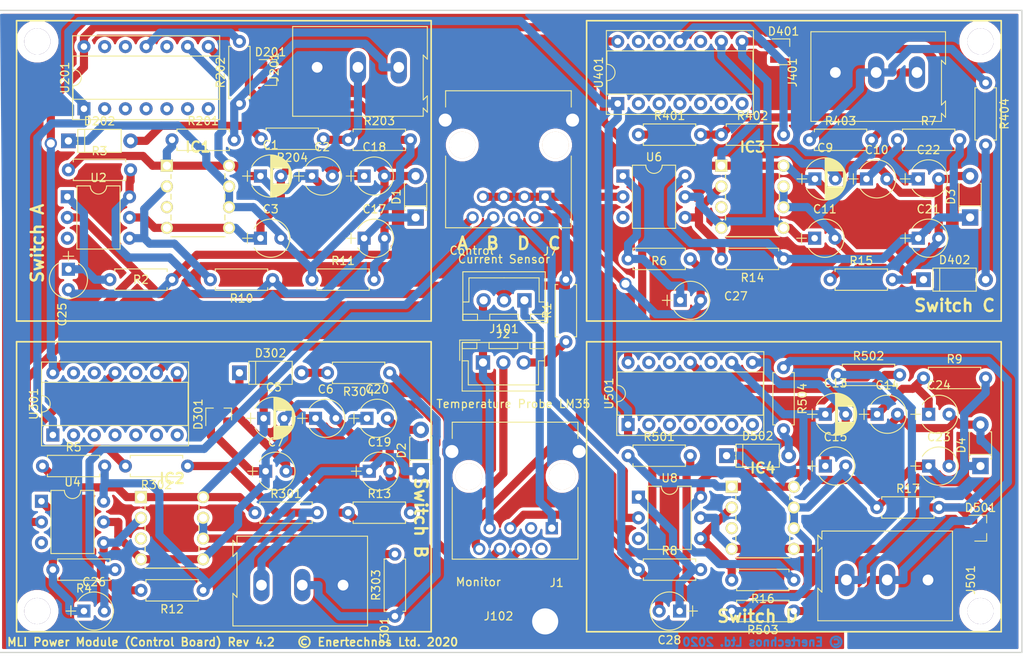
<source format=kicad_pcb>
(kicad_pcb (version 20171130) (host pcbnew "(5.1.6)-1")

  (general
    (thickness 1.6)
    (drawings 33)
    (tracks 686)
    (zones 0)
    (modules 94)
    (nets 67)
  )

  (page A4)
  (title_block
    (title "Power Module (Control Board)")
    (date 2017-12-14)
    (rev "Release 4")
    (company "Enertechnos Ltd.")
    (comment 1 "FOR REVIEW")
  )

  (layers
    (0 F.Cu signal)
    (31 B.Cu signal)
    (33 F.Adhes user hide)
    (35 F.Paste user hide)
    (37 F.SilkS user)
    (38 B.Mask user hide)
    (39 F.Mask user hide)
    (40 Dwgs.User user hide)
    (41 Cmts.User user hide)
    (42 Eco1.User user hide)
    (43 Eco2.User user hide)
    (44 Edge.Cuts user hide)
    (45 Margin user hide)
    (46 B.CrtYd user hide)
    (47 F.CrtYd user hide)
    (49 F.Fab user hide)
  )

  (setup
    (last_trace_width 1)
    (user_trace_width 0.5)
    (trace_clearance 0.4)
    (zone_clearance 0.35)
    (zone_45_only no)
    (trace_min 1)
    (via_size 1.5)
    (via_drill 1)
    (via_min_size 1.5)
    (via_min_drill 0.3)
    (uvia_size 1)
    (uvia_drill 0.5)
    (uvias_allowed no)
    (uvia_min_size 1)
    (uvia_min_drill 0.1)
    (edge_width 0.15)
    (segment_width 0.2)
    (pcb_text_width 0.3)
    (pcb_text_size 1.5 1.5)
    (mod_edge_width 0.15)
    (mod_text_size 1 1)
    (mod_text_width 0.15)
    (pad_size 0.6 0.6)
    (pad_drill 0.3)
    (pad_to_mask_clearance 0.2)
    (aux_axis_origin 49.53 113.03)
    (visible_elements 7FFFFF7F)
    (pcbplotparams
      (layerselection 0x010e0_ffffffff)
      (usegerberextensions false)
      (usegerberattributes false)
      (usegerberadvancedattributes false)
      (creategerberjobfile false)
      (excludeedgelayer true)
      (linewidth 0.100000)
      (plotframeref false)
      (viasonmask false)
      (mode 1)
      (useauxorigin false)
      (hpglpennumber 1)
      (hpglpenspeed 20)
      (hpglpendiameter 15.000000)
      (psnegative false)
      (psa4output false)
      (plotreference true)
      (plotvalue true)
      (plotinvisibletext false)
      (padsonsilk false)
      (subtractmaskfromsilk false)
      (outputformat 4)
      (mirror false)
      (drillshape 0)
      (scaleselection 1)
      (outputdirectory "Plot/"))
  )

  (net 0 "")
  (net 1 "Net-(IC1-Pad2)")
  (net 2 "Net-(IC2-Pad2)")
  (net 3 "Net-(IC3-Pad2)")
  (net 4 "Net-(IC4-Pad2)")
  (net 5 DC_IN)
  (net 6 DC_GND)
  (net 7 ARD_GND)
  (net 8 "Net-(C17-Pad1)")
  (net 9 "Net-(C19-Pad1)")
  (net 10 "Net-(C21-Pad1)")
  (net 11 "Net-(C23-Pad1)")
  (net 12 ARD_PWM_A)
  (net 13 ARD_PWM_B)
  (net 14 ARD_PWM_C)
  (net 15 ARD_PWM_D)
  (net 16 "Net-(C25-Pad1)")
  (net 17 "Net-(C26-Pad1)")
  (net 18 "Net-(C27-Pad1)")
  (net 19 "Net-(C28-Pad1)")
  (net 20 ARD_CUR)
  (net 21 ARD_VCC)
  (net 22 ARD_TEMP)
  (net 23 "Net-(J2-Pad3)")
  (net 24 /PsuSwitchModule.Switch.1/GND_ISO)
  (net 25 /PsuSwitchModule.Switch.1/DRV_SIG)
  (net 26 /PsuSwitchModule.Switch.2/GND_ISO)
  (net 27 /PsuSwitchModule.Switch.2/DRV_SIG)
  (net 28 /PsuSwitchModule.Switch.3/GND_ISO)
  (net 29 /PsuSwitchModule.Switch.3/DRV_SIG)
  (net 30 /PsuSwitchModule.Switch.4/GND_ISO)
  (net 31 /PsuSwitchModule.Switch.4/DRV_SIG)
  (net 32 Earth)
  (net 33 "Net-(IC1-Pad3)")
  (net 34 "Net-(IC2-Pad3)")
  (net 35 "Net-(IC3-Pad3)")
  (net 36 "Net-(IC4-Pad3)")
  (net 37 "Net-(J1-Pad2)")
  (net 38 "Net-(J1-Pad3)")
  (net 39 "Net-(U2-Pad3)")
  (net 40 "Net-(U4-Pad3)")
  (net 41 "Net-(U6-Pad3)")
  (net 42 "Net-(U8-Pad3)")
  (net 43 /PsuSwitchModule.Switch.1/+15V)
  (net 44 /PsuSwitchModule.Switch.2/+15V)
  (net 45 /PsuSwitchModule.Switch.3/+15V)
  (net 46 /PsuSwitchModule.Switch.4/+15V)
  (net 47 /PsuSwitchModule.Switch.1/-5V)
  (net 48 /PsuSwitchModule.Switch.2/-5V)
  (net 49 /PsuSwitchModule.Switch.3/-5V)
  (net 50 /PsuSwitchModule.Switch.4/-5V)
  (net 51 /PsuSwitchModule.Switch.1/-15V)
  (net 52 /PsuSwitchModule.Switch.2/-15V)
  (net 53 /PsuSwitchModule.Switch.3/-15V)
  (net 54 /PsuSwitchModule.Switch.4/-15V)
  (net 55 "Net-(C3-Pad2)")
  (net 56 "Net-(C7-Pad2)")
  (net 57 "Net-(C11-Pad2)")
  (net 58 "Net-(C15-Pad2)")
  (net 59 "Net-(D202-Pad2)")
  (net 60 "Net-(D302-Pad2)")
  (net 61 "Net-(D402-Pad2)")
  (net 62 "Net-(D502-Pad2)")
  (net 63 "Net-(D201-Pad2)")
  (net 64 "Net-(D301-Pad2)")
  (net 65 "Net-(D401-Pad2)")
  (net 66 "Net-(D501-Pad2)")

  (net_class Default "This is the default net class."
    (clearance 0.4)
    (trace_width 1)
    (via_dia 1.5)
    (via_drill 1)
    (uvia_dia 1)
    (uvia_drill 0.5)
    (diff_pair_width 1)
    (diff_pair_gap 0.25)
    (add_net /PsuSwitchModule.Switch.1/+15V)
    (add_net /PsuSwitchModule.Switch.1/-15V)
    (add_net /PsuSwitchModule.Switch.1/-5V)
    (add_net /PsuSwitchModule.Switch.1/DRV_SIG)
    (add_net /PsuSwitchModule.Switch.1/GND_ISO)
    (add_net /PsuSwitchModule.Switch.2/+15V)
    (add_net /PsuSwitchModule.Switch.2/-15V)
    (add_net /PsuSwitchModule.Switch.2/-5V)
    (add_net /PsuSwitchModule.Switch.2/DRV_SIG)
    (add_net /PsuSwitchModule.Switch.2/GND_ISO)
    (add_net /PsuSwitchModule.Switch.3/+15V)
    (add_net /PsuSwitchModule.Switch.3/-15V)
    (add_net /PsuSwitchModule.Switch.3/-5V)
    (add_net /PsuSwitchModule.Switch.3/DRV_SIG)
    (add_net /PsuSwitchModule.Switch.3/GND_ISO)
    (add_net /PsuSwitchModule.Switch.4/+15V)
    (add_net /PsuSwitchModule.Switch.4/-15V)
    (add_net /PsuSwitchModule.Switch.4/-5V)
    (add_net /PsuSwitchModule.Switch.4/DRV_SIG)
    (add_net /PsuSwitchModule.Switch.4/GND_ISO)
    (add_net ARD_CUR)
    (add_net ARD_GND)
    (add_net ARD_PWM_A)
    (add_net ARD_PWM_B)
    (add_net ARD_PWM_C)
    (add_net ARD_PWM_D)
    (add_net ARD_TEMP)
    (add_net ARD_VCC)
    (add_net DC_GND)
    (add_net DC_IN)
    (add_net Earth)
    (add_net "Net-(C11-Pad2)")
    (add_net "Net-(C15-Pad2)")
    (add_net "Net-(C17-Pad1)")
    (add_net "Net-(C19-Pad1)")
    (add_net "Net-(C21-Pad1)")
    (add_net "Net-(C23-Pad1)")
    (add_net "Net-(C25-Pad1)")
    (add_net "Net-(C26-Pad1)")
    (add_net "Net-(C27-Pad1)")
    (add_net "Net-(C28-Pad1)")
    (add_net "Net-(C3-Pad2)")
    (add_net "Net-(C7-Pad2)")
    (add_net "Net-(D201-Pad2)")
    (add_net "Net-(D202-Pad2)")
    (add_net "Net-(D301-Pad2)")
    (add_net "Net-(D302-Pad2)")
    (add_net "Net-(D401-Pad2)")
    (add_net "Net-(D402-Pad2)")
    (add_net "Net-(D501-Pad2)")
    (add_net "Net-(D502-Pad2)")
    (add_net "Net-(IC1-Pad2)")
    (add_net "Net-(IC1-Pad3)")
    (add_net "Net-(IC2-Pad2)")
    (add_net "Net-(IC2-Pad3)")
    (add_net "Net-(IC3-Pad2)")
    (add_net "Net-(IC3-Pad3)")
    (add_net "Net-(IC4-Pad2)")
    (add_net "Net-(IC4-Pad3)")
    (add_net "Net-(J1-Pad2)")
    (add_net "Net-(J1-Pad3)")
    (add_net "Net-(J2-Pad3)")
    (add_net "Net-(U2-Pad3)")
    (add_net "Net-(U4-Pad3)")
    (add_net "Net-(U6-Pad3)")
    (add_net "Net-(U8-Pad3)")
  )

  (module Capacitors_THT:CP_Radial_Tantal_D4.5mm_P2.50mm (layer F.Cu) (tedit 597C781B) (tstamp 59A6E777)
    (at 88.265 54.61)
    (descr "CP, Radial_Tantal series, Radial, pin pitch=2.50mm, , diameter=4.5mm, Tantal Electrolytic Capacitor, http://cdn-reichelt.de/documents/datenblatt/B300/TANTAL-TB-Serie%23.pdf")
    (tags "CP Radial_Tantal series Radial pin pitch 2.50mm  diameter 4.5mm Tantal Electrolytic Capacitor")
    (path /59498AA5/59A6D3E0)
    (fp_text reference C2 (at 1.25 -3.56) (layer F.SilkS)
      (effects (font (size 1 1) (thickness 0.15)))
    )
    (fp_text value 100nF (at 1.25 3.56) (layer F.Fab)
      (effects (font (size 1 1) (thickness 0.15)))
    )
    (fp_line (start 3.85 -2.6) (end -1.35 -2.6) (layer F.CrtYd) (width 0.05))
    (fp_line (start 3.85 2.6) (end 3.85 -2.6) (layer F.CrtYd) (width 0.05))
    (fp_line (start -1.35 2.6) (end 3.85 2.6) (layer F.CrtYd) (width 0.05))
    (fp_line (start -1.35 -2.6) (end -1.35 2.6) (layer F.CrtYd) (width 0.05))
    (fp_line (start -1.6 -0.65) (end -1.6 0.65) (layer F.SilkS) (width 0.12))
    (fp_line (start -2.2 0) (end -1 0) (layer F.SilkS) (width 0.12))
    (fp_line (start -1.6 -0.65) (end -1.6 0.65) (layer F.Fab) (width 0.1))
    (fp_line (start -2.2 0) (end -1 0) (layer F.Fab) (width 0.1))
    (fp_circle (center 1.25 0) (end 3.5 0) (layer F.Fab) (width 0.1))
    (fp_arc (start 1.25 0) (end -0.770693 -1.18) (angle 119.4) (layer F.SilkS) (width 0.12))
    (fp_arc (start 1.25 0) (end -0.770693 1.18) (angle -119.4) (layer F.SilkS) (width 0.12))
    (fp_arc (start 1.25 0) (end 3.270693 -1.18) (angle 60.6) (layer F.SilkS) (width 0.12))
    (fp_text user %R (at 1.25 0) (layer F.Fab)
      (effects (font (size 1 1) (thickness 0.15)))
    )
    (pad 1 thru_hole rect (at 0 0) (size 1.6 1.6) (drill 0.8) (layers *.Cu *.Mask)
      (net 43 /PsuSwitchModule.Switch.1/+15V))
    (pad 2 thru_hole circle (at 2.5 0) (size 1.6 1.6) (drill 0.8) (layers *.Cu *.Mask)
      (net 24 /PsuSwitchModule.Switch.1/GND_ISO))
    (model ${KISYS3DMOD}/Capacitors_THT.3dshapes/CP_Radial_Tantal_D4.5mm_P2.50mm.wrl
      (at (xyz 0 0 0))
      (scale (xyz 1 1 1))
      (rotate (xyz 0 0 0))
    )
  )

  (module Capacitors_THT:CP_Radial_Tantal_D4.5mm_P2.50mm (layer F.Cu) (tedit 597C781B) (tstamp 59A6E9D7)
    (at 156.21 54.96)
    (descr "CP, Radial_Tantal series, Radial, pin pitch=2.50mm, , diameter=4.5mm, Tantal Electrolytic Capacitor, http://cdn-reichelt.de/documents/datenblatt/B300/TANTAL-TB-Serie%23.pdf")
    (tags "CP Radial_Tantal series Radial pin pitch 2.50mm  diameter 4.5mm Tantal Electrolytic Capacitor")
    (path /59A71299/59A6D3E0)
    (fp_text reference C10 (at 1.25 -3.56) (layer F.SilkS)
      (effects (font (size 1 1) (thickness 0.15)))
    )
    (fp_text value 100nF (at 1.25 3.56) (layer F.Fab)
      (effects (font (size 1 1) (thickness 0.15)))
    )
    (fp_line (start 3.85 -2.6) (end -1.35 -2.6) (layer F.CrtYd) (width 0.05))
    (fp_line (start 3.85 2.6) (end 3.85 -2.6) (layer F.CrtYd) (width 0.05))
    (fp_line (start -1.35 2.6) (end 3.85 2.6) (layer F.CrtYd) (width 0.05))
    (fp_line (start -1.35 -2.6) (end -1.35 2.6) (layer F.CrtYd) (width 0.05))
    (fp_line (start -1.6 -0.65) (end -1.6 0.65) (layer F.SilkS) (width 0.12))
    (fp_line (start -2.2 0) (end -1 0) (layer F.SilkS) (width 0.12))
    (fp_line (start -1.6 -0.65) (end -1.6 0.65) (layer F.Fab) (width 0.1))
    (fp_line (start -2.2 0) (end -1 0) (layer F.Fab) (width 0.1))
    (fp_circle (center 1.25 0) (end 3.5 0) (layer F.Fab) (width 0.1))
    (fp_arc (start 1.25 0) (end -0.770693 -1.18) (angle 119.4) (layer F.SilkS) (width 0.12))
    (fp_arc (start 1.25 0) (end -0.770693 1.18) (angle -119.4) (layer F.SilkS) (width 0.12))
    (fp_arc (start 1.25 0) (end 3.270693 -1.18) (angle 60.6) (layer F.SilkS) (width 0.12))
    (fp_text user %R (at 1.25 0) (layer F.Fab)
      (effects (font (size 1 1) (thickness 0.15)))
    )
    (pad 1 thru_hole rect (at 0 0) (size 1.6 1.6) (drill 0.8) (layers *.Cu *.Mask)
      (net 45 /PsuSwitchModule.Switch.3/+15V))
    (pad 2 thru_hole circle (at 2.5 0) (size 1.6 1.6) (drill 0.8) (layers *.Cu *.Mask)
      (net 28 /PsuSwitchModule.Switch.3/GND_ISO))
    (model ${KISYS3DMOD}/Capacitors_THT.3dshapes/CP_Radial_Tantal_D4.5mm_P2.50mm.wrl
      (at (xyz 0 0 0))
      (scale (xyz 1 1 1))
      (rotate (xyz 0 0 0))
    )
  )

  (module Capacitors_THT:CP_Radial_Tantal_D4.5mm_P2.50mm (layer F.Cu) (tedit 597C781B) (tstamp 59EF66B2)
    (at 94.655 54.61)
    (descr "CP, Radial_Tantal series, Radial, pin pitch=2.50mm, , diameter=4.5mm, Tantal Electrolytic Capacitor, http://cdn-reichelt.de/documents/datenblatt/B300/TANTAL-TB-Serie%23.pdf")
    (tags "CP Radial_Tantal series Radial pin pitch 2.50mm  diameter 4.5mm Tantal Electrolytic Capacitor")
    (path /59498AA5/59EF1DD4)
    (fp_text reference C18 (at 1.25 -3.56) (layer F.SilkS)
      (effects (font (size 1 1) (thickness 0.15)))
    )
    (fp_text value 100nF (at 1.25 3.56) (layer F.Fab)
      (effects (font (size 1 1) (thickness 0.15)))
    )
    (fp_line (start 3.85 -2.6) (end -1.35 -2.6) (layer F.CrtYd) (width 0.05))
    (fp_line (start 3.85 2.6) (end 3.85 -2.6) (layer F.CrtYd) (width 0.05))
    (fp_line (start -1.35 2.6) (end 3.85 2.6) (layer F.CrtYd) (width 0.05))
    (fp_line (start -1.35 -2.6) (end -1.35 2.6) (layer F.CrtYd) (width 0.05))
    (fp_line (start -1.6 -0.65) (end -1.6 0.65) (layer F.SilkS) (width 0.12))
    (fp_line (start -2.2 0) (end -1 0) (layer F.SilkS) (width 0.12))
    (fp_line (start -1.6 -0.65) (end -1.6 0.65) (layer F.Fab) (width 0.1))
    (fp_line (start -2.2 0) (end -1 0) (layer F.Fab) (width 0.1))
    (fp_circle (center 1.25 0) (end 3.5 0) (layer F.Fab) (width 0.1))
    (fp_arc (start 1.25 0) (end -0.770693 -1.18) (angle 119.4) (layer F.SilkS) (width 0.12))
    (fp_arc (start 1.25 0) (end -0.770693 1.18) (angle -119.4) (layer F.SilkS) (width 0.12))
    (fp_arc (start 1.25 0) (end 3.270693 -1.18) (angle 60.6) (layer F.SilkS) (width 0.12))
    (fp_text user %R (at 1.25 0) (layer F.Fab)
      (effects (font (size 1 1) (thickness 0.15)))
    )
    (pad 1 thru_hole rect (at 0 0) (size 1.6 1.6) (drill 0.8) (layers *.Cu *.Mask)
      (net 43 /PsuSwitchModule.Switch.1/+15V))
    (pad 2 thru_hole circle (at 2.5 0) (size 1.6 1.6) (drill 0.8) (layers *.Cu *.Mask)
      (net 24 /PsuSwitchModule.Switch.1/GND_ISO))
    (model ${KISYS3DMOD}/Capacitors_THT.3dshapes/CP_Radial_Tantal_D4.5mm_P2.50mm.wrl
      (at (xyz 0 0 0))
      (scale (xyz 1 1 1))
      (rotate (xyz 0 0 0))
    )
  )

  (module Capacitors_THT:CP_Radial_D5.0mm_P2.50mm (layer F.Cu) (tedit 597BC7C2) (tstamp 59A6E764)
    (at 81.955 54.61)
    (descr "CP, Radial series, Radial, pin pitch=2.50mm, , diameter=5mm, Electrolytic Capacitor")
    (tags "CP Radial series Radial pin pitch 2.50mm  diameter 5mm Electrolytic Capacitor")
    (path /59498AA5/59A6D3D9)
    (fp_text reference C1 (at 1.25 -3.81) (layer F.SilkS)
      (effects (font (size 1 1) (thickness 0.15)))
    )
    (fp_text value 4.7uF (at 1.25 3.81) (layer F.Fab)
      (effects (font (size 1 1) (thickness 0.15)))
    )
    (fp_line (start 4.1 -2.85) (end -1.6 -2.85) (layer F.CrtYd) (width 0.05))
    (fp_line (start 4.1 2.85) (end 4.1 -2.85) (layer F.CrtYd) (width 0.05))
    (fp_line (start -1.6 2.85) (end 4.1 2.85) (layer F.CrtYd) (width 0.05))
    (fp_line (start -1.6 -2.85) (end -1.6 2.85) (layer F.CrtYd) (width 0.05))
    (fp_line (start -1.6 -0.65) (end -1.6 0.65) (layer F.SilkS) (width 0.12))
    (fp_line (start -2.2 0) (end -1 0) (layer F.SilkS) (width 0.12))
    (fp_line (start 3.811 -0.354) (end 3.811 0.354) (layer F.SilkS) (width 0.12))
    (fp_line (start 3.771 -0.559) (end 3.771 0.559) (layer F.SilkS) (width 0.12))
    (fp_line (start 3.731 -0.707) (end 3.731 0.707) (layer F.SilkS) (width 0.12))
    (fp_line (start 3.691 -0.829) (end 3.691 0.829) (layer F.SilkS) (width 0.12))
    (fp_line (start 3.651 -0.934) (end 3.651 0.934) (layer F.SilkS) (width 0.12))
    (fp_line (start 3.611 -1.028) (end 3.611 1.028) (layer F.SilkS) (width 0.12))
    (fp_line (start 3.571 -1.112) (end 3.571 1.112) (layer F.SilkS) (width 0.12))
    (fp_line (start 3.531 -1.189) (end 3.531 1.189) (layer F.SilkS) (width 0.12))
    (fp_line (start 3.491 -1.261) (end 3.491 1.261) (layer F.SilkS) (width 0.12))
    (fp_line (start 3.451 0.98) (end 3.451 1.327) (layer F.SilkS) (width 0.12))
    (fp_line (start 3.451 -1.327) (end 3.451 -0.98) (layer F.SilkS) (width 0.12))
    (fp_line (start 3.411 0.98) (end 3.411 1.39) (layer F.SilkS) (width 0.12))
    (fp_line (start 3.411 -1.39) (end 3.411 -0.98) (layer F.SilkS) (width 0.12))
    (fp_line (start 3.371 0.98) (end 3.371 1.448) (layer F.SilkS) (width 0.12))
    (fp_line (start 3.371 -1.448) (end 3.371 -0.98) (layer F.SilkS) (width 0.12))
    (fp_line (start 3.331 0.98) (end 3.331 1.504) (layer F.SilkS) (width 0.12))
    (fp_line (start 3.331 -1.504) (end 3.331 -0.98) (layer F.SilkS) (width 0.12))
    (fp_line (start 3.291 0.98) (end 3.291 1.556) (layer F.SilkS) (width 0.12))
    (fp_line (start 3.291 -1.556) (end 3.291 -0.98) (layer F.SilkS) (width 0.12))
    (fp_line (start 3.251 0.98) (end 3.251 1.606) (layer F.SilkS) (width 0.12))
    (fp_line (start 3.251 -1.606) (end 3.251 -0.98) (layer F.SilkS) (width 0.12))
    (fp_line (start 3.211 0.98) (end 3.211 1.654) (layer F.SilkS) (width 0.12))
    (fp_line (start 3.211 -1.654) (end 3.211 -0.98) (layer F.SilkS) (width 0.12))
    (fp_line (start 3.171 0.98) (end 3.171 1.699) (layer F.SilkS) (width 0.12))
    (fp_line (start 3.171 -1.699) (end 3.171 -0.98) (layer F.SilkS) (width 0.12))
    (fp_line (start 3.131 0.98) (end 3.131 1.742) (layer F.SilkS) (width 0.12))
    (fp_line (start 3.131 -1.742) (end 3.131 -0.98) (layer F.SilkS) (width 0.12))
    (fp_line (start 3.091 0.98) (end 3.091 1.783) (layer F.SilkS) (width 0.12))
    (fp_line (start 3.091 -1.783) (end 3.091 -0.98) (layer F.SilkS) (width 0.12))
    (fp_line (start 3.051 0.98) (end 3.051 1.823) (layer F.SilkS) (width 0.12))
    (fp_line (start 3.051 -1.823) (end 3.051 -0.98) (layer F.SilkS) (width 0.12))
    (fp_line (start 3.011 0.98) (end 3.011 1.861) (layer F.SilkS) (width 0.12))
    (fp_line (start 3.011 -1.861) (end 3.011 -0.98) (layer F.SilkS) (width 0.12))
    (fp_line (start 2.971 0.98) (end 2.971 1.897) (layer F.SilkS) (width 0.12))
    (fp_line (start 2.971 -1.897) (end 2.971 -0.98) (layer F.SilkS) (width 0.12))
    (fp_line (start 2.931 0.98) (end 2.931 1.932) (layer F.SilkS) (width 0.12))
    (fp_line (start 2.931 -1.932) (end 2.931 -0.98) (layer F.SilkS) (width 0.12))
    (fp_line (start 2.891 0.98) (end 2.891 1.965) (layer F.SilkS) (width 0.12))
    (fp_line (start 2.891 -1.965) (end 2.891 -0.98) (layer F.SilkS) (width 0.12))
    (fp_line (start 2.851 0.98) (end 2.851 1.997) (layer F.SilkS) (width 0.12))
    (fp_line (start 2.851 -1.997) (end 2.851 -0.98) (layer F.SilkS) (width 0.12))
    (fp_line (start 2.811 0.98) (end 2.811 2.028) (layer F.SilkS) (width 0.12))
    (fp_line (start 2.811 -2.028) (end 2.811 -0.98) (layer F.SilkS) (width 0.12))
    (fp_line (start 2.771 0.98) (end 2.771 2.058) (layer F.SilkS) (width 0.12))
    (fp_line (start 2.771 -2.058) (end 2.771 -0.98) (layer F.SilkS) (width 0.12))
    (fp_line (start 2.731 0.98) (end 2.731 2.086) (layer F.SilkS) (width 0.12))
    (fp_line (start 2.731 -2.086) (end 2.731 -0.98) (layer F.SilkS) (width 0.12))
    (fp_line (start 2.691 0.98) (end 2.691 2.113) (layer F.SilkS) (width 0.12))
    (fp_line (start 2.691 -2.113) (end 2.691 -0.98) (layer F.SilkS) (width 0.12))
    (fp_line (start 2.651 0.98) (end 2.651 2.14) (layer F.SilkS) (width 0.12))
    (fp_line (start 2.651 -2.14) (end 2.651 -0.98) (layer F.SilkS) (width 0.12))
    (fp_line (start 2.611 0.98) (end 2.611 2.165) (layer F.SilkS) (width 0.12))
    (fp_line (start 2.611 -2.165) (end 2.611 -0.98) (layer F.SilkS) (width 0.12))
    (fp_line (start 2.571 0.98) (end 2.571 2.189) (layer F.SilkS) (width 0.12))
    (fp_line (start 2.571 -2.189) (end 2.571 -0.98) (layer F.SilkS) (width 0.12))
    (fp_line (start 2.531 0.98) (end 2.531 2.212) (layer F.SilkS) (width 0.12))
    (fp_line (start 2.531 -2.212) (end 2.531 -0.98) (layer F.SilkS) (width 0.12))
    (fp_line (start 2.491 0.98) (end 2.491 2.234) (layer F.SilkS) (width 0.12))
    (fp_line (start 2.491 -2.234) (end 2.491 -0.98) (layer F.SilkS) (width 0.12))
    (fp_line (start 2.451 0.98) (end 2.451 2.256) (layer F.SilkS) (width 0.12))
    (fp_line (start 2.451 -2.256) (end 2.451 -0.98) (layer F.SilkS) (width 0.12))
    (fp_line (start 2.411 0.98) (end 2.411 2.276) (layer F.SilkS) (width 0.12))
    (fp_line (start 2.411 -2.276) (end 2.411 -0.98) (layer F.SilkS) (width 0.12))
    (fp_line (start 2.371 0.98) (end 2.371 2.296) (layer F.SilkS) (width 0.12))
    (fp_line (start 2.371 -2.296) (end 2.371 -0.98) (layer F.SilkS) (width 0.12))
    (fp_line (start 2.331 0.98) (end 2.331 2.315) (layer F.SilkS) (width 0.12))
    (fp_line (start 2.331 -2.315) (end 2.331 -0.98) (layer F.SilkS) (width 0.12))
    (fp_line (start 2.291 0.98) (end 2.291 2.333) (layer F.SilkS) (width 0.12))
    (fp_line (start 2.291 -2.333) (end 2.291 -0.98) (layer F.SilkS) (width 0.12))
    (fp_line (start 2.251 0.98) (end 2.251 2.35) (layer F.SilkS) (width 0.12))
    (fp_line (start 2.251 -2.35) (end 2.251 -0.98) (layer F.SilkS) (width 0.12))
    (fp_line (start 2.211 0.98) (end 2.211 2.366) (layer F.SilkS) (width 0.12))
    (fp_line (start 2.211 -2.366) (end 2.211 -0.98) (layer F.SilkS) (width 0.12))
    (fp_line (start 2.171 0.98) (end 2.171 2.382) (layer F.SilkS) (width 0.12))
    (fp_line (start 2.171 -2.382) (end 2.171 -0.98) (layer F.SilkS) (width 0.12))
    (fp_line (start 2.131 0.98) (end 2.131 2.396) (layer F.SilkS) (width 0.12))
    (fp_line (start 2.131 -2.396) (end 2.131 -0.98) (layer F.SilkS) (width 0.12))
    (fp_line (start 2.091 0.98) (end 2.091 2.41) (layer F.SilkS) (width 0.12))
    (fp_line (start 2.091 -2.41) (end 2.091 -0.98) (layer F.SilkS) (width 0.12))
    (fp_line (start 2.051 0.98) (end 2.051 2.424) (layer F.SilkS) (width 0.12))
    (fp_line (start 2.051 -2.424) (end 2.051 -0.98) (layer F.SilkS) (width 0.12))
    (fp_line (start 2.011 0.98) (end 2.011 2.436) (layer F.SilkS) (width 0.12))
    (fp_line (start 2.011 -2.436) (end 2.011 -0.98) (layer F.SilkS) (width 0.12))
    (fp_line (start 1.971 0.98) (end 1.971 2.448) (layer F.SilkS) (width 0.12))
    (fp_line (start 1.971 -2.448) (end 1.971 -0.98) (layer F.SilkS) (width 0.12))
    (fp_line (start 1.93 0.98) (end 1.93 2.46) (layer F.SilkS) (width 0.12))
    (fp_line (start 1.93 -2.46) (end 1.93 -0.98) (layer F.SilkS) (width 0.12))
    (fp_line (start 1.89 0.98) (end 1.89 2.47) (layer F.SilkS) (width 0.12))
    (fp_line (start 1.89 -2.47) (end 1.89 -0.98) (layer F.SilkS) (width 0.12))
    (fp_line (start 1.85 0.98) (end 1.85 2.48) (layer F.SilkS) (width 0.12))
    (fp_line (start 1.85 -2.48) (end 1.85 -0.98) (layer F.SilkS) (width 0.12))
    (fp_line (start 1.81 0.98) (end 1.81 2.489) (layer F.SilkS) (width 0.12))
    (fp_line (start 1.81 -2.489) (end 1.81 -0.98) (layer F.SilkS) (width 0.12))
    (fp_line (start 1.77 0.98) (end 1.77 2.498) (layer F.SilkS) (width 0.12))
    (fp_line (start 1.77 -2.498) (end 1.77 -0.98) (layer F.SilkS) (width 0.12))
    (fp_line (start 1.73 0.98) (end 1.73 2.506) (layer F.SilkS) (width 0.12))
    (fp_line (start 1.73 -2.506) (end 1.73 -0.98) (layer F.SilkS) (width 0.12))
    (fp_line (start 1.69 0.98) (end 1.69 2.513) (layer F.SilkS) (width 0.12))
    (fp_line (start 1.69 -2.513) (end 1.69 -0.98) (layer F.SilkS) (width 0.12))
    (fp_line (start 1.65 0.98) (end 1.65 2.519) (layer F.SilkS) (width 0.12))
    (fp_line (start 1.65 -2.519) (end 1.65 -0.98) (layer F.SilkS) (width 0.12))
    (fp_line (start 1.61 0.98) (end 1.61 2.525) (layer F.SilkS) (width 0.12))
    (fp_line (start 1.61 -2.525) (end 1.61 -0.98) (layer F.SilkS) (width 0.12))
    (fp_line (start 1.57 0.98) (end 1.57 2.531) (layer F.SilkS) (width 0.12))
    (fp_line (start 1.57 -2.531) (end 1.57 -0.98) (layer F.SilkS) (width 0.12))
    (fp_line (start 1.53 0.98) (end 1.53 2.535) (layer F.SilkS) (width 0.12))
    (fp_line (start 1.53 -2.535) (end 1.53 -0.98) (layer F.SilkS) (width 0.12))
    (fp_line (start 1.49 -2.539) (end 1.49 2.539) (layer F.SilkS) (width 0.12))
    (fp_line (start 1.45 -2.543) (end 1.45 2.543) (layer F.SilkS) (width 0.12))
    (fp_line (start 1.41 -2.546) (end 1.41 2.546) (layer F.SilkS) (width 0.12))
    (fp_line (start 1.37 -2.548) (end 1.37 2.548) (layer F.SilkS) (width 0.12))
    (fp_line (start 1.33 -2.549) (end 1.33 2.549) (layer F.SilkS) (width 0.12))
    (fp_line (start 1.29 -2.55) (end 1.29 2.55) (layer F.SilkS) (width 0.12))
    (fp_line (start 1.25 -2.55) (end 1.25 2.55) (layer F.SilkS) (width 0.12))
    (fp_line (start -1.6 -0.65) (end -1.6 0.65) (layer F.Fab) (width 0.1))
    (fp_line (start -2.2 0) (end -1 0) (layer F.Fab) (width 0.1))
    (fp_circle (center 1.25 0) (end 3.75 0) (layer F.Fab) (width 0.1))
    (fp_arc (start 1.25 0) (end -1.05558 -1.18) (angle 125.8) (layer F.SilkS) (width 0.12))
    (fp_arc (start 1.25 0) (end -1.05558 1.18) (angle -125.8) (layer F.SilkS) (width 0.12))
    (fp_arc (start 1.25 0) (end 3.55558 -1.18) (angle 54.2) (layer F.SilkS) (width 0.12))
    (fp_text user %R (at 1.25 0) (layer F.Fab)
      (effects (font (size 1 1) (thickness 0.15)))
    )
    (pad 1 thru_hole rect (at 0 0) (size 1.6 1.6) (drill 0.8) (layers *.Cu *.Mask)
      (net 43 /PsuSwitchModule.Switch.1/+15V))
    (pad 2 thru_hole circle (at 2.5 0) (size 1.6 1.6) (drill 0.8) (layers *.Cu *.Mask)
      (net 24 /PsuSwitchModule.Switch.1/GND_ISO))
    (model ${KISYS3DMOD}/Capacitors_THT.3dshapes/CP_Radial_D5.0mm_P2.50mm.wrl
      (at (xyz 0 0 0))
      (scale (xyz 1 1 1))
      (rotate (xyz 0 0 0))
    )
  )

  (module Resistors_THT:R_Axial_DIN0207_L6.3mm_D2.5mm_P7.62mm_Horizontal (layer F.Cu) (tedit 5874F706) (tstamp 5E39982B)
    (at 71.12 50.165)
    (descr "Resistor, Axial_DIN0207 series, Axial, Horizontal, pin pitch=7.62mm, 0.25W = 1/4W, length*diameter=6.3*2.5mm^2, http://cdn-reichelt.de/documents/datenblatt/B400/1_4W%23YAG.pdf")
    (tags "Resistor Axial_DIN0207 series Axial Horizontal pin pitch 7.62mm 0.25W = 1/4W length 6.3mm diameter 2.5mm")
    (path /59498AA5/5E3A1E35)
    (fp_text reference R201 (at 3.81 -2.31) (layer F.SilkS)
      (effects (font (size 1 1) (thickness 0.15)))
    )
    (fp_text value R (at 3.81 2.31) (layer F.Fab)
      (effects (font (size 1 1) (thickness 0.15)))
    )
    (fp_line (start 8.7 -1.6) (end -1.05 -1.6) (layer F.CrtYd) (width 0.05))
    (fp_line (start 8.7 1.6) (end 8.7 -1.6) (layer F.CrtYd) (width 0.05))
    (fp_line (start -1.05 1.6) (end 8.7 1.6) (layer F.CrtYd) (width 0.05))
    (fp_line (start -1.05 -1.6) (end -1.05 1.6) (layer F.CrtYd) (width 0.05))
    (fp_line (start 7.02 1.31) (end 7.02 0.98) (layer F.SilkS) (width 0.12))
    (fp_line (start 0.6 1.31) (end 7.02 1.31) (layer F.SilkS) (width 0.12))
    (fp_line (start 0.6 0.98) (end 0.6 1.31) (layer F.SilkS) (width 0.12))
    (fp_line (start 7.02 -1.31) (end 7.02 -0.98) (layer F.SilkS) (width 0.12))
    (fp_line (start 0.6 -1.31) (end 7.02 -1.31) (layer F.SilkS) (width 0.12))
    (fp_line (start 0.6 -0.98) (end 0.6 -1.31) (layer F.SilkS) (width 0.12))
    (fp_line (start 7.62 0) (end 6.96 0) (layer F.Fab) (width 0.1))
    (fp_line (start 0 0) (end 0.66 0) (layer F.Fab) (width 0.1))
    (fp_line (start 6.96 -1.25) (end 0.66 -1.25) (layer F.Fab) (width 0.1))
    (fp_line (start 6.96 1.25) (end 6.96 -1.25) (layer F.Fab) (width 0.1))
    (fp_line (start 0.66 1.25) (end 6.96 1.25) (layer F.Fab) (width 0.1))
    (fp_line (start 0.66 -1.25) (end 0.66 1.25) (layer F.Fab) (width 0.1))
    (pad 1 thru_hole circle (at 0 0) (size 1.6 1.6) (drill 0.8) (layers *.Cu *.Mask)
      (net 43 /PsuSwitchModule.Switch.1/+15V))
    (pad 2 thru_hole oval (at 7.62 0) (size 1.6 1.6) (drill 0.8) (layers *.Cu *.Mask)
      (net 47 /PsuSwitchModule.Switch.1/-5V))
    (model ${KISYS3DMOD}/Resistors_THT.3dshapes/R_Axial_DIN0207_L6.3mm_D2.5mm_P7.62mm_Horizontal.wrl
      (at (xyz 0 0 0))
      (scale (xyz 0.393701 0.393701 0.393701))
      (rotate (xyz 0 0 0))
    )
  )

  (module Resistors_THT:R_Axial_DIN0207_L6.3mm_D2.5mm_P7.62mm_Horizontal (layer F.Cu) (tedit 5874F706) (tstamp 59F0538A)
    (at 58.42 53.848)
    (descr "Resistor, Axial_DIN0207 series, Axial, Horizontal, pin pitch=7.62mm, 0.25W = 1/4W, length*diameter=6.3*2.5mm^2, http://cdn-reichelt.de/documents/datenblatt/B400/1_4W%23YAG.pdf")
    (tags "Resistor Axial_DIN0207 series Axial Horizontal pin pitch 7.62mm 0.25W = 1/4W length 6.3mm diameter 2.5mm")
    (path /59498AA5/59A6DAAD)
    (fp_text reference R3 (at 3.81 -2.31) (layer F.SilkS)
      (effects (font (size 1 1) (thickness 0.15)))
    )
    (fp_text value 3K (at 3.81 2.31) (layer F.Fab)
      (effects (font (size 1 1) (thickness 0.15)))
    )
    (fp_line (start 8.7 -1.6) (end -1.05 -1.6) (layer F.CrtYd) (width 0.05))
    (fp_line (start 8.7 1.6) (end 8.7 -1.6) (layer F.CrtYd) (width 0.05))
    (fp_line (start -1.05 1.6) (end 8.7 1.6) (layer F.CrtYd) (width 0.05))
    (fp_line (start -1.05 -1.6) (end -1.05 1.6) (layer F.CrtYd) (width 0.05))
    (fp_line (start 7.02 1.31) (end 7.02 0.98) (layer F.SilkS) (width 0.12))
    (fp_line (start 0.6 1.31) (end 7.02 1.31) (layer F.SilkS) (width 0.12))
    (fp_line (start 0.6 0.98) (end 0.6 1.31) (layer F.SilkS) (width 0.12))
    (fp_line (start 7.02 -1.31) (end 7.02 -0.98) (layer F.SilkS) (width 0.12))
    (fp_line (start 0.6 -1.31) (end 7.02 -1.31) (layer F.SilkS) (width 0.12))
    (fp_line (start 0.6 -0.98) (end 0.6 -1.31) (layer F.SilkS) (width 0.12))
    (fp_line (start 7.62 0) (end 6.96 0) (layer F.Fab) (width 0.1))
    (fp_line (start 0 0) (end 0.66 0) (layer F.Fab) (width 0.1))
    (fp_line (start 6.96 -1.25) (end 0.66 -1.25) (layer F.Fab) (width 0.1))
    (fp_line (start 6.96 1.25) (end 6.96 -1.25) (layer F.Fab) (width 0.1))
    (fp_line (start 0.66 1.25) (end 6.96 1.25) (layer F.Fab) (width 0.1))
    (fp_line (start 0.66 -1.25) (end 0.66 1.25) (layer F.Fab) (width 0.1))
    (pad 1 thru_hole circle (at 0 0) (size 1.6 1.6) (drill 0.8) (layers *.Cu *.Mask)
      (net 43 /PsuSwitchModule.Switch.1/+15V))
    (pad 2 thru_hole oval (at 7.62 0) (size 1.6 1.6) (drill 0.8) (layers *.Cu *.Mask)
      (net 8 "Net-(C17-Pad1)"))
    (model ${KISYS3DMOD}/Resistors_THT.3dshapes/R_Axial_DIN0207_L6.3mm_D2.5mm_P7.62mm_Horizontal.wrl
      (at (xyz 0 0 0))
      (scale (xyz 0.3937 0.3937 0.3937))
      (rotate (xyz 0 0 0))
    )
  )

  (module Diodes_THT:D_A-405_P7.62mm_Horizontal (layer F.Cu) (tedit 5921392E) (tstamp 5E4DA212)
    (at 58.42 50.292)
    (descr "D, A-405 series, Axial, Horizontal, pin pitch=7.62mm, , length*diameter=5.2*2.7mm^2, , http://www.diodes.com/_files/packages/A-405.pdf")
    (tags "D A-405 series Axial Horizontal pin pitch 7.62mm  length 5.2mm diameter 2.7mm")
    (path /59498AA5/5E511242)
    (fp_text reference D202 (at 3.81 -2.41) (layer F.SilkS)
      (effects (font (size 1 1) (thickness 0.15)))
    )
    (fp_text value DIODE (at 3.81 2.41) (layer F.Fab)
      (effects (font (size 1 1) (thickness 0.15)))
    )
    (fp_line (start 8.8 -1.7) (end -1.15 -1.7) (layer F.CrtYd) (width 0.05))
    (fp_line (start 8.8 1.7) (end 8.8 -1.7) (layer F.CrtYd) (width 0.05))
    (fp_line (start -1.15 1.7) (end 8.8 1.7) (layer F.CrtYd) (width 0.05))
    (fp_line (start -1.15 -1.7) (end -1.15 1.7) (layer F.CrtYd) (width 0.05))
    (fp_line (start 1.99 -1.41) (end 1.99 1.41) (layer F.SilkS) (width 0.12))
    (fp_line (start 6.54 0) (end 6.47 0) (layer F.SilkS) (width 0.12))
    (fp_line (start 1.08 0) (end 1.15 0) (layer F.SilkS) (width 0.12))
    (fp_line (start 6.47 -1.41) (end 1.15 -1.41) (layer F.SilkS) (width 0.12))
    (fp_line (start 6.47 1.41) (end 6.47 -1.41) (layer F.SilkS) (width 0.12))
    (fp_line (start 1.15 1.41) (end 6.47 1.41) (layer F.SilkS) (width 0.12))
    (fp_line (start 1.15 -1.41) (end 1.15 1.41) (layer F.SilkS) (width 0.12))
    (fp_line (start 1.99 -1.35) (end 1.99 1.35) (layer F.Fab) (width 0.1))
    (fp_line (start 7.62 0) (end 6.41 0) (layer F.Fab) (width 0.1))
    (fp_line (start 0 0) (end 1.21 0) (layer F.Fab) (width 0.1))
    (fp_line (start 6.41 -1.35) (end 1.21 -1.35) (layer F.Fab) (width 0.1))
    (fp_line (start 6.41 1.35) (end 6.41 -1.35) (layer F.Fab) (width 0.1))
    (fp_line (start 1.21 1.35) (end 6.41 1.35) (layer F.Fab) (width 0.1))
    (fp_line (start 1.21 -1.35) (end 1.21 1.35) (layer F.Fab) (width 0.1))
    (fp_text user %R (at 4.445 0) (layer F.Fab)
      (effects (font (size 1 1) (thickness 0.15)))
    )
    (pad 1 thru_hole rect (at 0 0) (size 1.8 1.8) (drill 0.9) (layers *.Cu *.Mask)
      (net 55 "Net-(C3-Pad2)"))
    (pad 2 thru_hole oval (at 7.62 0) (size 1.8 1.8) (drill 0.9) (layers *.Cu *.Mask)
      (net 59 "Net-(D202-Pad2)"))
    (model ${KISYS3DMOD}/Diodes_THT.3dshapes/D_A-405_P7.62mm_Horizontal.wrl
      (at (xyz 0 0 0))
      (scale (xyz 0.393701 0.393701 0.393701))
      (rotate (xyz 0 0 0))
    )
  )

  (module Resistors_THT:R_Axial_DIN0207_L6.3mm_D2.5mm_P7.62mm_Horizontal (layer F.Cu) (tedit 5874F706) (tstamp 5E4DA99E)
    (at 89.662 50.038 180)
    (descr "Resistor, Axial_DIN0207 series, Axial, Horizontal, pin pitch=7.62mm, 0.25W = 1/4W, length*diameter=6.3*2.5mm^2, http://cdn-reichelt.de/documents/datenblatt/B400/1_4W%23YAG.pdf")
    (tags "Resistor Axial_DIN0207 series Axial Horizontal pin pitch 7.62mm 0.25W = 1/4W length 6.3mm diameter 2.5mm")
    (path /59498AA5/5E5123AC)
    (fp_text reference R204 (at 3.81 -2.31) (layer F.SilkS)
      (effects (font (size 1 1) (thickness 0.15)))
    )
    (fp_text value R (at 3.81 2.31) (layer F.Fab)
      (effects (font (size 1 1) (thickness 0.15)))
    )
    (fp_line (start 8.7 -1.6) (end -1.05 -1.6) (layer F.CrtYd) (width 0.05))
    (fp_line (start 8.7 1.6) (end 8.7 -1.6) (layer F.CrtYd) (width 0.05))
    (fp_line (start -1.05 1.6) (end 8.7 1.6) (layer F.CrtYd) (width 0.05))
    (fp_line (start -1.05 -1.6) (end -1.05 1.6) (layer F.CrtYd) (width 0.05))
    (fp_line (start 7.02 1.31) (end 7.02 0.98) (layer F.SilkS) (width 0.12))
    (fp_line (start 0.6 1.31) (end 7.02 1.31) (layer F.SilkS) (width 0.12))
    (fp_line (start 0.6 0.98) (end 0.6 1.31) (layer F.SilkS) (width 0.12))
    (fp_line (start 7.02 -1.31) (end 7.02 -0.98) (layer F.SilkS) (width 0.12))
    (fp_line (start 0.6 -1.31) (end 7.02 -1.31) (layer F.SilkS) (width 0.12))
    (fp_line (start 0.6 -0.98) (end 0.6 -1.31) (layer F.SilkS) (width 0.12))
    (fp_line (start 7.62 0) (end 6.96 0) (layer F.Fab) (width 0.1))
    (fp_line (start 0 0) (end 0.66 0) (layer F.Fab) (width 0.1))
    (fp_line (start 6.96 -1.25) (end 0.66 -1.25) (layer F.Fab) (width 0.1))
    (fp_line (start 6.96 1.25) (end 6.96 -1.25) (layer F.Fab) (width 0.1))
    (fp_line (start 0.66 1.25) (end 6.96 1.25) (layer F.Fab) (width 0.1))
    (fp_line (start 0.66 -1.25) (end 0.66 1.25) (layer F.Fab) (width 0.1))
    (pad 1 thru_hole circle (at 0 0 180) (size 1.6 1.6) (drill 0.8) (layers *.Cu *.Mask)
      (net 25 /PsuSwitchModule.Switch.1/DRV_SIG))
    (pad 2 thru_hole oval (at 7.62 0 180) (size 1.6 1.6) (drill 0.8) (layers *.Cu *.Mask)
      (net 59 "Net-(D202-Pad2)"))
    (model ${KISYS3DMOD}/Resistors_THT.3dshapes/R_Axial_DIN0207_L6.3mm_D2.5mm_P7.62mm_Horizontal.wrl
      (at (xyz 0 0 0))
      (scale (xyz 0.393701 0.393701 0.393701))
      (rotate (xyz 0 0 0))
    )
  )

  (module Resistors_THT:R_Axial_DIN0207_L6.3mm_D2.5mm_P7.62mm_Horizontal (layer F.Cu) (tedit 5874F706) (tstamp 5E399841)
    (at 79.375 45.72 90)
    (descr "Resistor, Axial_DIN0207 series, Axial, Horizontal, pin pitch=7.62mm, 0.25W = 1/4W, length*diameter=6.3*2.5mm^2, http://cdn-reichelt.de/documents/datenblatt/B400/1_4W%23YAG.pdf")
    (tags "Resistor Axial_DIN0207 series Axial Horizontal pin pitch 7.62mm 0.25W = 1/4W length 6.3mm diameter 2.5mm")
    (path /59498AA5/5E3A5524)
    (fp_text reference R202 (at 3.81 -2.31 90) (layer F.SilkS)
      (effects (font (size 1 1) (thickness 0.15)))
    )
    (fp_text value R (at 3.81 2.31 90) (layer F.Fab)
      (effects (font (size 1 1) (thickness 0.15)))
    )
    (fp_line (start 0.66 -1.25) (end 0.66 1.25) (layer F.Fab) (width 0.1))
    (fp_line (start 0.66 1.25) (end 6.96 1.25) (layer F.Fab) (width 0.1))
    (fp_line (start 6.96 1.25) (end 6.96 -1.25) (layer F.Fab) (width 0.1))
    (fp_line (start 6.96 -1.25) (end 0.66 -1.25) (layer F.Fab) (width 0.1))
    (fp_line (start 0 0) (end 0.66 0) (layer F.Fab) (width 0.1))
    (fp_line (start 7.62 0) (end 6.96 0) (layer F.Fab) (width 0.1))
    (fp_line (start 0.6 -0.98) (end 0.6 -1.31) (layer F.SilkS) (width 0.12))
    (fp_line (start 0.6 -1.31) (end 7.02 -1.31) (layer F.SilkS) (width 0.12))
    (fp_line (start 7.02 -1.31) (end 7.02 -0.98) (layer F.SilkS) (width 0.12))
    (fp_line (start 0.6 0.98) (end 0.6 1.31) (layer F.SilkS) (width 0.12))
    (fp_line (start 0.6 1.31) (end 7.02 1.31) (layer F.SilkS) (width 0.12))
    (fp_line (start 7.02 1.31) (end 7.02 0.98) (layer F.SilkS) (width 0.12))
    (fp_line (start -1.05 -1.6) (end -1.05 1.6) (layer F.CrtYd) (width 0.05))
    (fp_line (start -1.05 1.6) (end 8.7 1.6) (layer F.CrtYd) (width 0.05))
    (fp_line (start 8.7 1.6) (end 8.7 -1.6) (layer F.CrtYd) (width 0.05))
    (fp_line (start 8.7 -1.6) (end -1.05 -1.6) (layer F.CrtYd) (width 0.05))
    (pad 2 thru_hole oval (at 7.62 0 90) (size 1.6 1.6) (drill 0.8) (layers *.Cu *.Mask)
      (net 51 /PsuSwitchModule.Switch.1/-15V))
    (pad 1 thru_hole circle (at 0 0 90) (size 1.6 1.6) (drill 0.8) (layers *.Cu *.Mask)
      (net 47 /PsuSwitchModule.Switch.1/-5V))
    (model ${KISYS3DMOD}/Resistors_THT.3dshapes/R_Axial_DIN0207_L6.3mm_D2.5mm_P7.62mm_Horizontal.wrl
      (at (xyz 0 0 0))
      (scale (xyz 0.393701 0.393701 0.393701))
      (rotate (xyz 0 0 0))
    )
  )

  (module Housings_DIP:DIP-14_W7.62mm_Socket (layer F.Cu) (tedit 59C78D6B) (tstamp 5E3998EF)
    (at 60.325 46.355 90)
    (descr "14-lead though-hole mounted DIP package, row spacing 7.62 mm (300 mils), Socket")
    (tags "THT DIP DIL PDIP 2.54mm 7.62mm 300mil Socket")
    (path /59498AA5/5E39E16E)
    (fp_text reference U201 (at 3.81 -2.33 90) (layer F.SilkS)
      (effects (font (size 1 1) (thickness 0.15)))
    )
    (fp_text value NMA1215DC (at 3.81 17.57 90) (layer F.Fab)
      (effects (font (size 1 1) (thickness 0.15)))
    )
    (fp_line (start 9.15 -1.6) (end -1.55 -1.6) (layer F.CrtYd) (width 0.05))
    (fp_line (start 9.15 16.85) (end 9.15 -1.6) (layer F.CrtYd) (width 0.05))
    (fp_line (start -1.55 16.85) (end 9.15 16.85) (layer F.CrtYd) (width 0.05))
    (fp_line (start -1.55 -1.6) (end -1.55 16.85) (layer F.CrtYd) (width 0.05))
    (fp_line (start 8.95 -1.39) (end -1.33 -1.39) (layer F.SilkS) (width 0.12))
    (fp_line (start 8.95 16.63) (end 8.95 -1.39) (layer F.SilkS) (width 0.12))
    (fp_line (start -1.33 16.63) (end 8.95 16.63) (layer F.SilkS) (width 0.12))
    (fp_line (start -1.33 -1.39) (end -1.33 16.63) (layer F.SilkS) (width 0.12))
    (fp_line (start 6.46 -1.33) (end 4.81 -1.33) (layer F.SilkS) (width 0.12))
    (fp_line (start 6.46 16.57) (end 6.46 -1.33) (layer F.SilkS) (width 0.12))
    (fp_line (start 1.16 16.57) (end 6.46 16.57) (layer F.SilkS) (width 0.12))
    (fp_line (start 1.16 -1.33) (end 1.16 16.57) (layer F.SilkS) (width 0.12))
    (fp_line (start 2.81 -1.33) (end 1.16 -1.33) (layer F.SilkS) (width 0.12))
    (fp_line (start 8.89 -1.33) (end -1.27 -1.33) (layer F.Fab) (width 0.1))
    (fp_line (start 8.89 16.57) (end 8.89 -1.33) (layer F.Fab) (width 0.1))
    (fp_line (start -1.27 16.57) (end 8.89 16.57) (layer F.Fab) (width 0.1))
    (fp_line (start -1.27 -1.33) (end -1.27 16.57) (layer F.Fab) (width 0.1))
    (fp_line (start 0.635 -0.27) (end 1.635 -1.27) (layer F.Fab) (width 0.1))
    (fp_line (start 0.635 16.51) (end 0.635 -0.27) (layer F.Fab) (width 0.1))
    (fp_line (start 6.985 16.51) (end 0.635 16.51) (layer F.Fab) (width 0.1))
    (fp_line (start 6.985 -1.27) (end 6.985 16.51) (layer F.Fab) (width 0.1))
    (fp_line (start 1.635 -1.27) (end 6.985 -1.27) (layer F.Fab) (width 0.1))
    (fp_arc (start 3.81 -1.33) (end 2.81 -1.33) (angle -180) (layer F.SilkS) (width 0.12))
    (fp_text user %R (at 3.81 7.62 90) (layer F.Fab)
      (effects (font (size 1 1) (thickness 0.15)))
    )
    (pad 1 thru_hole rect (at 0 0 90) (size 1.6 1.6) (drill 0.8) (layers *.Cu *.Mask)
      (net 6 DC_GND))
    (pad 8 thru_hole oval (at 7.62 15.24 90) (size 1.6 1.6) (drill 0.8) (layers *.Cu *.Mask)
      (net 24 /PsuSwitchModule.Switch.1/GND_ISO))
    (pad 2 thru_hole oval (at 0 2.54 90) (size 1.6 1.6) (drill 0.8) (layers *.Cu *.Mask))
    (pad 9 thru_hole oval (at 7.62 12.7 90) (size 1.6 1.6) (drill 0.8) (layers *.Cu *.Mask)
      (net 43 /PsuSwitchModule.Switch.1/+15V))
    (pad 3 thru_hole oval (at 0 5.08 90) (size 1.6 1.6) (drill 0.8) (layers *.Cu *.Mask))
    (pad 10 thru_hole oval (at 7.62 10.16 90) (size 1.6 1.6) (drill 0.8) (layers *.Cu *.Mask))
    (pad 4 thru_hole oval (at 0 7.62 90) (size 1.6 1.6) (drill 0.8) (layers *.Cu *.Mask))
    (pad 11 thru_hole oval (at 7.62 7.62 90) (size 1.6 1.6) (drill 0.8) (layers *.Cu *.Mask)
      (net 51 /PsuSwitchModule.Switch.1/-15V))
    (pad 5 thru_hole oval (at 0 10.16 90) (size 1.6 1.6) (drill 0.8) (layers *.Cu *.Mask))
    (pad 12 thru_hole oval (at 7.62 5.08 90) (size 1.6 1.6) (drill 0.8) (layers *.Cu *.Mask))
    (pad 6 thru_hole oval (at 0 12.7 90) (size 1.6 1.6) (drill 0.8) (layers *.Cu *.Mask))
    (pad 13 thru_hole oval (at 7.62 2.54 90) (size 1.6 1.6) (drill 0.8) (layers *.Cu *.Mask))
    (pad 7 thru_hole oval (at 0 15.24 90) (size 1.6 1.6) (drill 0.8) (layers *.Cu *.Mask))
    (pad 14 thru_hole oval (at 7.62 0 90) (size 1.6 1.6) (drill 0.8) (layers *.Cu *.Mask)
      (net 5 DC_IN))
    (model ${KISYS3DMOD}/Housings_DIP.3dshapes/DIP-14_W7.62mm_Socket.wrl
      (at (xyz 0 0 0))
      (scale (xyz 1 1 1))
      (rotate (xyz 0 0 0))
    )
  )

  (module OAE_Parts:SOT-23_HandSoldering (layer F.Cu) (tedit 5E3A9CBC) (tstamp 5E3997D6)
    (at 83.185 41.91)
    (descr "SOT-23, Standard")
    (tags SOT-23)
    (path /59498AA5/5E39B85D)
    (attr smd)
    (fp_text reference D201 (at 0 -2.5) (layer F.SilkS)
      (effects (font (size 1 1) (thickness 0.15)))
    )
    (fp_text value D_Zener_x2_KCom_AKA (at 0 2.5) (layer F.Fab)
      (effects (font (size 1 1) (thickness 0.15)))
    )
    (fp_line (start -0.7 -0.95) (end -0.7 1.5) (layer F.Fab) (width 0.1))
    (fp_line (start -0.15 -1.52) (end 0.7 -1.52) (layer F.Fab) (width 0.1))
    (fp_line (start -0.7 -0.95) (end -0.15 -1.52) (layer F.Fab) (width 0.1))
    (fp_line (start 0.7 -1.52) (end 0.7 1.52) (layer F.Fab) (width 0.1))
    (fp_line (start -0.7 1.52) (end 0.7 1.52) (layer F.Fab) (width 0.1))
    (fp_line (start 0.76 1.58) (end 0.76 0.65) (layer F.SilkS) (width 0.12))
    (fp_line (start 0.76 -1.58) (end 0.76 -0.65) (layer F.SilkS) (width 0.12))
    (fp_line (start -1.7 -1.75) (end 1.7 -1.75) (layer F.CrtYd) (width 0.05))
    (fp_line (start 1.7 -1.75) (end 1.7 1.75) (layer F.CrtYd) (width 0.05))
    (fp_line (start 1.7 1.75) (end -1.7 1.75) (layer F.CrtYd) (width 0.05))
    (fp_line (start -1.7 1.75) (end -1.7 -1.75) (layer F.CrtYd) (width 0.05))
    (fp_line (start 0.76 -1.58) (end -1.4 -1.58) (layer F.SilkS) (width 0.12))
    (fp_line (start 0.76 1.58) (end -0.7 1.58) (layer F.SilkS) (width 0.12))
    (fp_text user %R (at 0 0 90) (layer F.Fab)
      (effects (font (size 0.5 0.5) (thickness 0.075)))
    )
    (pad 3 smd rect (at 1.016 0) (size 1.25 0.8) (layers F.Cu F.Paste F.Mask)
      (net 55 "Net-(C3-Pad2)"))
    (pad 2 smd rect (at -1.016 0.95) (size 1.25 0.8) (layers F.Cu F.Paste F.Mask)
      (net 63 "Net-(D201-Pad2)"))
    (pad 1 smd rect (at -1.016 -0.95) (size 1.25 0.8) (layers F.Cu F.Paste F.Mask)
      (net 24 /PsuSwitchModule.Switch.1/GND_ISO))
    (model ${KISYS3DMOD}/TO_SOT_Packages_SMD.3dshapes/SOT-23.wrl
      (at (xyz 0 0 0))
      (scale (xyz 1 1 1))
      (rotate (xyz 0 0 0))
    )
  )

  (module OAE_Parts:TerminalBlock_Altech_AK300-3_P5.00mm (layer F.Cu) (tedit 5AC621C7) (tstamp 5ACCACEA)
    (at 88.9 41.275)
    (descr "Altech AK300 terminal block, pitch 5.0mm, 45 degree angled, see http://www.mouser.com/ds/2/16/PCBMETRC-24178.pdf")
    (tags "Altech AK300 terminal block pitch 5.0mm")
    (path /59498AA5/5AA809BD)
    (fp_text reference J201 (at -5.24 0 90) (layer F.SilkS)
      (effects (font (size 1 1) (thickness 0.15)))
    )
    (fp_text value Conn_01x03_Male (at 4.95 10) (layer F.Fab)
      (effects (font (size 1 1) (thickness 0.15)))
    )
    (fp_line (start 14 6.5) (end -3.5 6.5) (layer F.CrtYd) (width 0.05))
    (fp_line (start 14 6.5) (end 14 -5.5) (layer F.CrtYd) (width 0.05))
    (fp_line (start -3.5 -5.5) (end -3.5 6.5) (layer F.CrtYd) (width 0.05))
    (fp_line (start -3.5 -5.5) (end 14 -5.5) (layer F.CrtYd) (width 0.05))
    (fp_line (start 13.5 -5) (end -3 -5) (layer F.SilkS) (width 0.12))
    (fp_line (start 13.5 -1) (end 13.5 -5) (layer F.SilkS) (width 0.12))
    (fp_line (start 13 -1.5) (end 13.5 -1) (layer F.SilkS) (width 0.12))
    (fp_line (start 13 4) (end 13 -1.5) (layer F.SilkS) (width 0.12))
    (fp_line (start 13.5 3.5) (end 13 4) (layer F.SilkS) (width 0.12))
    (fp_line (start 13.5 5.5) (end 13.5 3.5) (layer F.SilkS) (width 0.12))
    (fp_line (start 13 5) (end 13.5 5.5) (layer F.SilkS) (width 0.12))
    (fp_line (start 13 6) (end 13 5) (layer F.SilkS) (width 0.12))
    (fp_line (start -3 6) (end 13 6) (layer F.SilkS) (width 0.12))
    (fp_line (start -3 -5) (end -3 6) (layer F.SilkS) (width 0.12))
    (pad 1 thru_hole rect (at 0 0) (size 1.98 3.96) (drill 1.32) (layers *.Cu *.Mask)
      (net 32 Earth) (zone_connect 2))
    (pad 2 thru_hole oval (at 5 0) (size 1.98 3.96) (drill 1.32) (layers *.Cu *.Mask)
      (net 25 /PsuSwitchModule.Switch.1/DRV_SIG))
    (pad 3 thru_hole oval (at 10 0) (size 1.98 3.96) (drill 1.32) (layers *.Cu *.Mask)
      (net 47 /PsuSwitchModule.Switch.1/-5V))
    (model C:/Development/mlihardware/3D/17574.wrl
      (at (xyz 0 0 0))
      (scale (xyz 1 1 1))
      (rotate (xyz 0 0 0))
    )
  )

  (module Resistors_THT:R_Axial_DIN0207_L6.3mm_D2.5mm_P7.62mm_Horizontal (layer F.Cu) (tedit 5874F706) (tstamp 5E4DA99B)
    (at 92.71 50.165)
    (descr "Resistor, Axial_DIN0207 series, Axial, Horizontal, pin pitch=7.62mm, 0.25W = 1/4W, length*diameter=6.3*2.5mm^2, http://cdn-reichelt.de/documents/datenblatt/B400/1_4W%23YAG.pdf")
    (tags "Resistor Axial_DIN0207 series Axial Horizontal pin pitch 7.62mm 0.25W = 1/4W length 6.3mm diameter 2.5mm")
    (path /59498AA5/5E511A62)
    (fp_text reference R203 (at 3.81 -2.31) (layer F.SilkS)
      (effects (font (size 1 1) (thickness 0.15)))
    )
    (fp_text value R (at 3.81 2.31) (layer F.Fab)
      (effects (font (size 1 1) (thickness 0.15)))
    )
    (fp_line (start 8.7 -1.6) (end -1.05 -1.6) (layer F.CrtYd) (width 0.05))
    (fp_line (start 8.7 1.6) (end 8.7 -1.6) (layer F.CrtYd) (width 0.05))
    (fp_line (start -1.05 1.6) (end 8.7 1.6) (layer F.CrtYd) (width 0.05))
    (fp_line (start -1.05 -1.6) (end -1.05 1.6) (layer F.CrtYd) (width 0.05))
    (fp_line (start 7.02 1.31) (end 7.02 0.98) (layer F.SilkS) (width 0.12))
    (fp_line (start 0.6 1.31) (end 7.02 1.31) (layer F.SilkS) (width 0.12))
    (fp_line (start 0.6 0.98) (end 0.6 1.31) (layer F.SilkS) (width 0.12))
    (fp_line (start 7.02 -1.31) (end 7.02 -0.98) (layer F.SilkS) (width 0.12))
    (fp_line (start 0.6 -1.31) (end 7.02 -1.31) (layer F.SilkS) (width 0.12))
    (fp_line (start 0.6 -0.98) (end 0.6 -1.31) (layer F.SilkS) (width 0.12))
    (fp_line (start 7.62 0) (end 6.96 0) (layer F.Fab) (width 0.1))
    (fp_line (start 0 0) (end 0.66 0) (layer F.Fab) (width 0.1))
    (fp_line (start 6.96 -1.25) (end 0.66 -1.25) (layer F.Fab) (width 0.1))
    (fp_line (start 6.96 1.25) (end 6.96 -1.25) (layer F.Fab) (width 0.1))
    (fp_line (start 0.66 1.25) (end 6.96 1.25) (layer F.Fab) (width 0.1))
    (fp_line (start 0.66 -1.25) (end 0.66 1.25) (layer F.Fab) (width 0.1))
    (pad 1 thru_hole circle (at 0 0) (size 1.6 1.6) (drill 0.8) (layers *.Cu *.Mask)
      (net 25 /PsuSwitchModule.Switch.1/DRV_SIG))
    (pad 2 thru_hole oval (at 7.62 0) (size 1.6 1.6) (drill 0.8) (layers *.Cu *.Mask)
      (net 55 "Net-(C3-Pad2)"))
    (model ${KISYS3DMOD}/Resistors_THT.3dshapes/R_Axial_DIN0207_L6.3mm_D2.5mm_P7.62mm_Horizontal.wrl
      (at (xyz 0 0 0))
      (scale (xyz 0.393701 0.393701 0.393701))
      (rotate (xyz 0 0 0))
    )
  )

  (module PartsLibraries:MountingHole_M3 (layer F.Cu) (tedit 5AC5E77E) (tstamp 5AC5FAA3)
    (at 54.61 38.1)
    (descr "module 1 pin (ou trou mecanique de percage)")
    (tags DEV)
    (fp_text reference MountTL (at 0 -3.048) (layer F.SilkS) hide
      (effects (font (size 1 1) (thickness 0.15)))
    )
    (fp_text value Mount (at 0 3) (layer F.Fab) hide
      (effects (font (size 1 1) (thickness 0.15)))
    )
    (pad 1 thru_hole circle (at 0 0) (size 3.2 3.2) (drill 3.2) (layers *.Cu)
      (clearance 1) (zone_connect 2))
  )

  (module Resistors_THT:R_Axial_DIN0207_L6.3mm_D2.5mm_P7.62mm_Horizontal (layer F.Cu) (tedit 5874F706) (tstamp 59A6ED8C)
    (at 71.12 67.31 180)
    (descr "Resistor, Axial_DIN0207 series, Axial, Horizontal, pin pitch=7.62mm, 0.25W = 1/4W, length*diameter=6.3*2.5mm^2, http://cdn-reichelt.de/documents/datenblatt/B400/1_4W%23YAG.pdf")
    (tags "Resistor Axial_DIN0207 series Axial Horizontal pin pitch 7.62mm 0.25W = 1/4W length 6.3mm diameter 2.5mm")
    (path /59498AA5/59A6DA9F)
    (fp_text reference R2 (at 3.81 0 180) (layer F.SilkS)
      (effects (font (size 1 1) (thickness 0.15)))
    )
    (fp_text value 180 (at 3.81 2.31 180) (layer F.Fab)
      (effects (font (size 1 1) (thickness 0.15)))
    )
    (fp_line (start 8.7 -1.6) (end -1.05 -1.6) (layer F.CrtYd) (width 0.05))
    (fp_line (start 8.7 1.6) (end 8.7 -1.6) (layer F.CrtYd) (width 0.05))
    (fp_line (start -1.05 1.6) (end 8.7 1.6) (layer F.CrtYd) (width 0.05))
    (fp_line (start -1.05 -1.6) (end -1.05 1.6) (layer F.CrtYd) (width 0.05))
    (fp_line (start 7.02 1.31) (end 7.02 0.98) (layer F.SilkS) (width 0.12))
    (fp_line (start 0.6 1.31) (end 7.02 1.31) (layer F.SilkS) (width 0.12))
    (fp_line (start 0.6 0.98) (end 0.6 1.31) (layer F.SilkS) (width 0.12))
    (fp_line (start 7.02 -1.31) (end 7.02 -0.98) (layer F.SilkS) (width 0.12))
    (fp_line (start 0.6 -1.31) (end 7.02 -1.31) (layer F.SilkS) (width 0.12))
    (fp_line (start 0.6 -0.98) (end 0.6 -1.31) (layer F.SilkS) (width 0.12))
    (fp_line (start 7.62 0) (end 6.96 0) (layer F.Fab) (width 0.1))
    (fp_line (start 0 0) (end 0.66 0) (layer F.Fab) (width 0.1))
    (fp_line (start 6.96 -1.25) (end 0.66 -1.25) (layer F.Fab) (width 0.1))
    (fp_line (start 6.96 1.25) (end 6.96 -1.25) (layer F.Fab) (width 0.1))
    (fp_line (start 0.66 1.25) (end 6.96 1.25) (layer F.Fab) (width 0.1))
    (fp_line (start 0.66 -1.25) (end 0.66 1.25) (layer F.Fab) (width 0.1))
    (pad 1 thru_hole circle (at 0 0 180) (size 1.6 1.6) (drill 0.8) (layers *.Cu *.Mask)
      (net 12 ARD_PWM_A))
    (pad 2 thru_hole oval (at 7.62 0 180) (size 1.6 1.6) (drill 0.8) (layers *.Cu *.Mask)
      (net 16 "Net-(C25-Pad1)"))
    (model ${KISYS3DMOD}/Resistors_THT.3dshapes/R_Axial_DIN0207_L6.3mm_D2.5mm_P7.62mm_Horizontal.wrl
      (at (xyz 0 0 0))
      (scale (xyz 0.3937 0.3937 0.3937))
      (rotate (xyz 0 0 0))
    )
  )

  (module Capacitors_THT:CP_Radial_Tantal_D4.5mm_P2.50mm (layer F.Cu) (tedit 597C781B) (tstamp 59EF669F)
    (at 94.655 62.23)
    (descr "CP, Radial_Tantal series, Radial, pin pitch=2.50mm, , diameter=4.5mm, Tantal Electrolytic Capacitor, http://cdn-reichelt.de/documents/datenblatt/B300/TANTAL-TB-Serie%23.pdf")
    (tags "CP Radial_Tantal series Radial pin pitch 2.50mm  diameter 4.5mm Tantal Electrolytic Capacitor")
    (path /59498AA5/59EF0ED7)
    (fp_text reference C17 (at 1.25 -3.56) (layer F.SilkS)
      (effects (font (size 1 1) (thickness 0.15)))
    )
    (fp_text value 100nF (at 1.25 3.56) (layer F.Fab)
      (effects (font (size 1 1) (thickness 0.15)))
    )
    (fp_line (start 3.85 -2.6) (end -1.35 -2.6) (layer F.CrtYd) (width 0.05))
    (fp_line (start 3.85 2.6) (end 3.85 -2.6) (layer F.CrtYd) (width 0.05))
    (fp_line (start -1.35 2.6) (end 3.85 2.6) (layer F.CrtYd) (width 0.05))
    (fp_line (start -1.35 -2.6) (end -1.35 2.6) (layer F.CrtYd) (width 0.05))
    (fp_line (start -1.6 -0.65) (end -1.6 0.65) (layer F.SilkS) (width 0.12))
    (fp_line (start -2.2 0) (end -1 0) (layer F.SilkS) (width 0.12))
    (fp_line (start -1.6 -0.65) (end -1.6 0.65) (layer F.Fab) (width 0.1))
    (fp_line (start -2.2 0) (end -1 0) (layer F.Fab) (width 0.1))
    (fp_circle (center 1.25 0) (end 3.5 0) (layer F.Fab) (width 0.1))
    (fp_arc (start 1.25 0) (end -0.770693 -1.18) (angle 119.4) (layer F.SilkS) (width 0.12))
    (fp_arc (start 1.25 0) (end -0.770693 1.18) (angle -119.4) (layer F.SilkS) (width 0.12))
    (fp_arc (start 1.25 0) (end 3.270693 -1.18) (angle 60.6) (layer F.SilkS) (width 0.12))
    (fp_text user %R (at 1.25 0) (layer F.Fab)
      (effects (font (size 1 1) (thickness 0.15)))
    )
    (pad 1 thru_hole rect (at 0 0) (size 1.6 1.6) (drill 0.8) (layers *.Cu *.Mask)
      (net 8 "Net-(C17-Pad1)"))
    (pad 2 thru_hole circle (at 2.5 0) (size 1.6 1.6) (drill 0.8) (layers *.Cu *.Mask)
      (net 24 /PsuSwitchModule.Switch.1/GND_ISO))
    (model ${KISYS3DMOD}/Capacitors_THT.3dshapes/CP_Radial_Tantal_D4.5mm_P2.50mm.wrl
      (at (xyz 0 0 0))
      (scale (xyz 1 1 1))
      (rotate (xyz 0 0 0))
    )
  )

  (module Capacitors_THT:CP_Radial_Tantal_D4.5mm_P2.50mm (layer F.Cu) (tedit 597C781B) (tstamp 59A6E78A)
    (at 81.955 62.23)
    (descr "CP, Radial_Tantal series, Radial, pin pitch=2.50mm, , diameter=4.5mm, Tantal Electrolytic Capacitor, http://cdn-reichelt.de/documents/datenblatt/B300/TANTAL-TB-Serie%23.pdf")
    (tags "CP Radial_Tantal series Radial pin pitch 2.50mm  diameter 4.5mm Tantal Electrolytic Capacitor")
    (path /59498AA5/5949814D)
    (fp_text reference C3 (at 1.25 -3.56) (layer F.SilkS)
      (effects (font (size 1 1) (thickness 0.15)))
    )
    (fp_text value C (at 1.25 3.56) (layer F.Fab)
      (effects (font (size 1 1) (thickness 0.15)))
    )
    (fp_line (start 3.85 -2.6) (end -1.35 -2.6) (layer F.CrtYd) (width 0.05))
    (fp_line (start 3.85 2.6) (end 3.85 -2.6) (layer F.CrtYd) (width 0.05))
    (fp_line (start -1.35 2.6) (end 3.85 2.6) (layer F.CrtYd) (width 0.05))
    (fp_line (start -1.35 -2.6) (end -1.35 2.6) (layer F.CrtYd) (width 0.05))
    (fp_line (start -1.6 -0.65) (end -1.6 0.65) (layer F.SilkS) (width 0.12))
    (fp_line (start -2.2 0) (end -1 0) (layer F.SilkS) (width 0.12))
    (fp_line (start -1.6 -0.65) (end -1.6 0.65) (layer F.Fab) (width 0.1))
    (fp_line (start -2.2 0) (end -1 0) (layer F.Fab) (width 0.1))
    (fp_circle (center 1.25 0) (end 3.5 0) (layer F.Fab) (width 0.1))
    (fp_arc (start 1.25 0) (end -0.770693 -1.18) (angle 119.4) (layer F.SilkS) (width 0.12))
    (fp_arc (start 1.25 0) (end -0.770693 1.18) (angle -119.4) (layer F.SilkS) (width 0.12))
    (fp_arc (start 1.25 0) (end 3.270693 -1.18) (angle 60.6) (layer F.SilkS) (width 0.12))
    (fp_text user %R (at 1.25 0) (layer F.Fab)
      (effects (font (size 1 1) (thickness 0.15)))
    )
    (pad 1 thru_hole rect (at 0 0) (size 1.6 1.6) (drill 0.8) (layers *.Cu *.Mask)
      (net 24 /PsuSwitchModule.Switch.1/GND_ISO))
    (pad 2 thru_hole circle (at 2.5 0) (size 1.6 1.6) (drill 0.8) (layers *.Cu *.Mask)
      (net 55 "Net-(C3-Pad2)"))
    (model ${KISYS3DMOD}/Capacitors_THT.3dshapes/CP_Radial_Tantal_D4.5mm_P2.50mm.wrl
      (at (xyz 0 0 0))
      (scale (xyz 1 1 1))
      (rotate (xyz 0 0 0))
    )
  )

  (module Diodes_THT:D_T-1_P5.08mm_Horizontal (layer F.Cu) (tedit 5921392F) (tstamp 59F0CB1D)
    (at 100.965 59.69 90)
    (descr "D, T-1 series, Axial, Horizontal, pin pitch=5.08mm, , length*diameter=3.2*2.6mm^2, , http://www.diodes.com/_files/packages/T-1.pdf")
    (tags "D T-1 series Axial Horizontal pin pitch 5.08mm  length 3.2mm diameter 2.6mm")
    (path /59498AA5/59EF0E59)
    (fp_text reference D1 (at 2.54 -2.36 90) (layer F.SilkS)
      (effects (font (size 1 1) (thickness 0.15)))
    )
    (fp_text value D_Zener (at 2.54 2.36 90) (layer F.Fab)
      (effects (font (size 1 1) (thickness 0.15)))
    )
    (fp_line (start 6.35 -1.65) (end -1.25 -1.65) (layer F.CrtYd) (width 0.05))
    (fp_line (start 6.35 1.65) (end 6.35 -1.65) (layer F.CrtYd) (width 0.05))
    (fp_line (start -1.25 1.65) (end 6.35 1.65) (layer F.CrtYd) (width 0.05))
    (fp_line (start -1.25 -1.65) (end -1.25 1.65) (layer F.CrtYd) (width 0.05))
    (fp_line (start 1.42 -1.36) (end 1.42 1.36) (layer F.SilkS) (width 0.12))
    (fp_line (start 4.2 1.36) (end 4.2 1.18) (layer F.SilkS) (width 0.12))
    (fp_line (start 0.88 1.36) (end 4.2 1.36) (layer F.SilkS) (width 0.12))
    (fp_line (start 0.88 1.18) (end 0.88 1.36) (layer F.SilkS) (width 0.12))
    (fp_line (start 4.2 -1.36) (end 4.2 -1.18) (layer F.SilkS) (width 0.12))
    (fp_line (start 0.88 -1.36) (end 4.2 -1.36) (layer F.SilkS) (width 0.12))
    (fp_line (start 0.88 -1.18) (end 0.88 -1.36) (layer F.SilkS) (width 0.12))
    (fp_line (start 1.42 -1.3) (end 1.42 1.3) (layer F.Fab) (width 0.1))
    (fp_line (start 5.08 0) (end 4.14 0) (layer F.Fab) (width 0.1))
    (fp_line (start 0 0) (end 0.94 0) (layer F.Fab) (width 0.1))
    (fp_line (start 4.14 -1.3) (end 0.94 -1.3) (layer F.Fab) (width 0.1))
    (fp_line (start 4.14 1.3) (end 4.14 -1.3) (layer F.Fab) (width 0.1))
    (fp_line (start 0.94 1.3) (end 4.14 1.3) (layer F.Fab) (width 0.1))
    (fp_line (start 0.94 -1.3) (end 0.94 1.3) (layer F.Fab) (width 0.1))
    (fp_text user %R (at 2.54 0 90) (layer F.Fab)
      (effects (font (size 1 1) (thickness 0.15)))
    )
    (pad 1 thru_hole rect (at 0 0 90) (size 2 2) (drill 1) (layers *.Cu *.Mask)
      (net 8 "Net-(C17-Pad1)"))
    (pad 2 thru_hole oval (at 5.08 0 90) (size 2 2) (drill 1) (layers *.Cu *.Mask)
      (net 24 /PsuSwitchModule.Switch.1/GND_ISO))
    (model ${KISYS3DMOD}/Diodes_THT.3dshapes/D_T-1_P5.08mm_Horizontal.wrl
      (at (xyz 0 0 0))
      (scale (xyz 0.393701 0.393701 0.393701))
      (rotate (xyz 0 0 0))
    )
  )

  (module Resistors_THT:R_Axial_DIN0207_L6.3mm_D2.5mm_P7.62mm_Horizontal (layer F.Cu) (tedit 5874F706) (tstamp 59EF678A)
    (at 83.439 67.31 180)
    (descr "Resistor, Axial_DIN0207 series, Axial, Horizontal, pin pitch=7.62mm, 0.25W = 1/4W, length*diameter=6.3*2.5mm^2, http://cdn-reichelt.de/documents/datenblatt/B400/1_4W%23YAG.pdf")
    (tags "Resistor Axial_DIN0207 series Axial Horizontal pin pitch 7.62mm 0.25W = 1/4W length 6.3mm diameter 2.5mm")
    (path /59498AA5/59EF0FC7)
    (fp_text reference R10 (at 3.81 -2.31 180) (layer F.SilkS)
      (effects (font (size 1 1) (thickness 0.15)))
    )
    (fp_text value R (at 3.81 2.31 180) (layer F.Fab)
      (effects (font (size 1 1) (thickness 0.15)))
    )
    (fp_line (start 8.7 -1.6) (end -1.05 -1.6) (layer F.CrtYd) (width 0.05))
    (fp_line (start 8.7 1.6) (end 8.7 -1.6) (layer F.CrtYd) (width 0.05))
    (fp_line (start -1.05 1.6) (end 8.7 1.6) (layer F.CrtYd) (width 0.05))
    (fp_line (start -1.05 -1.6) (end -1.05 1.6) (layer F.CrtYd) (width 0.05))
    (fp_line (start 7.02 1.31) (end 7.02 0.98) (layer F.SilkS) (width 0.12))
    (fp_line (start 0.6 1.31) (end 7.02 1.31) (layer F.SilkS) (width 0.12))
    (fp_line (start 0.6 0.98) (end 0.6 1.31) (layer F.SilkS) (width 0.12))
    (fp_line (start 7.02 -1.31) (end 7.02 -0.98) (layer F.SilkS) (width 0.12))
    (fp_line (start 0.6 -1.31) (end 7.02 -1.31) (layer F.SilkS) (width 0.12))
    (fp_line (start 0.6 -0.98) (end 0.6 -1.31) (layer F.SilkS) (width 0.12))
    (fp_line (start 7.62 0) (end 6.96 0) (layer F.Fab) (width 0.1))
    (fp_line (start 0 0) (end 0.66 0) (layer F.Fab) (width 0.1))
    (fp_line (start 6.96 -1.25) (end 0.66 -1.25) (layer F.Fab) (width 0.1))
    (fp_line (start 6.96 1.25) (end 6.96 -1.25) (layer F.Fab) (width 0.1))
    (fp_line (start 0.66 1.25) (end 6.96 1.25) (layer F.Fab) (width 0.1))
    (fp_line (start 0.66 -1.25) (end 0.66 1.25) (layer F.Fab) (width 0.1))
    (pad 1 thru_hole circle (at 0 0 180) (size 1.6 1.6) (drill 0.8) (layers *.Cu *.Mask)
      (net 8 "Net-(C17-Pad1)"))
    (pad 2 thru_hole oval (at 7.62 0 180) (size 1.6 1.6) (drill 0.8) (layers *.Cu *.Mask)
      (net 1 "Net-(IC1-Pad2)"))
    (model ${KISYS3DMOD}/Resistors_THT.3dshapes/R_Axial_DIN0207_L6.3mm_D2.5mm_P7.62mm_Horizontal.wrl
      (at (xyz 0 0 0))
      (scale (xyz 0.3937 0.3937 0.3937))
      (rotate (xyz 0 0 0))
    )
  )

  (module Resistors_THT:R_Axial_DIN0207_L6.3mm_D2.5mm_P7.62mm_Horizontal (layer F.Cu) (tedit 5874F706) (tstamp 59EF67A0)
    (at 88.265 67.31)
    (descr "Resistor, Axial_DIN0207 series, Axial, Horizontal, pin pitch=7.62mm, 0.25W = 1/4W, length*diameter=6.3*2.5mm^2, http://cdn-reichelt.de/documents/datenblatt/B400/1_4W%23YAG.pdf")
    (tags "Resistor Axial_DIN0207 series Axial Horizontal pin pitch 7.62mm 0.25W = 1/4W length 6.3mm diameter 2.5mm")
    (path /59498AA5/59EF1A58)
    (fp_text reference R11 (at 3.81 -2.31) (layer F.SilkS)
      (effects (font (size 1 1) (thickness 0.15)))
    )
    (fp_text value R (at 3.81 2.31) (layer F.Fab)
      (effects (font (size 1 1) (thickness 0.15)))
    )
    (fp_line (start 8.7 -1.6) (end -1.05 -1.6) (layer F.CrtYd) (width 0.05))
    (fp_line (start 8.7 1.6) (end 8.7 -1.6) (layer F.CrtYd) (width 0.05))
    (fp_line (start -1.05 1.6) (end 8.7 1.6) (layer F.CrtYd) (width 0.05))
    (fp_line (start -1.05 -1.6) (end -1.05 1.6) (layer F.CrtYd) (width 0.05))
    (fp_line (start 7.02 1.31) (end 7.02 0.98) (layer F.SilkS) (width 0.12))
    (fp_line (start 0.6 1.31) (end 7.02 1.31) (layer F.SilkS) (width 0.12))
    (fp_line (start 0.6 0.98) (end 0.6 1.31) (layer F.SilkS) (width 0.12))
    (fp_line (start 7.02 -1.31) (end 7.02 -0.98) (layer F.SilkS) (width 0.12))
    (fp_line (start 0.6 -1.31) (end 7.02 -1.31) (layer F.SilkS) (width 0.12))
    (fp_line (start 0.6 -0.98) (end 0.6 -1.31) (layer F.SilkS) (width 0.12))
    (fp_line (start 7.62 0) (end 6.96 0) (layer F.Fab) (width 0.1))
    (fp_line (start 0 0) (end 0.66 0) (layer F.Fab) (width 0.1))
    (fp_line (start 6.96 -1.25) (end 0.66 -1.25) (layer F.Fab) (width 0.1))
    (fp_line (start 6.96 1.25) (end 6.96 -1.25) (layer F.Fab) (width 0.1))
    (fp_line (start 0.66 1.25) (end 6.96 1.25) (layer F.Fab) (width 0.1))
    (fp_line (start 0.66 -1.25) (end 0.66 1.25) (layer F.Fab) (width 0.1))
    (pad 1 thru_hole circle (at 0 0) (size 1.6 1.6) (drill 0.8) (layers *.Cu *.Mask)
      (net 55 "Net-(C3-Pad2)"))
    (pad 2 thru_hole oval (at 7.62 0) (size 1.6 1.6) (drill 0.8) (layers *.Cu *.Mask)
      (net 24 /PsuSwitchModule.Switch.1/GND_ISO))
    (model ${KISYS3DMOD}/Resistors_THT.3dshapes/R_Axial_DIN0207_L6.3mm_D2.5mm_P7.62mm_Horizontal.wrl
      (at (xyz 0 0 0))
      (scale (xyz 0.3937 0.3937 0.3937))
      (rotate (xyz 0 0 0))
    )
  )

  (module OAE_Parts:TC4422AVPA (layer F.Cu) (tedit 592E9A52) (tstamp 5ACCABE0)
    (at 70.485 53.34)
    (descr DIP254P762X432-8)
    (tags "Integrated Circuit")
    (path /59498AA5/59498139)
    (fp_text reference IC1 (at 3.81 -2.286) (layer F.SilkS)
      (effects (font (size 1.27 1.27) (thickness 0.254)))
    )
    (fp_text value TC4421CPA (at 3.556 9.906) (layer F.SilkS) hide
      (effects (font (size 1.27 1.27) (thickness 0.254)))
    )
    (fp_line (start 7.112 8.7122) (end 7.112 -1.0922) (layer Dwgs.User) (width 0.1524))
    (fp_line (start 0.508 8.7122) (end 7.112 8.7122) (layer Dwgs.User) (width 0.1524))
    (fp_line (start 8.1026 -0.508) (end 7.112 -0.508) (layer Dwgs.User) (width 0.1524))
    (fp_line (start 8.1026 0.508) (end 8.1026 -0.508) (layer Dwgs.User) (width 0.1524))
    (fp_line (start 7.112 0.508) (end 8.1026 0.508) (layer Dwgs.User) (width 0.1524))
    (fp_line (start 7.112 -0.508) (end 7.112 0.508) (layer Dwgs.User) (width 0.1524))
    (fp_line (start 8.1026 2.032) (end 7.112 2.032) (layer Dwgs.User) (width 0.1524))
    (fp_line (start 8.1026 3.048) (end 8.1026 2.032) (layer Dwgs.User) (width 0.1524))
    (fp_line (start 7.112 3.048) (end 8.1026 3.048) (layer Dwgs.User) (width 0.1524))
    (fp_line (start 7.112 2.032) (end 7.112 3.048) (layer Dwgs.User) (width 0.1524))
    (fp_line (start 8.1026 4.572) (end 7.112 4.572) (layer Dwgs.User) (width 0.1524))
    (fp_line (start 8.1026 5.5626) (end 8.1026 4.572) (layer Dwgs.User) (width 0.1524))
    (fp_line (start 7.112 5.588) (end 8.1026 5.5626) (layer Dwgs.User) (width 0.1524))
    (fp_line (start 7.112 4.572) (end 7.112 5.588) (layer Dwgs.User) (width 0.1524))
    (fp_line (start 8.1026 7.112) (end 7.112 7.112) (layer Dwgs.User) (width 0.1524))
    (fp_line (start 8.1026 8.1026) (end 8.1026 7.112) (layer Dwgs.User) (width 0.1524))
    (fp_line (start 7.112 8.128) (end 8.1026 8.1026) (layer Dwgs.User) (width 0.1524))
    (fp_line (start 7.112 7.112) (end 7.112 8.128) (layer Dwgs.User) (width 0.1524))
    (fp_line (start -0.4826 8.128) (end 0.508 8.128) (layer Dwgs.User) (width 0.1524))
    (fp_line (start -0.4826 7.1374) (end -0.4826 8.128) (layer Dwgs.User) (width 0.1524))
    (fp_line (start 0.508 7.112) (end -0.4826 7.1374) (layer Dwgs.User) (width 0.1524))
    (fp_line (start 0.508 8.128) (end 0.508 7.112) (layer Dwgs.User) (width 0.1524))
    (fp_line (start -0.4826 5.588) (end 0.508 5.588) (layer Dwgs.User) (width 0.1524))
    (fp_line (start -0.4826 4.572) (end -0.4826 5.588) (layer Dwgs.User) (width 0.1524))
    (fp_line (start 0.508 4.572) (end -0.4826 4.572) (layer Dwgs.User) (width 0.1524))
    (fp_line (start 0.508 5.588) (end 0.508 4.572) (layer Dwgs.User) (width 0.1524))
    (fp_line (start -0.4826 0.508) (end 0.508 0.508) (layer Dwgs.User) (width 0.1524))
    (fp_line (start -0.4826 -0.508) (end -0.4826 0.508) (layer Dwgs.User) (width 0.1524))
    (fp_line (start 0.508 -0.508) (end -0.4826 -0.508) (layer Dwgs.User) (width 0.1524))
    (fp_line (start 0.508 0.508) (end 0.508 -0.508) (layer Dwgs.User) (width 0.1524))
    (fp_line (start 0.508 1.0922) (end 0.508 1.5748) (layer F.SilkS) (width 0.1524))
    (fp_line (start 7.112 6.6548) (end 7.112 6.0452) (layer F.SilkS) (width 0.1524))
    (fp_line (start 0.508 8.7122) (end 7.112 8.7122) (layer F.SilkS) (width 0.1524))
    (fp_line (start 0.508 3.5052) (end 0.508 4.1148) (layer F.SilkS) (width 0.1524))
    (fp_line (start 0.508 6.0452) (end 0.508 6.6548) (layer F.SilkS) (width 0.1524))
    (fp_line (start 7.112 4.1148) (end 7.112 3.5052) (layer F.SilkS) (width 0.1524))
    (fp_line (start 7.112 1.5748) (end 7.112 0.9652) (layer F.SilkS) (width 0.1524))
    (fp_line (start 0.508 3.048) (end 0.508 2.032) (layer Dwgs.User) (width 0.1524))
    (fp_line (start 0.508 2.032) (end -0.4826 2.032) (layer Dwgs.User) (width 0.1524))
    (fp_line (start -0.4826 2.032) (end -0.4826 3.048) (layer Dwgs.User) (width 0.1524))
    (fp_line (start -0.4826 3.048) (end 0.508 3.048) (layer Dwgs.User) (width 0.1524))
    (fp_line (start 0.508 -1.1938) (end 7.112 -1.1938) (layer Dwgs.User) (width 0.1524))
    (fp_line (start 0.508 8.7122) (end 0.508 -1.0922) (layer Dwgs.User) (width 0.1524))
    (pad 1 thru_hole rect (at 0 0 90) (size 1.4859 1.4859) (drill 0.9906) (layers *.Cu *.Mask F.SilkS)
      (net 43 /PsuSwitchModule.Switch.1/+15V))
    (pad 2 thru_hole circle (at 0 2.54 90) (size 1.4859 1.4859) (drill 0.9906) (layers *.Cu *.Mask F.SilkS)
      (net 1 "Net-(IC1-Pad2)"))
    (pad 3 thru_hole circle (at 0 5.08 90) (size 1.4859 1.4859) (drill 0.9906) (layers *.Cu *.Mask F.SilkS)
      (net 33 "Net-(IC1-Pad3)"))
    (pad 4 thru_hole circle (at 0 7.62 90) (size 1.4859 1.4859) (drill 0.9906) (layers *.Cu *.Mask F.SilkS)
      (net 24 /PsuSwitchModule.Switch.1/GND_ISO))
    (pad 5 thru_hole circle (at 7.62 7.62 90) (size 1.4859 1.4859) (drill 0.9906) (layers *.Cu *.Mask F.SilkS)
      (net 24 /PsuSwitchModule.Switch.1/GND_ISO))
    (pad 6 thru_hole circle (at 7.62 5.08 90) (size 1.4859 1.4859) (drill 0.9906) (layers *.Cu *.Mask F.SilkS)
      (net 55 "Net-(C3-Pad2)"))
    (pad 7 thru_hole circle (at 7.62 2.54 90) (size 1.4859 1.4859) (drill 0.9906) (layers *.Cu *.Mask F.SilkS)
      (net 55 "Net-(C3-Pad2)"))
    (pad 8 thru_hole circle (at 7.62 0 90) (size 1.4859 1.4859) (drill 0.9906) (layers *.Cu *.Mask F.SilkS)
      (net 43 /PsuSwitchModule.Switch.1/+15V))
    (model Housings_DIP.3dshapes/DIP-8_W7.62mm.wrl
      (at (xyz 0 0 0))
      (scale (xyz 1 1 1))
      (rotate (xyz 0 0 0))
    )
  )

  (module Housings_DIP:DIP-6_W7.62mm (layer F.Cu) (tedit 59C78D6B) (tstamp 59EF683E)
    (at 58.293 57.15)
    (descr "6-lead though-hole mounted DIP package, row spacing 7.62 mm (300 mils)")
    (tags "THT DIP DIL PDIP 2.54mm 7.62mm 300mil")
    (path /59498AA5/59A6DAA6)
    (fp_text reference U2 (at 3.81 -2.33) (layer F.SilkS)
      (effects (font (size 1 1) (thickness 0.15)))
    )
    (fp_text value H11N1M (at 3.81 7.41) (layer F.Fab)
      (effects (font (size 1 1) (thickness 0.15)))
    )
    (fp_line (start 8.7 -1.55) (end -1.1 -1.55) (layer F.CrtYd) (width 0.05))
    (fp_line (start 8.7 6.6) (end 8.7 -1.55) (layer F.CrtYd) (width 0.05))
    (fp_line (start -1.1 6.6) (end 8.7 6.6) (layer F.CrtYd) (width 0.05))
    (fp_line (start -1.1 -1.55) (end -1.1 6.6) (layer F.CrtYd) (width 0.05))
    (fp_line (start 6.46 -1.33) (end 4.81 -1.33) (layer F.SilkS) (width 0.12))
    (fp_line (start 6.46 6.41) (end 6.46 -1.33) (layer F.SilkS) (width 0.12))
    (fp_line (start 1.16 6.41) (end 6.46 6.41) (layer F.SilkS) (width 0.12))
    (fp_line (start 1.16 -1.33) (end 1.16 6.41) (layer F.SilkS) (width 0.12))
    (fp_line (start 2.81 -1.33) (end 1.16 -1.33) (layer F.SilkS) (width 0.12))
    (fp_line (start 0.635 -0.27) (end 1.635 -1.27) (layer F.Fab) (width 0.1))
    (fp_line (start 0.635 6.35) (end 0.635 -0.27) (layer F.Fab) (width 0.1))
    (fp_line (start 6.985 6.35) (end 0.635 6.35) (layer F.Fab) (width 0.1))
    (fp_line (start 6.985 -1.27) (end 6.985 6.35) (layer F.Fab) (width 0.1))
    (fp_line (start 1.635 -1.27) (end 6.985 -1.27) (layer F.Fab) (width 0.1))
    (fp_arc (start 3.81 -1.33) (end 2.81 -1.33) (angle -180) (layer F.SilkS) (width 0.12))
    (fp_text user %R (at 3.81 2.54) (layer F.Fab)
      (effects (font (size 1 1) (thickness 0.15)))
    )
    (pad 1 thru_hole rect (at 0 0) (size 1.6 1.6) (drill 0.8) (layers *.Cu *.Mask)
      (net 16 "Net-(C25-Pad1)"))
    (pad 4 thru_hole oval (at 7.62 5.08) (size 1.6 1.6) (drill 0.8) (layers *.Cu *.Mask)
      (net 1 "Net-(IC1-Pad2)"))
    (pad 2 thru_hole oval (at 0 2.54) (size 1.6 1.6) (drill 0.8) (layers *.Cu *.Mask)
      (net 7 ARD_GND))
    (pad 5 thru_hole oval (at 7.62 2.54) (size 1.6 1.6) (drill 0.8) (layers *.Cu *.Mask)
      (net 24 /PsuSwitchModule.Switch.1/GND_ISO))
    (pad 3 thru_hole oval (at 0 5.08) (size 1.6 1.6) (drill 0.8) (layers *.Cu *.Mask)
      (net 39 "Net-(U2-Pad3)"))
    (pad 6 thru_hole oval (at 7.62 0) (size 1.6 1.6) (drill 0.8) (layers *.Cu *.Mask)
      (net 8 "Net-(C17-Pad1)"))
    (model ${KISYS3DMOD}/Housings_DIP.3dshapes/DIP-6_W7.62mm.wrl
      (at (xyz 0 0 0))
      (scale (xyz 1 1 1))
      (rotate (xyz 0 0 0))
    )
  )

  (module Resistors_THT:R_Axial_DIN0207_L6.3mm_D2.5mm_P7.62mm_Horizontal (layer F.Cu) (tedit 5874F706) (tstamp 5E4D5692)
    (at 146.05 78.105 270)
    (descr "Resistor, Axial_DIN0207 series, Axial, Horizontal, pin pitch=7.62mm, 0.25W = 1/4W, length*diameter=6.3*2.5mm^2, http://cdn-reichelt.de/documents/datenblatt/B400/1_4W%23YAG.pdf")
    (tags "Resistor Axial_DIN0207 series Axial Horizontal pin pitch 7.62mm 0.25W = 1/4W length 6.3mm diameter 2.5mm")
    (path /59A712A3/5E5123AC)
    (fp_text reference R504 (at 3.81 -2.31 90) (layer F.SilkS)
      (effects (font (size 1 1) (thickness 0.15)))
    )
    (fp_text value R (at 3.81 2.31 90) (layer F.Fab)
      (effects (font (size 1 1) (thickness 0.15)))
    )
    (fp_line (start 8.7 -1.6) (end -1.05 -1.6) (layer F.CrtYd) (width 0.05))
    (fp_line (start 8.7 1.6) (end 8.7 -1.6) (layer F.CrtYd) (width 0.05))
    (fp_line (start -1.05 1.6) (end 8.7 1.6) (layer F.CrtYd) (width 0.05))
    (fp_line (start -1.05 -1.6) (end -1.05 1.6) (layer F.CrtYd) (width 0.05))
    (fp_line (start 7.02 1.31) (end 7.02 0.98) (layer F.SilkS) (width 0.12))
    (fp_line (start 0.6 1.31) (end 7.02 1.31) (layer F.SilkS) (width 0.12))
    (fp_line (start 0.6 0.98) (end 0.6 1.31) (layer F.SilkS) (width 0.12))
    (fp_line (start 7.02 -1.31) (end 7.02 -0.98) (layer F.SilkS) (width 0.12))
    (fp_line (start 0.6 -1.31) (end 7.02 -1.31) (layer F.SilkS) (width 0.12))
    (fp_line (start 0.6 -0.98) (end 0.6 -1.31) (layer F.SilkS) (width 0.12))
    (fp_line (start 7.62 0) (end 6.96 0) (layer F.Fab) (width 0.1))
    (fp_line (start 0 0) (end 0.66 0) (layer F.Fab) (width 0.1))
    (fp_line (start 6.96 -1.25) (end 0.66 -1.25) (layer F.Fab) (width 0.1))
    (fp_line (start 6.96 1.25) (end 6.96 -1.25) (layer F.Fab) (width 0.1))
    (fp_line (start 0.66 1.25) (end 6.96 1.25) (layer F.Fab) (width 0.1))
    (fp_line (start 0.66 -1.25) (end 0.66 1.25) (layer F.Fab) (width 0.1))
    (pad 1 thru_hole circle (at 0 0 270) (size 1.6 1.6) (drill 0.8) (layers *.Cu *.Mask)
      (net 31 /PsuSwitchModule.Switch.4/DRV_SIG))
    (pad 2 thru_hole oval (at 7.62 0 270) (size 1.6 1.6) (drill 0.8) (layers *.Cu *.Mask)
      (net 62 "Net-(D502-Pad2)"))
    (model ${KISYS3DMOD}/Resistors_THT.3dshapes/R_Axial_DIN0207_L6.3mm_D2.5mm_P7.62mm_Horizontal.wrl
      (at (xyz 0 0 0))
      (scale (xyz 0.393701 0.393701 0.393701))
      (rotate (xyz 0 0 0))
    )
  )

  (module Resistors_THT:R_Axial_DIN0207_L6.3mm_D2.5mm_P7.62mm_Horizontal (layer F.Cu) (tedit 5874F706) (tstamp 5E4D568F)
    (at 147.32 107.95 180)
    (descr "Resistor, Axial_DIN0207 series, Axial, Horizontal, pin pitch=7.62mm, 0.25W = 1/4W, length*diameter=6.3*2.5mm^2, http://cdn-reichelt.de/documents/datenblatt/B400/1_4W%23YAG.pdf")
    (tags "Resistor Axial_DIN0207 series Axial Horizontal pin pitch 7.62mm 0.25W = 1/4W length 6.3mm diameter 2.5mm")
    (path /59A712A3/5E511A62)
    (fp_text reference R503 (at 3.81 -2.31) (layer F.SilkS)
      (effects (font (size 1 1) (thickness 0.15)))
    )
    (fp_text value R (at 3.81 2.31) (layer F.Fab)
      (effects (font (size 1 1) (thickness 0.15)))
    )
    (fp_line (start 8.7 -1.6) (end -1.05 -1.6) (layer F.CrtYd) (width 0.05))
    (fp_line (start 8.7 1.6) (end 8.7 -1.6) (layer F.CrtYd) (width 0.05))
    (fp_line (start -1.05 1.6) (end 8.7 1.6) (layer F.CrtYd) (width 0.05))
    (fp_line (start -1.05 -1.6) (end -1.05 1.6) (layer F.CrtYd) (width 0.05))
    (fp_line (start 7.02 1.31) (end 7.02 0.98) (layer F.SilkS) (width 0.12))
    (fp_line (start 0.6 1.31) (end 7.02 1.31) (layer F.SilkS) (width 0.12))
    (fp_line (start 0.6 0.98) (end 0.6 1.31) (layer F.SilkS) (width 0.12))
    (fp_line (start 7.02 -1.31) (end 7.02 -0.98) (layer F.SilkS) (width 0.12))
    (fp_line (start 0.6 -1.31) (end 7.02 -1.31) (layer F.SilkS) (width 0.12))
    (fp_line (start 0.6 -0.98) (end 0.6 -1.31) (layer F.SilkS) (width 0.12))
    (fp_line (start 7.62 0) (end 6.96 0) (layer F.Fab) (width 0.1))
    (fp_line (start 0 0) (end 0.66 0) (layer F.Fab) (width 0.1))
    (fp_line (start 6.96 -1.25) (end 0.66 -1.25) (layer F.Fab) (width 0.1))
    (fp_line (start 6.96 1.25) (end 6.96 -1.25) (layer F.Fab) (width 0.1))
    (fp_line (start 0.66 1.25) (end 6.96 1.25) (layer F.Fab) (width 0.1))
    (fp_line (start 0.66 -1.25) (end 0.66 1.25) (layer F.Fab) (width 0.1))
    (pad 1 thru_hole circle (at 0 0 180) (size 1.6 1.6) (drill 0.8) (layers *.Cu *.Mask)
      (net 31 /PsuSwitchModule.Switch.4/DRV_SIG))
    (pad 2 thru_hole oval (at 7.62 0 180) (size 1.6 1.6) (drill 0.8) (layers *.Cu *.Mask)
      (net 58 "Net-(C15-Pad2)"))
    (model ${KISYS3DMOD}/Resistors_THT.3dshapes/R_Axial_DIN0207_L6.3mm_D2.5mm_P7.62mm_Horizontal.wrl
      (at (xyz 0 0 0))
      (scale (xyz 0.393701 0.393701 0.393701))
      (rotate (xyz 0 0 0))
    )
  )

  (module Resistors_THT:R_Axial_DIN0207_L6.3mm_D2.5mm_P7.62mm_Horizontal (layer F.Cu) (tedit 5874F706) (tstamp 5E4D5638)
    (at 170.815 43.18 270)
    (descr "Resistor, Axial_DIN0207 series, Axial, Horizontal, pin pitch=7.62mm, 0.25W = 1/4W, length*diameter=6.3*2.5mm^2, http://cdn-reichelt.de/documents/datenblatt/B400/1_4W%23YAG.pdf")
    (tags "Resistor Axial_DIN0207 series Axial Horizontal pin pitch 7.62mm 0.25W = 1/4W length 6.3mm diameter 2.5mm")
    (path /59A71299/5E5123AC)
    (fp_text reference R404 (at 3.81 -2.31 90) (layer F.SilkS)
      (effects (font (size 1 1) (thickness 0.15)))
    )
    (fp_text value R (at 3.81 2.31 90) (layer F.Fab)
      (effects (font (size 1 1) (thickness 0.15)))
    )
    (fp_line (start 8.7 -1.6) (end -1.05 -1.6) (layer F.CrtYd) (width 0.05))
    (fp_line (start 8.7 1.6) (end 8.7 -1.6) (layer F.CrtYd) (width 0.05))
    (fp_line (start -1.05 1.6) (end 8.7 1.6) (layer F.CrtYd) (width 0.05))
    (fp_line (start -1.05 -1.6) (end -1.05 1.6) (layer F.CrtYd) (width 0.05))
    (fp_line (start 7.02 1.31) (end 7.02 0.98) (layer F.SilkS) (width 0.12))
    (fp_line (start 0.6 1.31) (end 7.02 1.31) (layer F.SilkS) (width 0.12))
    (fp_line (start 0.6 0.98) (end 0.6 1.31) (layer F.SilkS) (width 0.12))
    (fp_line (start 7.02 -1.31) (end 7.02 -0.98) (layer F.SilkS) (width 0.12))
    (fp_line (start 0.6 -1.31) (end 7.02 -1.31) (layer F.SilkS) (width 0.12))
    (fp_line (start 0.6 -0.98) (end 0.6 -1.31) (layer F.SilkS) (width 0.12))
    (fp_line (start 7.62 0) (end 6.96 0) (layer F.Fab) (width 0.1))
    (fp_line (start 0 0) (end 0.66 0) (layer F.Fab) (width 0.1))
    (fp_line (start 6.96 -1.25) (end 0.66 -1.25) (layer F.Fab) (width 0.1))
    (fp_line (start 6.96 1.25) (end 6.96 -1.25) (layer F.Fab) (width 0.1))
    (fp_line (start 0.66 1.25) (end 6.96 1.25) (layer F.Fab) (width 0.1))
    (fp_line (start 0.66 -1.25) (end 0.66 1.25) (layer F.Fab) (width 0.1))
    (pad 1 thru_hole circle (at 0 0 270) (size 1.6 1.6) (drill 0.8) (layers *.Cu *.Mask)
      (net 29 /PsuSwitchModule.Switch.3/DRV_SIG))
    (pad 2 thru_hole oval (at 7.62 0 270) (size 1.6 1.6) (drill 0.8) (layers *.Cu *.Mask)
      (net 61 "Net-(D402-Pad2)"))
    (model ${KISYS3DMOD}/Resistors_THT.3dshapes/R_Axial_DIN0207_L6.3mm_D2.5mm_P7.62mm_Horizontal.wrl
      (at (xyz 0 0 0))
      (scale (xyz 0.393701 0.393701 0.393701))
      (rotate (xyz 0 0 0))
    )
  )

  (module Resistors_THT:R_Axial_DIN0207_L6.3mm_D2.5mm_P7.62mm_Horizontal (layer F.Cu) (tedit 5874F706) (tstamp 5E4D5635)
    (at 149.225 50.165)
    (descr "Resistor, Axial_DIN0207 series, Axial, Horizontal, pin pitch=7.62mm, 0.25W = 1/4W, length*diameter=6.3*2.5mm^2, http://cdn-reichelt.de/documents/datenblatt/B400/1_4W%23YAG.pdf")
    (tags "Resistor Axial_DIN0207 series Axial Horizontal pin pitch 7.62mm 0.25W = 1/4W length 6.3mm diameter 2.5mm")
    (path /59A71299/5E511A62)
    (fp_text reference R403 (at 3.81 -2.31) (layer F.SilkS)
      (effects (font (size 1 1) (thickness 0.15)))
    )
    (fp_text value R (at 3.81 2.31) (layer F.Fab)
      (effects (font (size 1 1) (thickness 0.15)))
    )
    (fp_line (start 8.7 -1.6) (end -1.05 -1.6) (layer F.CrtYd) (width 0.05))
    (fp_line (start 8.7 1.6) (end 8.7 -1.6) (layer F.CrtYd) (width 0.05))
    (fp_line (start -1.05 1.6) (end 8.7 1.6) (layer F.CrtYd) (width 0.05))
    (fp_line (start -1.05 -1.6) (end -1.05 1.6) (layer F.CrtYd) (width 0.05))
    (fp_line (start 7.02 1.31) (end 7.02 0.98) (layer F.SilkS) (width 0.12))
    (fp_line (start 0.6 1.31) (end 7.02 1.31) (layer F.SilkS) (width 0.12))
    (fp_line (start 0.6 0.98) (end 0.6 1.31) (layer F.SilkS) (width 0.12))
    (fp_line (start 7.02 -1.31) (end 7.02 -0.98) (layer F.SilkS) (width 0.12))
    (fp_line (start 0.6 -1.31) (end 7.02 -1.31) (layer F.SilkS) (width 0.12))
    (fp_line (start 0.6 -0.98) (end 0.6 -1.31) (layer F.SilkS) (width 0.12))
    (fp_line (start 7.62 0) (end 6.96 0) (layer F.Fab) (width 0.1))
    (fp_line (start 0 0) (end 0.66 0) (layer F.Fab) (width 0.1))
    (fp_line (start 6.96 -1.25) (end 0.66 -1.25) (layer F.Fab) (width 0.1))
    (fp_line (start 6.96 1.25) (end 6.96 -1.25) (layer F.Fab) (width 0.1))
    (fp_line (start 0.66 1.25) (end 6.96 1.25) (layer F.Fab) (width 0.1))
    (fp_line (start 0.66 -1.25) (end 0.66 1.25) (layer F.Fab) (width 0.1))
    (pad 1 thru_hole circle (at 0 0) (size 1.6 1.6) (drill 0.8) (layers *.Cu *.Mask)
      (net 29 /PsuSwitchModule.Switch.3/DRV_SIG))
    (pad 2 thru_hole oval (at 7.62 0) (size 1.6 1.6) (drill 0.8) (layers *.Cu *.Mask)
      (net 57 "Net-(C11-Pad2)"))
    (model ${KISYS3DMOD}/Resistors_THT.3dshapes/R_Axial_DIN0207_L6.3mm_D2.5mm_P7.62mm_Horizontal.wrl
      (at (xyz 0 0 0))
      (scale (xyz 0.393701 0.393701 0.393701))
      (rotate (xyz 0 0 0))
    )
  )

  (module Resistors_THT:R_Axial_DIN0207_L6.3mm_D2.5mm_P7.62mm_Horizontal (layer F.Cu) (tedit 5874F706) (tstamp 5E4E4132)
    (at 97.79 78.74 180)
    (descr "Resistor, Axial_DIN0207 series, Axial, Horizontal, pin pitch=7.62mm, 0.25W = 1/4W, length*diameter=6.3*2.5mm^2, http://cdn-reichelt.de/documents/datenblatt/B400/1_4W%23YAG.pdf")
    (tags "Resistor Axial_DIN0207 series Axial Horizontal pin pitch 7.62mm 0.25W = 1/4W length 6.3mm diameter 2.5mm")
    (path /59A7109E/5E5123AC)
    (fp_text reference R304 (at 3.81 -2.31) (layer F.SilkS)
      (effects (font (size 1 1) (thickness 0.15)))
    )
    (fp_text value R (at 3.81 2.31) (layer F.Fab)
      (effects (font (size 1 1) (thickness 0.15)))
    )
    (fp_line (start 8.7 -1.6) (end -1.05 -1.6) (layer F.CrtYd) (width 0.05))
    (fp_line (start 8.7 1.6) (end 8.7 -1.6) (layer F.CrtYd) (width 0.05))
    (fp_line (start -1.05 1.6) (end 8.7 1.6) (layer F.CrtYd) (width 0.05))
    (fp_line (start -1.05 -1.6) (end -1.05 1.6) (layer F.CrtYd) (width 0.05))
    (fp_line (start 7.02 1.31) (end 7.02 0.98) (layer F.SilkS) (width 0.12))
    (fp_line (start 0.6 1.31) (end 7.02 1.31) (layer F.SilkS) (width 0.12))
    (fp_line (start 0.6 0.98) (end 0.6 1.31) (layer F.SilkS) (width 0.12))
    (fp_line (start 7.02 -1.31) (end 7.02 -0.98) (layer F.SilkS) (width 0.12))
    (fp_line (start 0.6 -1.31) (end 7.02 -1.31) (layer F.SilkS) (width 0.12))
    (fp_line (start 0.6 -0.98) (end 0.6 -1.31) (layer F.SilkS) (width 0.12))
    (fp_line (start 7.62 0) (end 6.96 0) (layer F.Fab) (width 0.1))
    (fp_line (start 0 0) (end 0.66 0) (layer F.Fab) (width 0.1))
    (fp_line (start 6.96 -1.25) (end 0.66 -1.25) (layer F.Fab) (width 0.1))
    (fp_line (start 6.96 1.25) (end 6.96 -1.25) (layer F.Fab) (width 0.1))
    (fp_line (start 0.66 1.25) (end 6.96 1.25) (layer F.Fab) (width 0.1))
    (fp_line (start 0.66 -1.25) (end 0.66 1.25) (layer F.Fab) (width 0.1))
    (pad 1 thru_hole circle (at 0 0 180) (size 1.6 1.6) (drill 0.8) (layers *.Cu *.Mask)
      (net 27 /PsuSwitchModule.Switch.2/DRV_SIG))
    (pad 2 thru_hole oval (at 7.62 0 180) (size 1.6 1.6) (drill 0.8) (layers *.Cu *.Mask)
      (net 60 "Net-(D302-Pad2)"))
    (model ${KISYS3DMOD}/Resistors_THT.3dshapes/R_Axial_DIN0207_L6.3mm_D2.5mm_P7.62mm_Horizontal.wrl
      (at (xyz 0 0 0))
      (scale (xyz 0.393701 0.393701 0.393701))
      (rotate (xyz 0 0 0))
    )
  )

  (module Resistors_THT:R_Axial_DIN0207_L6.3mm_D2.5mm_P7.62mm_Horizontal (layer F.Cu) (tedit 5874F706) (tstamp 5E4E40F3)
    (at 98.425 108.585 90)
    (descr "Resistor, Axial_DIN0207 series, Axial, Horizontal, pin pitch=7.62mm, 0.25W = 1/4W, length*diameter=6.3*2.5mm^2, http://cdn-reichelt.de/documents/datenblatt/B400/1_4W%23YAG.pdf")
    (tags "Resistor Axial_DIN0207 series Axial Horizontal pin pitch 7.62mm 0.25W = 1/4W length 6.3mm diameter 2.5mm")
    (path /59A7109E/5E511A62)
    (fp_text reference R303 (at 3.81 -2.31 90) (layer F.SilkS)
      (effects (font (size 1 1) (thickness 0.15)))
    )
    (fp_text value R (at 3.81 2.31 90) (layer F.Fab)
      (effects (font (size 1 1) (thickness 0.15)))
    )
    (fp_line (start 8.7 -1.6) (end -1.05 -1.6) (layer F.CrtYd) (width 0.05))
    (fp_line (start 8.7 1.6) (end 8.7 -1.6) (layer F.CrtYd) (width 0.05))
    (fp_line (start -1.05 1.6) (end 8.7 1.6) (layer F.CrtYd) (width 0.05))
    (fp_line (start -1.05 -1.6) (end -1.05 1.6) (layer F.CrtYd) (width 0.05))
    (fp_line (start 7.02 1.31) (end 7.02 0.98) (layer F.SilkS) (width 0.12))
    (fp_line (start 0.6 1.31) (end 7.02 1.31) (layer F.SilkS) (width 0.12))
    (fp_line (start 0.6 0.98) (end 0.6 1.31) (layer F.SilkS) (width 0.12))
    (fp_line (start 7.02 -1.31) (end 7.02 -0.98) (layer F.SilkS) (width 0.12))
    (fp_line (start 0.6 -1.31) (end 7.02 -1.31) (layer F.SilkS) (width 0.12))
    (fp_line (start 0.6 -0.98) (end 0.6 -1.31) (layer F.SilkS) (width 0.12))
    (fp_line (start 7.62 0) (end 6.96 0) (layer F.Fab) (width 0.1))
    (fp_line (start 0 0) (end 0.66 0) (layer F.Fab) (width 0.1))
    (fp_line (start 6.96 -1.25) (end 0.66 -1.25) (layer F.Fab) (width 0.1))
    (fp_line (start 6.96 1.25) (end 6.96 -1.25) (layer F.Fab) (width 0.1))
    (fp_line (start 0.66 1.25) (end 6.96 1.25) (layer F.Fab) (width 0.1))
    (fp_line (start 0.66 -1.25) (end 0.66 1.25) (layer F.Fab) (width 0.1))
    (pad 1 thru_hole circle (at 0 0 90) (size 1.6 1.6) (drill 0.8) (layers *.Cu *.Mask)
      (net 27 /PsuSwitchModule.Switch.2/DRV_SIG))
    (pad 2 thru_hole oval (at 7.62 0 90) (size 1.6 1.6) (drill 0.8) (layers *.Cu *.Mask)
      (net 56 "Net-(C7-Pad2)"))
    (model ${KISYS3DMOD}/Resistors_THT.3dshapes/R_Axial_DIN0207_L6.3mm_D2.5mm_P7.62mm_Horizontal.wrl
      (at (xyz 0 0 0))
      (scale (xyz 0.393701 0.393701 0.393701))
      (rotate (xyz 0 0 0))
    )
  )

  (module Diodes_THT:D_A-405_P7.62mm_Horizontal (layer F.Cu) (tedit 5921392E) (tstamp 5E4D4F00)
    (at 139.065 88.9)
    (descr "D, A-405 series, Axial, Horizontal, pin pitch=7.62mm, , length*diameter=5.2*2.7mm^2, , http://www.diodes.com/_files/packages/A-405.pdf")
    (tags "D A-405 series Axial Horizontal pin pitch 7.62mm  length 5.2mm diameter 2.7mm")
    (path /59A712A3/5E511242)
    (fp_text reference D502 (at 3.81 -2.41) (layer F.SilkS)
      (effects (font (size 1 1) (thickness 0.15)))
    )
    (fp_text value DIODE (at 3.81 2.41) (layer F.Fab)
      (effects (font (size 1 1) (thickness 0.15)))
    )
    (fp_line (start 8.8 -1.7) (end -1.15 -1.7) (layer F.CrtYd) (width 0.05))
    (fp_line (start 8.8 1.7) (end 8.8 -1.7) (layer F.CrtYd) (width 0.05))
    (fp_line (start -1.15 1.7) (end 8.8 1.7) (layer F.CrtYd) (width 0.05))
    (fp_line (start -1.15 -1.7) (end -1.15 1.7) (layer F.CrtYd) (width 0.05))
    (fp_line (start 1.99 -1.41) (end 1.99 1.41) (layer F.SilkS) (width 0.12))
    (fp_line (start 6.54 0) (end 6.47 0) (layer F.SilkS) (width 0.12))
    (fp_line (start 1.08 0) (end 1.15 0) (layer F.SilkS) (width 0.12))
    (fp_line (start 6.47 -1.41) (end 1.15 -1.41) (layer F.SilkS) (width 0.12))
    (fp_line (start 6.47 1.41) (end 6.47 -1.41) (layer F.SilkS) (width 0.12))
    (fp_line (start 1.15 1.41) (end 6.47 1.41) (layer F.SilkS) (width 0.12))
    (fp_line (start 1.15 -1.41) (end 1.15 1.41) (layer F.SilkS) (width 0.12))
    (fp_line (start 1.99 -1.35) (end 1.99 1.35) (layer F.Fab) (width 0.1))
    (fp_line (start 7.62 0) (end 6.41 0) (layer F.Fab) (width 0.1))
    (fp_line (start 0 0) (end 1.21 0) (layer F.Fab) (width 0.1))
    (fp_line (start 6.41 -1.35) (end 1.21 -1.35) (layer F.Fab) (width 0.1))
    (fp_line (start 6.41 1.35) (end 6.41 -1.35) (layer F.Fab) (width 0.1))
    (fp_line (start 1.21 1.35) (end 6.41 1.35) (layer F.Fab) (width 0.1))
    (fp_line (start 1.21 -1.35) (end 1.21 1.35) (layer F.Fab) (width 0.1))
    (fp_text user %R (at 3.81 0) (layer F.Fab)
      (effects (font (size 1 1) (thickness 0.15)))
    )
    (pad 1 thru_hole rect (at 0 0) (size 1.8 1.8) (drill 0.9) (layers *.Cu *.Mask)
      (net 58 "Net-(C15-Pad2)"))
    (pad 2 thru_hole oval (at 7.62 0) (size 1.8 1.8) (drill 0.9) (layers *.Cu *.Mask)
      (net 62 "Net-(D502-Pad2)"))
    (model ${KISYS3DMOD}/Diodes_THT.3dshapes/D_A-405_P7.62mm_Horizontal.wrl
      (at (xyz 0 0 0))
      (scale (xyz 0.393701 0.393701 0.393701))
      (rotate (xyz 0 0 0))
    )
  )

  (module Diodes_THT:D_A-405_P7.62mm_Horizontal (layer F.Cu) (tedit 5921392E) (tstamp 5E4D4ED5)
    (at 163.195 67.31)
    (descr "D, A-405 series, Axial, Horizontal, pin pitch=7.62mm, , length*diameter=5.2*2.7mm^2, , http://www.diodes.com/_files/packages/A-405.pdf")
    (tags "D A-405 series Axial Horizontal pin pitch 7.62mm  length 5.2mm diameter 2.7mm")
    (path /59A71299/5E511242)
    (fp_text reference D402 (at 3.81 -2.41) (layer F.SilkS)
      (effects (font (size 1 1) (thickness 0.15)))
    )
    (fp_text value DIODE (at 3.81 2.41) (layer F.Fab)
      (effects (font (size 1 1) (thickness 0.15)))
    )
    (fp_line (start 8.8 -1.7) (end -1.15 -1.7) (layer F.CrtYd) (width 0.05))
    (fp_line (start 8.8 1.7) (end 8.8 -1.7) (layer F.CrtYd) (width 0.05))
    (fp_line (start -1.15 1.7) (end 8.8 1.7) (layer F.CrtYd) (width 0.05))
    (fp_line (start -1.15 -1.7) (end -1.15 1.7) (layer F.CrtYd) (width 0.05))
    (fp_line (start 1.99 -1.41) (end 1.99 1.41) (layer F.SilkS) (width 0.12))
    (fp_line (start 6.54 0) (end 6.47 0) (layer F.SilkS) (width 0.12))
    (fp_line (start 1.08 0) (end 1.15 0) (layer F.SilkS) (width 0.12))
    (fp_line (start 6.47 -1.41) (end 1.15 -1.41) (layer F.SilkS) (width 0.12))
    (fp_line (start 6.47 1.41) (end 6.47 -1.41) (layer F.SilkS) (width 0.12))
    (fp_line (start 1.15 1.41) (end 6.47 1.41) (layer F.SilkS) (width 0.12))
    (fp_line (start 1.15 -1.41) (end 1.15 1.41) (layer F.SilkS) (width 0.12))
    (fp_line (start 1.99 -1.35) (end 1.99 1.35) (layer F.Fab) (width 0.1))
    (fp_line (start 7.62 0) (end 6.41 0) (layer F.Fab) (width 0.1))
    (fp_line (start 0 0) (end 1.21 0) (layer F.Fab) (width 0.1))
    (fp_line (start 6.41 -1.35) (end 1.21 -1.35) (layer F.Fab) (width 0.1))
    (fp_line (start 6.41 1.35) (end 6.41 -1.35) (layer F.Fab) (width 0.1))
    (fp_line (start 1.21 1.35) (end 6.41 1.35) (layer F.Fab) (width 0.1))
    (fp_line (start 1.21 -1.35) (end 1.21 1.35) (layer F.Fab) (width 0.1))
    (fp_text user %R (at 3.81 0) (layer F.Fab)
      (effects (font (size 1 1) (thickness 0.15)))
    )
    (pad 1 thru_hole rect (at 0 0) (size 1.8 1.8) (drill 0.9) (layers *.Cu *.Mask)
      (net 57 "Net-(C11-Pad2)"))
    (pad 2 thru_hole oval (at 7.62 0) (size 1.8 1.8) (drill 0.9) (layers *.Cu *.Mask)
      (net 61 "Net-(D402-Pad2)"))
    (model ${KISYS3DMOD}/Diodes_THT.3dshapes/D_A-405_P7.62mm_Horizontal.wrl
      (at (xyz 0 0 0))
      (scale (xyz 0.393701 0.393701 0.393701))
      (rotate (xyz 0 0 0))
    )
  )

  (module Diodes_THT:D_A-405_P7.62mm_Horizontal (layer F.Cu) (tedit 5921392E) (tstamp 5E4E3B23)
    (at 79.375 78.74)
    (descr "D, A-405 series, Axial, Horizontal, pin pitch=7.62mm, , length*diameter=5.2*2.7mm^2, , http://www.diodes.com/_files/packages/A-405.pdf")
    (tags "D A-405 series Axial Horizontal pin pitch 7.62mm  length 5.2mm diameter 2.7mm")
    (path /59A7109E/5E511242)
    (fp_text reference D302 (at 3.81 -2.41) (layer F.SilkS)
      (effects (font (size 1 1) (thickness 0.15)))
    )
    (fp_text value DIODE (at 3.81 2.41) (layer F.Fab)
      (effects (font (size 1 1) (thickness 0.15)))
    )
    (fp_line (start 8.8 -1.7) (end -1.15 -1.7) (layer F.CrtYd) (width 0.05))
    (fp_line (start 8.8 1.7) (end 8.8 -1.7) (layer F.CrtYd) (width 0.05))
    (fp_line (start -1.15 1.7) (end 8.8 1.7) (layer F.CrtYd) (width 0.05))
    (fp_line (start -1.15 -1.7) (end -1.15 1.7) (layer F.CrtYd) (width 0.05))
    (fp_line (start 1.99 -1.41) (end 1.99 1.41) (layer F.SilkS) (width 0.12))
    (fp_line (start 6.54 0) (end 6.47 0) (layer F.SilkS) (width 0.12))
    (fp_line (start 1.08 0) (end 1.15 0) (layer F.SilkS) (width 0.12))
    (fp_line (start 6.47 -1.41) (end 1.15 -1.41) (layer F.SilkS) (width 0.12))
    (fp_line (start 6.47 1.41) (end 6.47 -1.41) (layer F.SilkS) (width 0.12))
    (fp_line (start 1.15 1.41) (end 6.47 1.41) (layer F.SilkS) (width 0.12))
    (fp_line (start 1.15 -1.41) (end 1.15 1.41) (layer F.SilkS) (width 0.12))
    (fp_line (start 1.99 -1.35) (end 1.99 1.35) (layer F.Fab) (width 0.1))
    (fp_line (start 7.62 0) (end 6.41 0) (layer F.Fab) (width 0.1))
    (fp_line (start 0 0) (end 1.21 0) (layer F.Fab) (width 0.1))
    (fp_line (start 6.41 -1.35) (end 1.21 -1.35) (layer F.Fab) (width 0.1))
    (fp_line (start 6.41 1.35) (end 6.41 -1.35) (layer F.Fab) (width 0.1))
    (fp_line (start 1.21 1.35) (end 6.41 1.35) (layer F.Fab) (width 0.1))
    (fp_line (start 1.21 -1.35) (end 1.21 1.35) (layer F.Fab) (width 0.1))
    (fp_text user %R (at 3.81 0) (layer F.Fab)
      (effects (font (size 1 1) (thickness 0.15)))
    )
    (pad 1 thru_hole rect (at 0 0) (size 1.8 1.8) (drill 0.9) (layers *.Cu *.Mask)
      (net 56 "Net-(C7-Pad2)"))
    (pad 2 thru_hole oval (at 7.62 0) (size 1.8 1.8) (drill 0.9) (layers *.Cu *.Mask)
      (net 60 "Net-(D302-Pad2)"))
    (model ${KISYS3DMOD}/Diodes_THT.3dshapes/D_A-405_P7.62mm_Horizontal.wrl
      (at (xyz 0 0 0))
      (scale (xyz 0.393701 0.393701 0.393701))
      (rotate (xyz 0 0 0))
    )
  )

  (module OAE_Parts:SOT-23_HandSoldering (layer F.Cu) (tedit 5E3A9CBC) (tstamp 5E4E3AE3)
    (at 76.835 83.82 90)
    (descr "SOT-23, Standard")
    (tags SOT-23)
    (path /59A7109E/5E39B85D)
    (attr smd)
    (fp_text reference D301 (at 0 -2.5 90) (layer F.SilkS)
      (effects (font (size 1 1) (thickness 0.15)))
    )
    (fp_text value D_Zener_x2_KCom_AKA (at 0 2.5 90) (layer F.Fab)
      (effects (font (size 1 1) (thickness 0.15)))
    )
    (fp_line (start -0.7 -0.95) (end -0.7 1.5) (layer F.Fab) (width 0.1))
    (fp_line (start -0.15 -1.52) (end 0.7 -1.52) (layer F.Fab) (width 0.1))
    (fp_line (start -0.7 -0.95) (end -0.15 -1.52) (layer F.Fab) (width 0.1))
    (fp_line (start 0.7 -1.52) (end 0.7 1.52) (layer F.Fab) (width 0.1))
    (fp_line (start -0.7 1.52) (end 0.7 1.52) (layer F.Fab) (width 0.1))
    (fp_line (start 0.76 1.58) (end 0.76 0.65) (layer F.SilkS) (width 0.12))
    (fp_line (start 0.76 -1.58) (end 0.76 -0.65) (layer F.SilkS) (width 0.12))
    (fp_line (start -1.7 -1.75) (end 1.7 -1.75) (layer F.CrtYd) (width 0.05))
    (fp_line (start 1.7 -1.75) (end 1.7 1.75) (layer F.CrtYd) (width 0.05))
    (fp_line (start 1.7 1.75) (end -1.7 1.75) (layer F.CrtYd) (width 0.05))
    (fp_line (start -1.7 1.75) (end -1.7 -1.75) (layer F.CrtYd) (width 0.05))
    (fp_line (start 0.76 -1.58) (end -1.4 -1.58) (layer F.SilkS) (width 0.12))
    (fp_line (start 0.76 1.58) (end -0.7 1.58) (layer F.SilkS) (width 0.12))
    (fp_text user %R (at 0 0) (layer F.Fab)
      (effects (font (size 0.5 0.5) (thickness 0.075)))
    )
    (pad 3 smd rect (at 1.016 0 90) (size 1.25 0.8) (layers F.Cu F.Paste F.Mask)
      (net 56 "Net-(C7-Pad2)"))
    (pad 2 smd rect (at -1.016 0.95 90) (size 1.25 0.8) (layers F.Cu F.Paste F.Mask)
      (net 64 "Net-(D301-Pad2)"))
    (pad 1 smd rect (at -1.016 -0.95 90) (size 1.25 0.8) (layers F.Cu F.Paste F.Mask)
      (net 26 /PsuSwitchModule.Switch.2/GND_ISO))
    (model ${KISYS3DMOD}/TO_SOT_Packages_SMD.3dshapes/SOT-23.wrl
      (at (xyz 0 0 0))
      (scale (xyz 1 1 1))
      (rotate (xyz 0 0 0))
    )
  )

  (module OAE_Parts:SOT-23_HandSoldering (layer F.Cu) (tedit 5E3A9CBC) (tstamp 5E399800)
    (at 146.05 39.37)
    (descr "SOT-23, Standard")
    (tags SOT-23)
    (path /59A71299/5E39B85D)
    (attr smd)
    (fp_text reference D401 (at 0 -2.5) (layer F.SilkS)
      (effects (font (size 1 1) (thickness 0.15)))
    )
    (fp_text value D_Zener_x2_KCom_AKA (at 0 2.5) (layer F.Fab)
      (effects (font (size 1 1) (thickness 0.15)))
    )
    (fp_line (start -0.7 -0.95) (end -0.7 1.5) (layer F.Fab) (width 0.1))
    (fp_line (start -0.15 -1.52) (end 0.7 -1.52) (layer F.Fab) (width 0.1))
    (fp_line (start -0.7 -0.95) (end -0.15 -1.52) (layer F.Fab) (width 0.1))
    (fp_line (start 0.7 -1.52) (end 0.7 1.52) (layer F.Fab) (width 0.1))
    (fp_line (start -0.7 1.52) (end 0.7 1.52) (layer F.Fab) (width 0.1))
    (fp_line (start 0.76 1.58) (end 0.76 0.65) (layer F.SilkS) (width 0.12))
    (fp_line (start 0.76 -1.58) (end 0.76 -0.65) (layer F.SilkS) (width 0.12))
    (fp_line (start -1.7 -1.75) (end 1.7 -1.75) (layer F.CrtYd) (width 0.05))
    (fp_line (start 1.7 -1.75) (end 1.7 1.75) (layer F.CrtYd) (width 0.05))
    (fp_line (start 1.7 1.75) (end -1.7 1.75) (layer F.CrtYd) (width 0.05))
    (fp_line (start -1.7 1.75) (end -1.7 -1.75) (layer F.CrtYd) (width 0.05))
    (fp_line (start 0.76 -1.58) (end -1.4 -1.58) (layer F.SilkS) (width 0.12))
    (fp_line (start 0.76 1.58) (end -0.7 1.58) (layer F.SilkS) (width 0.12))
    (fp_text user %R (at 0 0 90) (layer F.Fab)
      (effects (font (size 0.5 0.5) (thickness 0.075)))
    )
    (pad 3 smd rect (at 1.016 0) (size 1.25 0.8) (layers F.Cu F.Paste F.Mask)
      (net 57 "Net-(C11-Pad2)"))
    (pad 2 smd rect (at -1.016 0.95) (size 1.25 0.8) (layers F.Cu F.Paste F.Mask)
      (net 65 "Net-(D401-Pad2)"))
    (pad 1 smd rect (at -1.016 -0.95) (size 1.25 0.8) (layers F.Cu F.Paste F.Mask)
      (net 28 /PsuSwitchModule.Switch.3/GND_ISO))
    (model ${KISYS3DMOD}/TO_SOT_Packages_SMD.3dshapes/SOT-23.wrl
      (at (xyz 0 0 0))
      (scale (xyz 1 1 1))
      (rotate (xyz 0 0 0))
    )
  )

  (module OAE_Parts:SOT-23_HandSoldering (layer F.Cu) (tedit 5E3A9CBC) (tstamp 5E399815)
    (at 170.18 97.79)
    (descr "SOT-23, Standard")
    (tags SOT-23)
    (path /59A712A3/5E39B85D)
    (attr smd)
    (fp_text reference D501 (at 0 -2.5) (layer F.SilkS)
      (effects (font (size 1 1) (thickness 0.15)))
    )
    (fp_text value D_Zener_x2_KCom_AKA (at 0 2.5) (layer F.Fab)
      (effects (font (size 1 1) (thickness 0.15)))
    )
    (fp_line (start -0.7 -0.95) (end -0.7 1.5) (layer F.Fab) (width 0.1))
    (fp_line (start -0.15 -1.52) (end 0.7 -1.52) (layer F.Fab) (width 0.1))
    (fp_line (start -0.7 -0.95) (end -0.15 -1.52) (layer F.Fab) (width 0.1))
    (fp_line (start 0.7 -1.52) (end 0.7 1.52) (layer F.Fab) (width 0.1))
    (fp_line (start -0.7 1.52) (end 0.7 1.52) (layer F.Fab) (width 0.1))
    (fp_line (start 0.76 1.58) (end 0.76 0.65) (layer F.SilkS) (width 0.12))
    (fp_line (start 0.76 -1.58) (end 0.76 -0.65) (layer F.SilkS) (width 0.12))
    (fp_line (start -1.7 -1.75) (end 1.7 -1.75) (layer F.CrtYd) (width 0.05))
    (fp_line (start 1.7 -1.75) (end 1.7 1.75) (layer F.CrtYd) (width 0.05))
    (fp_line (start 1.7 1.75) (end -1.7 1.75) (layer F.CrtYd) (width 0.05))
    (fp_line (start -1.7 1.75) (end -1.7 -1.75) (layer F.CrtYd) (width 0.05))
    (fp_line (start 0.76 -1.58) (end -1.4 -1.58) (layer F.SilkS) (width 0.12))
    (fp_line (start 0.76 1.58) (end -0.7 1.58) (layer F.SilkS) (width 0.12))
    (fp_text user %R (at 0 0 90) (layer F.Fab)
      (effects (font (size 0.5 0.5) (thickness 0.075)))
    )
    (pad 3 smd rect (at 1.016 0) (size 1.25 0.8) (layers F.Cu F.Paste F.Mask)
      (net 58 "Net-(C15-Pad2)"))
    (pad 2 smd rect (at -1.016 0.95) (size 1.25 0.8) (layers F.Cu F.Paste F.Mask)
      (net 66 "Net-(D501-Pad2)"))
    (pad 1 smd rect (at -1.016 -0.95) (size 1.25 0.8) (layers F.Cu F.Paste F.Mask)
      (net 30 /PsuSwitchModule.Switch.4/GND_ISO))
    (model ${KISYS3DMOD}/TO_SOT_Packages_SMD.3dshapes/SOT-23.wrl
      (at (xyz 0 0 0))
      (scale (xyz 1 1 1))
      (rotate (xyz 0 0 0))
    )
  )

  (module Connectors_JST:JST_XH_B03B-XH-A_03x2.50mm_Straight (layer F.Cu) (tedit 5A4B8769) (tstamp 5A4B8B9E)
    (at 109.22 77.47)
    (descr "JST XH series connector, B03B-XH-A, top entry type, through hole")
    (tags "connector jst xh tht top vertical 2.50mm")
    (path /599EAAF2)
    (fp_text reference J2 (at 2.5 -3.5) (layer F.SilkS)
      (effects (font (size 1 1) (thickness 0.15)))
    )
    (fp_text value "Temperature Probe LM35" (at 3.73 5.08) (layer F.SilkS)
      (effects (font (size 1 1) (thickness 0.15)))
    )
    (fp_line (start -2.85 -2.75) (end -2.85 -0.25) (layer F.Fab) (width 0.1))
    (fp_line (start -0.35 -2.75) (end -2.85 -2.75) (layer F.Fab) (width 0.1))
    (fp_line (start -2.85 -2.75) (end -2.85 -0.25) (layer F.SilkS) (width 0.12))
    (fp_line (start -0.35 -2.75) (end -2.85 -2.75) (layer F.SilkS) (width 0.12))
    (fp_line (start 6.8 2.75) (end 2.5 2.75) (layer F.SilkS) (width 0.12))
    (fp_line (start 6.8 -0.2) (end 6.8 2.75) (layer F.SilkS) (width 0.12))
    (fp_line (start 7.55 -0.2) (end 6.8 -0.2) (layer F.SilkS) (width 0.12))
    (fp_line (start -1.8 2.75) (end 2.5 2.75) (layer F.SilkS) (width 0.12))
    (fp_line (start -1.8 -0.2) (end -1.8 2.75) (layer F.SilkS) (width 0.12))
    (fp_line (start -2.55 -0.2) (end -1.8 -0.2) (layer F.SilkS) (width 0.12))
    (fp_line (start 7.55 -2.45) (end 5.75 -2.45) (layer F.SilkS) (width 0.12))
    (fp_line (start 7.55 -1.7) (end 7.55 -2.45) (layer F.SilkS) (width 0.12))
    (fp_line (start 5.75 -1.7) (end 7.55 -1.7) (layer F.SilkS) (width 0.12))
    (fp_line (start 5.75 -2.45) (end 5.75 -1.7) (layer F.SilkS) (width 0.12))
    (fp_line (start -0.75 -2.45) (end -2.55 -2.45) (layer F.SilkS) (width 0.12))
    (fp_line (start -0.75 -1.7) (end -0.75 -2.45) (layer F.SilkS) (width 0.12))
    (fp_line (start -2.55 -1.7) (end -0.75 -1.7) (layer F.SilkS) (width 0.12))
    (fp_line (start -2.55 -2.45) (end -2.55 -1.7) (layer F.SilkS) (width 0.12))
    (fp_line (start 4.25 -2.45) (end 0.75 -2.45) (layer F.SilkS) (width 0.12))
    (fp_line (start 4.25 -1.7) (end 4.25 -2.45) (layer F.SilkS) (width 0.12))
    (fp_line (start 0.75 -1.7) (end 4.25 -1.7) (layer F.SilkS) (width 0.12))
    (fp_line (start 0.75 -2.45) (end 0.75 -1.7) (layer F.SilkS) (width 0.12))
    (fp_line (start 7.55 -2.45) (end -2.55 -2.45) (layer F.SilkS) (width 0.12))
    (fp_line (start 7.55 3.5) (end 7.55 -2.45) (layer F.SilkS) (width 0.12))
    (fp_line (start -2.55 3.5) (end 7.55 3.5) (layer F.SilkS) (width 0.12))
    (fp_line (start -2.55 -2.45) (end -2.55 3.5) (layer F.SilkS) (width 0.12))
    (fp_line (start 7.95 -2.85) (end -2.95 -2.85) (layer F.CrtYd) (width 0.05))
    (fp_line (start 7.95 3.9) (end 7.95 -2.85) (layer F.CrtYd) (width 0.05))
    (fp_line (start -2.95 3.9) (end 7.95 3.9) (layer F.CrtYd) (width 0.05))
    (fp_line (start -2.95 -2.85) (end -2.95 3.9) (layer F.CrtYd) (width 0.05))
    (fp_line (start 7.45 -2.35) (end -2.45 -2.35) (layer F.Fab) (width 0.1))
    (fp_line (start 7.45 3.4) (end 7.45 -2.35) (layer F.Fab) (width 0.1))
    (fp_line (start -2.45 3.4) (end 7.45 3.4) (layer F.Fab) (width 0.1))
    (fp_line (start -2.45 -2.35) (end -2.45 3.4) (layer F.Fab) (width 0.1))
    (fp_text user %R (at 2.5 2.5) (layer F.Fab)
      (effects (font (size 1 1) (thickness 0.15)))
    )
    (pad 1 thru_hole rect (at 0 0) (size 1.75 1.75) (drill 1) (layers *.Cu *.Mask)
      (net 21 ARD_VCC))
    (pad 2 thru_hole circle (at 2.5 0) (size 1.75 1.75) (drill 1) (layers *.Cu *.Mask)
      (net 22 ARD_TEMP))
    (pad 3 thru_hole circle (at 5 0) (size 1.75 1.75) (drill 1) (layers *.Cu *.Mask)
      (net 23 "Net-(J2-Pad3)"))
    (model Connectors_JST.3dshapes/JST_XH_B03B-XH-A_03x2.50mm_Straight.wrl
      (at (xyz 0 0 0))
      (scale (xyz 1 1 1))
      (rotate (xyz 0 0 0))
    )
  )

  (module Housings_DIP:DIP-14_W7.62mm_Socket (layer F.Cu) (tedit 59C78D6B) (tstamp 5E4E3A7D)
    (at 56.515 86.36 90)
    (descr "14-lead though-hole mounted DIP package, row spacing 7.62 mm (300 mils), Socket")
    (tags "THT DIP DIL PDIP 2.54mm 7.62mm 300mil Socket")
    (path /59A7109E/5E39E16E)
    (fp_text reference U301 (at 3.81 -2.33 90) (layer F.SilkS)
      (effects (font (size 1 1) (thickness 0.15)))
    )
    (fp_text value NMA1215DC (at 3.81 17.57 90) (layer F.Fab)
      (effects (font (size 1 1) (thickness 0.15)))
    )
    (fp_line (start 1.635 -1.27) (end 6.985 -1.27) (layer F.Fab) (width 0.1))
    (fp_line (start 6.985 -1.27) (end 6.985 16.51) (layer F.Fab) (width 0.1))
    (fp_line (start 6.985 16.51) (end 0.635 16.51) (layer F.Fab) (width 0.1))
    (fp_line (start 0.635 16.51) (end 0.635 -0.27) (layer F.Fab) (width 0.1))
    (fp_line (start 0.635 -0.27) (end 1.635 -1.27) (layer F.Fab) (width 0.1))
    (fp_line (start -1.27 -1.33) (end -1.27 16.57) (layer F.Fab) (width 0.1))
    (fp_line (start -1.27 16.57) (end 8.89 16.57) (layer F.Fab) (width 0.1))
    (fp_line (start 8.89 16.57) (end 8.89 -1.33) (layer F.Fab) (width 0.1))
    (fp_line (start 8.89 -1.33) (end -1.27 -1.33) (layer F.Fab) (width 0.1))
    (fp_line (start 2.81 -1.33) (end 1.16 -1.33) (layer F.SilkS) (width 0.12))
    (fp_line (start 1.16 -1.33) (end 1.16 16.57) (layer F.SilkS) (width 0.12))
    (fp_line (start 1.16 16.57) (end 6.46 16.57) (layer F.SilkS) (width 0.12))
    (fp_line (start 6.46 16.57) (end 6.46 -1.33) (layer F.SilkS) (width 0.12))
    (fp_line (start 6.46 -1.33) (end 4.81 -1.33) (layer F.SilkS) (width 0.12))
    (fp_line (start -1.33 -1.39) (end -1.33 16.63) (layer F.SilkS) (width 0.12))
    (fp_line (start -1.33 16.63) (end 8.95 16.63) (layer F.SilkS) (width 0.12))
    (fp_line (start 8.95 16.63) (end 8.95 -1.39) (layer F.SilkS) (width 0.12))
    (fp_line (start 8.95 -1.39) (end -1.33 -1.39) (layer F.SilkS) (width 0.12))
    (fp_line (start -1.55 -1.6) (end -1.55 16.85) (layer F.CrtYd) (width 0.05))
    (fp_line (start -1.55 16.85) (end 9.15 16.85) (layer F.CrtYd) (width 0.05))
    (fp_line (start 9.15 16.85) (end 9.15 -1.6) (layer F.CrtYd) (width 0.05))
    (fp_line (start 9.15 -1.6) (end -1.55 -1.6) (layer F.CrtYd) (width 0.05))
    (fp_text user %R (at 3.81 7.62 90) (layer F.Fab)
      (effects (font (size 1 1) (thickness 0.15)))
    )
    (fp_arc (start 3.81 -1.33) (end 2.81 -1.33) (angle -180) (layer F.SilkS) (width 0.12))
    (pad 14 thru_hole oval (at 7.62 0 90) (size 1.6 1.6) (drill 0.8) (layers *.Cu *.Mask)
      (net 5 DC_IN))
    (pad 7 thru_hole oval (at 0 15.24 90) (size 1.6 1.6) (drill 0.8) (layers *.Cu *.Mask))
    (pad 13 thru_hole oval (at 7.62 2.54 90) (size 1.6 1.6) (drill 0.8) (layers *.Cu *.Mask))
    (pad 6 thru_hole oval (at 0 12.7 90) (size 1.6 1.6) (drill 0.8) (layers *.Cu *.Mask))
    (pad 12 thru_hole oval (at 7.62 5.08 90) (size 1.6 1.6) (drill 0.8) (layers *.Cu *.Mask))
    (pad 5 thru_hole oval (at 0 10.16 90) (size 1.6 1.6) (drill 0.8) (layers *.Cu *.Mask))
    (pad 11 thru_hole oval (at 7.62 7.62 90) (size 1.6 1.6) (drill 0.8) (layers *.Cu *.Mask)
      (net 52 /PsuSwitchModule.Switch.2/-15V))
    (pad 4 thru_hole oval (at 0 7.62 90) (size 1.6 1.6) (drill 0.8) (layers *.Cu *.Mask))
    (pad 10 thru_hole oval (at 7.62 10.16 90) (size 1.6 1.6) (drill 0.8) (layers *.Cu *.Mask))
    (pad 3 thru_hole oval (at 0 5.08 90) (size 1.6 1.6) (drill 0.8) (layers *.Cu *.Mask))
    (pad 9 thru_hole oval (at 7.62 12.7 90) (size 1.6 1.6) (drill 0.8) (layers *.Cu *.Mask)
      (net 44 /PsuSwitchModule.Switch.2/+15V))
    (pad 2 thru_hole oval (at 0 2.54 90) (size 1.6 1.6) (drill 0.8) (layers *.Cu *.Mask))
    (pad 8 thru_hole oval (at 7.62 15.24 90) (size 1.6 1.6) (drill 0.8) (layers *.Cu *.Mask)
      (net 26 /PsuSwitchModule.Switch.2/GND_ISO))
    (pad 1 thru_hole rect (at 0 0 90) (size 1.6 1.6) (drill 0.8) (layers *.Cu *.Mask)
      (net 6 DC_GND))
    (model ${KISYS3DMOD}/Housings_DIP.3dshapes/DIP-14_W7.62mm_Socket.wrl
      (at (xyz 0 0 0))
      (scale (xyz 1 1 1))
      (rotate (xyz 0 0 0))
    )
  )

  (module OAE_Parts:TerminalBlock_Altech_AK300-3_P5.00mm (layer F.Cu) (tedit 5AC621C7) (tstamp 5ACCAD26)
    (at 163.75 104.14 180)
    (descr "Altech AK300 terminal block, pitch 5.0mm, 45 degree angled, see http://www.mouser.com/ds/2/16/PCBMETRC-24178.pdf")
    (tags "Altech AK300 terminal block pitch 5.0mm")
    (path /59A712A3/5AA809BD)
    (fp_text reference J501 (at -5.24 0 270) (layer F.SilkS)
      (effects (font (size 1 1) (thickness 0.15)))
    )
    (fp_text value Conn_01x03_Male (at 4.95 10 180) (layer F.Fab)
      (effects (font (size 1 1) (thickness 0.15)))
    )
    (fp_line (start 14 6.5) (end -3.5 6.5) (layer F.CrtYd) (width 0.05))
    (fp_line (start 14 6.5) (end 14 -5.5) (layer F.CrtYd) (width 0.05))
    (fp_line (start -3.5 -5.5) (end -3.5 6.5) (layer F.CrtYd) (width 0.05))
    (fp_line (start -3.5 -5.5) (end 14 -5.5) (layer F.CrtYd) (width 0.05))
    (fp_line (start 13.5 -5) (end -3 -5) (layer F.SilkS) (width 0.12))
    (fp_line (start 13.5 -1) (end 13.5 -5) (layer F.SilkS) (width 0.12))
    (fp_line (start 13 -1.5) (end 13.5 -1) (layer F.SilkS) (width 0.12))
    (fp_line (start 13 4) (end 13 -1.5) (layer F.SilkS) (width 0.12))
    (fp_line (start 13.5 3.5) (end 13 4) (layer F.SilkS) (width 0.12))
    (fp_line (start 13.5 5.5) (end 13.5 3.5) (layer F.SilkS) (width 0.12))
    (fp_line (start 13 5) (end 13.5 5.5) (layer F.SilkS) (width 0.12))
    (fp_line (start 13 6) (end 13 5) (layer F.SilkS) (width 0.12))
    (fp_line (start -3 6) (end 13 6) (layer F.SilkS) (width 0.12))
    (fp_line (start -3 -5) (end -3 6) (layer F.SilkS) (width 0.12))
    (pad 1 thru_hole rect (at 0 0 180) (size 1.98 3.96) (drill 1.32) (layers *.Cu *.Mask)
      (net 32 Earth) (zone_connect 2))
    (pad 2 thru_hole oval (at 5 0 180) (size 1.98 3.96) (drill 1.32) (layers *.Cu *.Mask)
      (net 31 /PsuSwitchModule.Switch.4/DRV_SIG))
    (pad 3 thru_hole oval (at 10 0 180) (size 1.98 3.96) (drill 1.32) (layers *.Cu *.Mask)
      (net 50 /PsuSwitchModule.Switch.4/-5V))
    (model C:/Development/mlihardware/3D/17574.wrl
      (at (xyz 0 0 0))
      (scale (xyz 1 1 1))
      (rotate (xyz 0 0 0))
    )
  )

  (module PartsLibraries:MountingHole_M3 (layer F.Cu) (tedit 5AC5E77E) (tstamp 5AC5FAC3)
    (at 170.18 107.95)
    (descr "module 1 pin (ou trou mecanique de percage)")
    (tags DEV)
    (fp_text reference MountBR (at 0 -3.048) (layer F.SilkS) hide
      (effects (font (size 1 1) (thickness 0.15)))
    )
    (fp_text value Mount (at 0 3) (layer F.Fab) hide
      (effects (font (size 1 1) (thickness 0.15)))
    )
    (pad 1 thru_hole circle (at 0 0) (size 3.2 3.2) (drill 3.2) (layers *.Cu)
      (clearance 1) (zone_connect 2))
  )

  (module PartsLibraries:MountingHole_M3 (layer F.Cu) (tedit 5AC5E77E) (tstamp 5AC5FABF)
    (at 170.18 38.1)
    (descr "module 1 pin (ou trou mecanique de percage)")
    (tags DEV)
    (fp_text reference MountTR (at 0 -3.048) (layer F.SilkS) hide
      (effects (font (size 1 1) (thickness 0.15)))
    )
    (fp_text value Mount (at 0 3) (layer F.Fab) hide
      (effects (font (size 1 1) (thickness 0.15)))
    )
    (pad 1 thru_hole circle (at 0 0) (size 3.2 3.2) (drill 3.2) (layers *.Cu)
      (clearance 1) (zone_connect 2))
  )

  (module PartsLibraries:MountingHole_M3 (layer F.Cu) (tedit 5AC5E77E) (tstamp 5E4E3A4C)
    (at 54.61 107.95)
    (descr "module 1 pin (ou trou mecanique de percage)")
    (tags DEV)
    (fp_text reference MountBL (at 0 -3.048) (layer F.SilkS) hide
      (effects (font (size 1 1) (thickness 0.15)))
    )
    (fp_text value Mount (at 0 3) (layer F.Fab) hide
      (effects (font (size 1 1) (thickness 0.15)))
    )
    (pad 1 thru_hole circle (at 0 0) (size 3.2 3.2) (drill 3.2) (layers *.Cu)
      (clearance 1) (zone_connect 2))
  )

  (module Resistors_THT:R_Axial_DIN0207_L6.3mm_D2.5mm_P7.62mm_Horizontal (layer F.Cu) (tedit 5874F706) (tstamp 59EF680E)
    (at 147.32 104.14 180)
    (descr "Resistor, Axial_DIN0207 series, Axial, Horizontal, pin pitch=7.62mm, 0.25W = 1/4W, length*diameter=6.3*2.5mm^2, http://cdn-reichelt.de/documents/datenblatt/B400/1_4W%23YAG.pdf")
    (tags "Resistor Axial_DIN0207 series Axial Horizontal pin pitch 7.62mm 0.25W = 1/4W length 6.3mm diameter 2.5mm")
    (path /59A712A3/59EF0FC7)
    (fp_text reference R16 (at 3.81 -2.31 180) (layer F.SilkS)
      (effects (font (size 1 1) (thickness 0.15)))
    )
    (fp_text value R (at 3.81 2.31 180) (layer F.Fab)
      (effects (font (size 1 1) (thickness 0.15)))
    )
    (fp_line (start 8.7 -1.6) (end -1.05 -1.6) (layer F.CrtYd) (width 0.05))
    (fp_line (start 8.7 1.6) (end 8.7 -1.6) (layer F.CrtYd) (width 0.05))
    (fp_line (start -1.05 1.6) (end 8.7 1.6) (layer F.CrtYd) (width 0.05))
    (fp_line (start -1.05 -1.6) (end -1.05 1.6) (layer F.CrtYd) (width 0.05))
    (fp_line (start 7.02 1.31) (end 7.02 0.98) (layer F.SilkS) (width 0.12))
    (fp_line (start 0.6 1.31) (end 7.02 1.31) (layer F.SilkS) (width 0.12))
    (fp_line (start 0.6 0.98) (end 0.6 1.31) (layer F.SilkS) (width 0.12))
    (fp_line (start 7.02 -1.31) (end 7.02 -0.98) (layer F.SilkS) (width 0.12))
    (fp_line (start 0.6 -1.31) (end 7.02 -1.31) (layer F.SilkS) (width 0.12))
    (fp_line (start 0.6 -0.98) (end 0.6 -1.31) (layer F.SilkS) (width 0.12))
    (fp_line (start 7.62 0) (end 6.96 0) (layer F.Fab) (width 0.1))
    (fp_line (start 0 0) (end 0.66 0) (layer F.Fab) (width 0.1))
    (fp_line (start 6.96 -1.25) (end 0.66 -1.25) (layer F.Fab) (width 0.1))
    (fp_line (start 6.96 1.25) (end 6.96 -1.25) (layer F.Fab) (width 0.1))
    (fp_line (start 0.66 1.25) (end 6.96 1.25) (layer F.Fab) (width 0.1))
    (fp_line (start 0.66 -1.25) (end 0.66 1.25) (layer F.Fab) (width 0.1))
    (pad 1 thru_hole circle (at 0 0 180) (size 1.6 1.6) (drill 0.8) (layers *.Cu *.Mask)
      (net 11 "Net-(C23-Pad1)"))
    (pad 2 thru_hole oval (at 7.62 0 180) (size 1.6 1.6) (drill 0.8) (layers *.Cu *.Mask)
      (net 4 "Net-(IC4-Pad2)"))
    (model ${KISYS3DMOD}/Resistors_THT.3dshapes/R_Axial_DIN0207_L6.3mm_D2.5mm_P7.62mm_Horizontal.wrl
      (at (xyz 0 0 0))
      (scale (xyz 0.3937 0.3937 0.3937))
      (rotate (xyz 0 0 0))
    )
  )

  (module Resistors_THT:R_Axial_DIN0207_L6.3mm_D2.5mm_P7.62mm_Horizontal (layer F.Cu) (tedit 5874F706) (tstamp 59EF6824)
    (at 157.48 95.25)
    (descr "Resistor, Axial_DIN0207 series, Axial, Horizontal, pin pitch=7.62mm, 0.25W = 1/4W, length*diameter=6.3*2.5mm^2, http://cdn-reichelt.de/documents/datenblatt/B400/1_4W%23YAG.pdf")
    (tags "Resistor Axial_DIN0207 series Axial Horizontal pin pitch 7.62mm 0.25W = 1/4W length 6.3mm diameter 2.5mm")
    (path /59A712A3/59EF1A58)
    (fp_text reference R17 (at 3.81 -2.31) (layer F.SilkS)
      (effects (font (size 1 1) (thickness 0.15)))
    )
    (fp_text value R (at 3.81 2.31) (layer F.Fab)
      (effects (font (size 1 1) (thickness 0.15)))
    )
    (fp_line (start 8.7 -1.6) (end -1.05 -1.6) (layer F.CrtYd) (width 0.05))
    (fp_line (start 8.7 1.6) (end 8.7 -1.6) (layer F.CrtYd) (width 0.05))
    (fp_line (start -1.05 1.6) (end 8.7 1.6) (layer F.CrtYd) (width 0.05))
    (fp_line (start -1.05 -1.6) (end -1.05 1.6) (layer F.CrtYd) (width 0.05))
    (fp_line (start 7.02 1.31) (end 7.02 0.98) (layer F.SilkS) (width 0.12))
    (fp_line (start 0.6 1.31) (end 7.02 1.31) (layer F.SilkS) (width 0.12))
    (fp_line (start 0.6 0.98) (end 0.6 1.31) (layer F.SilkS) (width 0.12))
    (fp_line (start 7.02 -1.31) (end 7.02 -0.98) (layer F.SilkS) (width 0.12))
    (fp_line (start 0.6 -1.31) (end 7.02 -1.31) (layer F.SilkS) (width 0.12))
    (fp_line (start 0.6 -0.98) (end 0.6 -1.31) (layer F.SilkS) (width 0.12))
    (fp_line (start 7.62 0) (end 6.96 0) (layer F.Fab) (width 0.1))
    (fp_line (start 0 0) (end 0.66 0) (layer F.Fab) (width 0.1))
    (fp_line (start 6.96 -1.25) (end 0.66 -1.25) (layer F.Fab) (width 0.1))
    (fp_line (start 6.96 1.25) (end 6.96 -1.25) (layer F.Fab) (width 0.1))
    (fp_line (start 0.66 1.25) (end 6.96 1.25) (layer F.Fab) (width 0.1))
    (fp_line (start 0.66 -1.25) (end 0.66 1.25) (layer F.Fab) (width 0.1))
    (pad 1 thru_hole circle (at 0 0) (size 1.6 1.6) (drill 0.8) (layers *.Cu *.Mask)
      (net 58 "Net-(C15-Pad2)"))
    (pad 2 thru_hole oval (at 7.62 0) (size 1.6 1.6) (drill 0.8) (layers *.Cu *.Mask)
      (net 30 /PsuSwitchModule.Switch.4/GND_ISO))
    (model ${KISYS3DMOD}/Resistors_THT.3dshapes/R_Axial_DIN0207_L6.3mm_D2.5mm_P7.62mm_Horizontal.wrl
      (at (xyz 0 0 0))
      (scale (xyz 0.3937 0.3937 0.3937))
      (rotate (xyz 0 0 0))
    )
  )

  (module Resistors_THT:R_Axial_DIN0207_L6.3mm_D2.5mm_P7.62mm_Horizontal (layer F.Cu) (tedit 5874F706) (tstamp 5E4E3A1E)
    (at 74.93 105.41 180)
    (descr "Resistor, Axial_DIN0207 series, Axial, Horizontal, pin pitch=7.62mm, 0.25W = 1/4W, length*diameter=6.3*2.5mm^2, http://cdn-reichelt.de/documents/datenblatt/B400/1_4W%23YAG.pdf")
    (tags "Resistor Axial_DIN0207 series Axial Horizontal pin pitch 7.62mm 0.25W = 1/4W length 6.3mm diameter 2.5mm")
    (path /59A7109E/59EF0FC7)
    (fp_text reference R12 (at 3.81 -2.31 180) (layer F.SilkS)
      (effects (font (size 1 1) (thickness 0.15)))
    )
    (fp_text value R (at 3.81 2.31 180) (layer F.Fab)
      (effects (font (size 1 1) (thickness 0.15)))
    )
    (fp_line (start 8.7 -1.6) (end -1.05 -1.6) (layer F.CrtYd) (width 0.05))
    (fp_line (start 8.7 1.6) (end 8.7 -1.6) (layer F.CrtYd) (width 0.05))
    (fp_line (start -1.05 1.6) (end 8.7 1.6) (layer F.CrtYd) (width 0.05))
    (fp_line (start -1.05 -1.6) (end -1.05 1.6) (layer F.CrtYd) (width 0.05))
    (fp_line (start 7.02 1.31) (end 7.02 0.98) (layer F.SilkS) (width 0.12))
    (fp_line (start 0.6 1.31) (end 7.02 1.31) (layer F.SilkS) (width 0.12))
    (fp_line (start 0.6 0.98) (end 0.6 1.31) (layer F.SilkS) (width 0.12))
    (fp_line (start 7.02 -1.31) (end 7.02 -0.98) (layer F.SilkS) (width 0.12))
    (fp_line (start 0.6 -1.31) (end 7.02 -1.31) (layer F.SilkS) (width 0.12))
    (fp_line (start 0.6 -0.98) (end 0.6 -1.31) (layer F.SilkS) (width 0.12))
    (fp_line (start 7.62 0) (end 6.96 0) (layer F.Fab) (width 0.1))
    (fp_line (start 0 0) (end 0.66 0) (layer F.Fab) (width 0.1))
    (fp_line (start 6.96 -1.25) (end 0.66 -1.25) (layer F.Fab) (width 0.1))
    (fp_line (start 6.96 1.25) (end 6.96 -1.25) (layer F.Fab) (width 0.1))
    (fp_line (start 0.66 1.25) (end 6.96 1.25) (layer F.Fab) (width 0.1))
    (fp_line (start 0.66 -1.25) (end 0.66 1.25) (layer F.Fab) (width 0.1))
    (pad 1 thru_hole circle (at 0 0 180) (size 1.6 1.6) (drill 0.8) (layers *.Cu *.Mask)
      (net 9 "Net-(C19-Pad1)"))
    (pad 2 thru_hole oval (at 7.62 0 180) (size 1.6 1.6) (drill 0.8) (layers *.Cu *.Mask)
      (net 2 "Net-(IC2-Pad2)"))
    (model ${KISYS3DMOD}/Resistors_THT.3dshapes/R_Axial_DIN0207_L6.3mm_D2.5mm_P7.62mm_Horizontal.wrl
      (at (xyz 0 0 0))
      (scale (xyz 0.3937 0.3937 0.3937))
      (rotate (xyz 0 0 0))
    )
  )

  (module Capacitors_THT:CP_Radial_Tantal_D4.5mm_P2.50mm (layer F.Cu) (tedit 597C781B) (tstamp 5A16CB73)
    (at 133.39 69.85)
    (descr "CP, Radial_Tantal series, Radial, pin pitch=2.50mm, , diameter=4.5mm, Tantal Electrolytic Capacitor, http://cdn-reichelt.de/documents/datenblatt/B300/TANTAL-TB-Serie%23.pdf")
    (tags "CP Radial_Tantal series Radial pin pitch 2.50mm  diameter 4.5mm Tantal Electrolytic Capacitor")
    (path /59A71299/5A16CD08)
    (fp_text reference C27 (at 6.818 -0.508) (layer F.SilkS)
      (effects (font (size 1 1) (thickness 0.15)))
    )
    (fp_text value 100nF (at 1.25 3.56) (layer F.Fab)
      (effects (font (size 1 1) (thickness 0.15)))
    )
    (fp_line (start 3.85 -2.6) (end -1.35 -2.6) (layer F.CrtYd) (width 0.05))
    (fp_line (start 3.85 2.6) (end 3.85 -2.6) (layer F.CrtYd) (width 0.05))
    (fp_line (start -1.35 2.6) (end 3.85 2.6) (layer F.CrtYd) (width 0.05))
    (fp_line (start -1.35 -2.6) (end -1.35 2.6) (layer F.CrtYd) (width 0.05))
    (fp_line (start -1.6 -0.65) (end -1.6 0.65) (layer F.SilkS) (width 0.12))
    (fp_line (start -2.2 0) (end -1 0) (layer F.SilkS) (width 0.12))
    (fp_line (start -1.6 -0.65) (end -1.6 0.65) (layer F.Fab) (width 0.1))
    (fp_line (start -2.2 0) (end -1 0) (layer F.Fab) (width 0.1))
    (fp_circle (center 1.25 0) (end 3.5 0) (layer F.Fab) (width 0.1))
    (fp_arc (start 1.25 0) (end -0.770693 -1.18) (angle 119.4) (layer F.SilkS) (width 0.12))
    (fp_arc (start 1.25 0) (end -0.770693 1.18) (angle -119.4) (layer F.SilkS) (width 0.12))
    (fp_arc (start 1.25 0) (end 3.270693 -1.18) (angle 60.6) (layer F.SilkS) (width 0.12))
    (fp_text user %R (at 1.25 0) (layer F.Fab)
      (effects (font (size 1 1) (thickness 0.15)))
    )
    (pad 1 thru_hole rect (at 0 0) (size 1.6 1.6) (drill 0.8) (layers *.Cu *.Mask)
      (net 18 "Net-(C27-Pad1)"))
    (pad 2 thru_hole circle (at 2.5 0) (size 1.6 1.6) (drill 0.8) (layers *.Cu *.Mask)
      (net 14 ARD_PWM_C))
    (model ${KISYS3DMOD}/Capacitors_THT.3dshapes/CP_Radial_Tantal_D4.5mm_P2.50mm.wrl
      (at (xyz 0 0 0))
      (scale (xyz 1 1 1))
      (rotate (xyz 0 0 0))
    )
  )

  (module Capacitors_THT:CP_Radial_Tantal_D4.5mm_P2.50mm (layer F.Cu) (tedit 597C781B) (tstamp 5A16CB86)
    (at 133.31 107.95 180)
    (descr "CP, Radial_Tantal series, Radial, pin pitch=2.50mm, , diameter=4.5mm, Tantal Electrolytic Capacitor, http://cdn-reichelt.de/documents/datenblatt/B300/TANTAL-TB-Serie%23.pdf")
    (tags "CP Radial_Tantal series Radial pin pitch 2.50mm  diameter 4.5mm Tantal Electrolytic Capacitor")
    (path /59A712A3/5A16CD08)
    (fp_text reference C28 (at 1.25 -3.56 180) (layer F.SilkS)
      (effects (font (size 1 1) (thickness 0.15)))
    )
    (fp_text value 100nF (at 1.25 3.56 180) (layer F.Fab)
      (effects (font (size 1 1) (thickness 0.15)))
    )
    (fp_line (start 3.85 -2.6) (end -1.35 -2.6) (layer F.CrtYd) (width 0.05))
    (fp_line (start 3.85 2.6) (end 3.85 -2.6) (layer F.CrtYd) (width 0.05))
    (fp_line (start -1.35 2.6) (end 3.85 2.6) (layer F.CrtYd) (width 0.05))
    (fp_line (start -1.35 -2.6) (end -1.35 2.6) (layer F.CrtYd) (width 0.05))
    (fp_line (start -1.6 -0.65) (end -1.6 0.65) (layer F.SilkS) (width 0.12))
    (fp_line (start -2.2 0) (end -1 0) (layer F.SilkS) (width 0.12))
    (fp_line (start -1.6 -0.65) (end -1.6 0.65) (layer F.Fab) (width 0.1))
    (fp_line (start -2.2 0) (end -1 0) (layer F.Fab) (width 0.1))
    (fp_circle (center 1.25 0) (end 3.5 0) (layer F.Fab) (width 0.1))
    (fp_arc (start 1.25 0) (end -0.770693 -1.18) (angle 119.4) (layer F.SilkS) (width 0.12))
    (fp_arc (start 1.25 0) (end -0.770693 1.18) (angle -119.4) (layer F.SilkS) (width 0.12))
    (fp_arc (start 1.25 0) (end 3.270693 -1.18) (angle 60.6) (layer F.SilkS) (width 0.12))
    (fp_text user %R (at 1.25 0 180) (layer F.Fab)
      (effects (font (size 1 1) (thickness 0.15)))
    )
    (pad 1 thru_hole rect (at 0 0 180) (size 1.6 1.6) (drill 0.8) (layers *.Cu *.Mask)
      (net 19 "Net-(C28-Pad1)"))
    (pad 2 thru_hole circle (at 2.5 0 180) (size 1.6 1.6) (drill 0.8) (layers *.Cu *.Mask)
      (net 15 ARD_PWM_D))
    (model ${KISYS3DMOD}/Capacitors_THT.3dshapes/CP_Radial_Tantal_D4.5mm_P2.50mm.wrl
      (at (xyz 0 0 0))
      (scale (xyz 1 1 1))
      (rotate (xyz 0 0 0))
    )
  )

  (module Capacitors_THT:CP_Radial_Tantal_D4.5mm_P2.50mm (layer F.Cu) (tedit 597C781B) (tstamp 59EF6711)
    (at 163.83 90.17)
    (descr "CP, Radial_Tantal series, Radial, pin pitch=2.50mm, , diameter=4.5mm, Tantal Electrolytic Capacitor, http://cdn-reichelt.de/documents/datenblatt/B300/TANTAL-TB-Serie%23.pdf")
    (tags "CP Radial_Tantal series Radial pin pitch 2.50mm  diameter 4.5mm Tantal Electrolytic Capacitor")
    (path /59A712A3/59EF0ED7)
    (fp_text reference C23 (at 1.25 -3.56) (layer F.SilkS)
      (effects (font (size 1 1) (thickness 0.15)))
    )
    (fp_text value 100nF (at 1.25 3.56) (layer F.Fab)
      (effects (font (size 1 1) (thickness 0.15)))
    )
    (fp_line (start 3.85 -2.6) (end -1.35 -2.6) (layer F.CrtYd) (width 0.05))
    (fp_line (start 3.85 2.6) (end 3.85 -2.6) (layer F.CrtYd) (width 0.05))
    (fp_line (start -1.35 2.6) (end 3.85 2.6) (layer F.CrtYd) (width 0.05))
    (fp_line (start -1.35 -2.6) (end -1.35 2.6) (layer F.CrtYd) (width 0.05))
    (fp_line (start -1.6 -0.65) (end -1.6 0.65) (layer F.SilkS) (width 0.12))
    (fp_line (start -2.2 0) (end -1 0) (layer F.SilkS) (width 0.12))
    (fp_line (start -1.6 -0.65) (end -1.6 0.65) (layer F.Fab) (width 0.1))
    (fp_line (start -2.2 0) (end -1 0) (layer F.Fab) (width 0.1))
    (fp_circle (center 1.25 0) (end 3.5 0) (layer F.Fab) (width 0.1))
    (fp_arc (start 1.25 0) (end -0.770693 -1.18) (angle 119.4) (layer F.SilkS) (width 0.12))
    (fp_arc (start 1.25 0) (end -0.770693 1.18) (angle -119.4) (layer F.SilkS) (width 0.12))
    (fp_arc (start 1.25 0) (end 3.270693 -1.18) (angle 60.6) (layer F.SilkS) (width 0.12))
    (fp_text user %R (at 1.25 0) (layer F.Fab)
      (effects (font (size 1 1) (thickness 0.15)))
    )
    (pad 1 thru_hole rect (at 0 0) (size 1.6 1.6) (drill 0.8) (layers *.Cu *.Mask)
      (net 11 "Net-(C23-Pad1)"))
    (pad 2 thru_hole circle (at 2.5 0) (size 1.6 1.6) (drill 0.8) (layers *.Cu *.Mask)
      (net 30 /PsuSwitchModule.Switch.4/GND_ISO))
    (model ${KISYS3DMOD}/Capacitors_THT.3dshapes/CP_Radial_Tantal_D4.5mm_P2.50mm.wrl
      (at (xyz 0 0 0))
      (scale (xyz 1 1 1))
      (rotate (xyz 0 0 0))
    )
  )

  (module Diodes_THT:D_T-1_P5.08mm_Horizontal (layer F.Cu) (tedit 5921392F) (tstamp 59F0CB68)
    (at 170.18 90.17 90)
    (descr "D, T-1 series, Axial, Horizontal, pin pitch=5.08mm, , length*diameter=3.2*2.6mm^2, , http://www.diodes.com/_files/packages/T-1.pdf")
    (tags "D T-1 series Axial Horizontal pin pitch 5.08mm  length 3.2mm diameter 2.6mm")
    (path /59A712A3/59EF0E59)
    (fp_text reference D4 (at 2.54 -2.36 90) (layer F.SilkS)
      (effects (font (size 1 1) (thickness 0.15)))
    )
    (fp_text value D_Zener (at 2.54 2.36 90) (layer F.Fab)
      (effects (font (size 1 1) (thickness 0.15)))
    )
    (fp_line (start 6.35 -1.65) (end -1.25 -1.65) (layer F.CrtYd) (width 0.05))
    (fp_line (start 6.35 1.65) (end 6.35 -1.65) (layer F.CrtYd) (width 0.05))
    (fp_line (start -1.25 1.65) (end 6.35 1.65) (layer F.CrtYd) (width 0.05))
    (fp_line (start -1.25 -1.65) (end -1.25 1.65) (layer F.CrtYd) (width 0.05))
    (fp_line (start 1.42 -1.36) (end 1.42 1.36) (layer F.SilkS) (width 0.12))
    (fp_line (start 4.2 1.36) (end 4.2 1.18) (layer F.SilkS) (width 0.12))
    (fp_line (start 0.88 1.36) (end 4.2 1.36) (layer F.SilkS) (width 0.12))
    (fp_line (start 0.88 1.18) (end 0.88 1.36) (layer F.SilkS) (width 0.12))
    (fp_line (start 4.2 -1.36) (end 4.2 -1.18) (layer F.SilkS) (width 0.12))
    (fp_line (start 0.88 -1.36) (end 4.2 -1.36) (layer F.SilkS) (width 0.12))
    (fp_line (start 0.88 -1.18) (end 0.88 -1.36) (layer F.SilkS) (width 0.12))
    (fp_line (start 1.42 -1.3) (end 1.42 1.3) (layer F.Fab) (width 0.1))
    (fp_line (start 5.08 0) (end 4.14 0) (layer F.Fab) (width 0.1))
    (fp_line (start 0 0) (end 0.94 0) (layer F.Fab) (width 0.1))
    (fp_line (start 4.14 -1.3) (end 0.94 -1.3) (layer F.Fab) (width 0.1))
    (fp_line (start 4.14 1.3) (end 4.14 -1.3) (layer F.Fab) (width 0.1))
    (fp_line (start 0.94 1.3) (end 4.14 1.3) (layer F.Fab) (width 0.1))
    (fp_line (start 0.94 -1.3) (end 0.94 1.3) (layer F.Fab) (width 0.1))
    (fp_text user %R (at 2.54 0 90) (layer F.Fab)
      (effects (font (size 1 1) (thickness 0.15)))
    )
    (pad 1 thru_hole rect (at 0 0 90) (size 2 2) (drill 1) (layers *.Cu *.Mask)
      (net 11 "Net-(C23-Pad1)"))
    (pad 2 thru_hole oval (at 5.08 0 90) (size 2 2) (drill 1) (layers *.Cu *.Mask)
      (net 30 /PsuSwitchModule.Switch.4/GND_ISO))
    (model ${KISYS3DMOD}/Diodes_THT.3dshapes/D_T-1_P5.08mm_Horizontal.wrl
      (at (xyz 0 0 0))
      (scale (xyz 0.393701 0.393701 0.393701))
      (rotate (xyz 0 0 0))
    )
  )

  (module Connectors_JST:JST_XH_B03B-XH-A_03x2.50mm_Straight (layer F.Cu) (tedit 5A4B882C) (tstamp 5A328A2C)
    (at 114.3 69.85 180)
    (descr "JST XH series connector, B03B-XH-A, top entry type, through hole")
    (tags "connector jst xh tht top vertical 2.50mm")
    (path /5A3469C9)
    (fp_text reference J101 (at 2.5 -3.5 180) (layer F.SilkS)
      (effects (font (size 1 1) (thickness 0.15)))
    )
    (fp_text value "Current Sensor" (at 2.5 5.047436 180) (layer F.SilkS)
      (effects (font (size 1 1) (thickness 0.15)))
    )
    (fp_line (start -2.85 -2.75) (end -2.85 -0.25) (layer F.Fab) (width 0.1))
    (fp_line (start -0.35 -2.75) (end -2.85 -2.75) (layer F.Fab) (width 0.1))
    (fp_line (start -2.85 -2.75) (end -2.85 -0.25) (layer F.SilkS) (width 0.12))
    (fp_line (start -0.35 -2.75) (end -2.85 -2.75) (layer F.SilkS) (width 0.12))
    (fp_line (start 6.8 2.75) (end 2.5 2.75) (layer F.SilkS) (width 0.12))
    (fp_line (start 6.8 -0.2) (end 6.8 2.75) (layer F.SilkS) (width 0.12))
    (fp_line (start 7.55 -0.2) (end 6.8 -0.2) (layer F.SilkS) (width 0.12))
    (fp_line (start -1.8 2.75) (end 2.5 2.75) (layer F.SilkS) (width 0.12))
    (fp_line (start -1.8 -0.2) (end -1.8 2.75) (layer F.SilkS) (width 0.12))
    (fp_line (start -2.55 -0.2) (end -1.8 -0.2) (layer F.SilkS) (width 0.12))
    (fp_line (start 7.55 -2.45) (end 5.75 -2.45) (layer F.SilkS) (width 0.12))
    (fp_line (start 7.55 -1.7) (end 7.55 -2.45) (layer F.SilkS) (width 0.12))
    (fp_line (start 5.75 -1.7) (end 7.55 -1.7) (layer F.SilkS) (width 0.12))
    (fp_line (start 5.75 -2.45) (end 5.75 -1.7) (layer F.SilkS) (width 0.12))
    (fp_line (start -0.75 -2.45) (end -2.55 -2.45) (layer F.SilkS) (width 0.12))
    (fp_line (start -0.75 -1.7) (end -0.75 -2.45) (layer F.SilkS) (width 0.12))
    (fp_line (start -2.55 -1.7) (end -0.75 -1.7) (layer F.SilkS) (width 0.12))
    (fp_line (start -2.55 -2.45) (end -2.55 -1.7) (layer F.SilkS) (width 0.12))
    (fp_line (start 4.25 -2.45) (end 0.75 -2.45) (layer F.SilkS) (width 0.12))
    (fp_line (start 4.25 -1.7) (end 4.25 -2.45) (layer F.SilkS) (width 0.12))
    (fp_line (start 0.75 -1.7) (end 4.25 -1.7) (layer F.SilkS) (width 0.12))
    (fp_line (start 0.75 -2.45) (end 0.75 -1.7) (layer F.SilkS) (width 0.12))
    (fp_line (start 7.55 -2.45) (end -2.55 -2.45) (layer F.SilkS) (width 0.12))
    (fp_line (start 7.55 3.5) (end 7.55 -2.45) (layer F.SilkS) (width 0.12))
    (fp_line (start -2.55 3.5) (end 7.55 3.5) (layer F.SilkS) (width 0.12))
    (fp_line (start -2.55 -2.45) (end -2.55 3.5) (layer F.SilkS) (width 0.12))
    (fp_line (start 7.95 -2.85) (end -2.95 -2.85) (layer F.CrtYd) (width 0.05))
    (fp_line (start 7.95 3.9) (end 7.95 -2.85) (layer F.CrtYd) (width 0.05))
    (fp_line (start -2.95 3.9) (end 7.95 3.9) (layer F.CrtYd) (width 0.05))
    (fp_line (start -2.95 -2.85) (end -2.95 3.9) (layer F.CrtYd) (width 0.05))
    (fp_line (start 7.45 -2.35) (end -2.45 -2.35) (layer F.Fab) (width 0.1))
    (fp_line (start 7.45 3.4) (end 7.45 -2.35) (layer F.Fab) (width 0.1))
    (fp_line (start -2.45 3.4) (end 7.45 3.4) (layer F.Fab) (width 0.1))
    (fp_line (start -2.45 -2.35) (end -2.45 3.4) (layer F.Fab) (width 0.1))
    (fp_text user %R (at 2.5 2.5 180) (layer F.Fab)
      (effects (font (size 1 1) (thickness 0.15)))
    )
    (pad 1 thru_hole rect (at 0 0 180) (size 1.75 1.75) (drill 1) (layers *.Cu *.Mask)
      (net 20 ARD_CUR))
    (pad 2 thru_hole circle (at 2.5 0 180) (size 1.75 1.75) (drill 1) (layers *.Cu *.Mask)
      (net 7 ARD_GND))
    (pad 3 thru_hole circle (at 5 0 180) (size 1.75 1.75) (drill 1) (layers *.Cu *.Mask)
      (net 21 ARD_VCC))
    (model Connectors_JST.3dshapes/JST_XH_B03B-XH-A_03x2.50mm_Straight.wrl
      (at (xyz 0 0 0))
      (scale (xyz 1 1 1))
      (rotate (xyz 0 0 0))
    )
  )

  (module Capacitors_THT:CP_Radial_Tantal_D4.5mm_P2.50mm (layer F.Cu) (tedit 597C781B) (tstamp 59EF6724)
    (at 163.83 83.82)
    (descr "CP, Radial_Tantal series, Radial, pin pitch=2.50mm, , diameter=4.5mm, Tantal Electrolytic Capacitor, http://cdn-reichelt.de/documents/datenblatt/B300/TANTAL-TB-Serie%23.pdf")
    (tags "CP Radial_Tantal series Radial pin pitch 2.50mm  diameter 4.5mm Tantal Electrolytic Capacitor")
    (path /59A712A3/59EF1DD4)
    (fp_text reference C24 (at 1.25 -3.56) (layer F.SilkS)
      (effects (font (size 1 1) (thickness 0.15)))
    )
    (fp_text value 100nF (at 1.25 3.56) (layer F.Fab)
      (effects (font (size 1 1) (thickness 0.15)))
    )
    (fp_line (start 3.85 -2.6) (end -1.35 -2.6) (layer F.CrtYd) (width 0.05))
    (fp_line (start 3.85 2.6) (end 3.85 -2.6) (layer F.CrtYd) (width 0.05))
    (fp_line (start -1.35 2.6) (end 3.85 2.6) (layer F.CrtYd) (width 0.05))
    (fp_line (start -1.35 -2.6) (end -1.35 2.6) (layer F.CrtYd) (width 0.05))
    (fp_line (start -1.6 -0.65) (end -1.6 0.65) (layer F.SilkS) (width 0.12))
    (fp_line (start -2.2 0) (end -1 0) (layer F.SilkS) (width 0.12))
    (fp_line (start -1.6 -0.65) (end -1.6 0.65) (layer F.Fab) (width 0.1))
    (fp_line (start -2.2 0) (end -1 0) (layer F.Fab) (width 0.1))
    (fp_circle (center 1.25 0) (end 3.5 0) (layer F.Fab) (width 0.1))
    (fp_arc (start 1.25 0) (end -0.770693 -1.18) (angle 119.4) (layer F.SilkS) (width 0.12))
    (fp_arc (start 1.25 0) (end -0.770693 1.18) (angle -119.4) (layer F.SilkS) (width 0.12))
    (fp_arc (start 1.25 0) (end 3.270693 -1.18) (angle 60.6) (layer F.SilkS) (width 0.12))
    (fp_text user %R (at 1.25 0) (layer F.Fab)
      (effects (font (size 1 1) (thickness 0.15)))
    )
    (pad 1 thru_hole rect (at 0 0) (size 1.6 1.6) (drill 0.8) (layers *.Cu *.Mask)
      (net 46 /PsuSwitchModule.Switch.4/+15V))
    (pad 2 thru_hole circle (at 2.5 0) (size 1.6 1.6) (drill 0.8) (layers *.Cu *.Mask)
      (net 30 /PsuSwitchModule.Switch.4/GND_ISO))
    (model ${KISYS3DMOD}/Capacitors_THT.3dshapes/CP_Radial_Tantal_D4.5mm_P2.50mm.wrl
      (at (xyz 0 0 0))
      (scale (xyz 1 1 1))
      (rotate (xyz 0 0 0))
    )
  )

  (module Capacitors_THT:CP_Radial_Tantal_D4.5mm_P2.50mm (layer F.Cu) (tedit 597C781B) (tstamp 59A6EB07)
    (at 157.52 83.82)
    (descr "CP, Radial_Tantal series, Radial, pin pitch=2.50mm, , diameter=4.5mm, Tantal Electrolytic Capacitor, http://cdn-reichelt.de/documents/datenblatt/B300/TANTAL-TB-Serie%23.pdf")
    (tags "CP Radial_Tantal series Radial pin pitch 2.50mm  diameter 4.5mm Tantal Electrolytic Capacitor")
    (path /59A712A3/59A6D3E0)
    (fp_text reference C14 (at 1.25 -3.56) (layer F.SilkS)
      (effects (font (size 1 1) (thickness 0.15)))
    )
    (fp_text value 100nF (at 1.25 3.56) (layer F.Fab)
      (effects (font (size 1 1) (thickness 0.15)))
    )
    (fp_line (start 3.85 -2.6) (end -1.35 -2.6) (layer F.CrtYd) (width 0.05))
    (fp_line (start 3.85 2.6) (end 3.85 -2.6) (layer F.CrtYd) (width 0.05))
    (fp_line (start -1.35 2.6) (end 3.85 2.6) (layer F.CrtYd) (width 0.05))
    (fp_line (start -1.35 -2.6) (end -1.35 2.6) (layer F.CrtYd) (width 0.05))
    (fp_line (start -1.6 -0.65) (end -1.6 0.65) (layer F.SilkS) (width 0.12))
    (fp_line (start -2.2 0) (end -1 0) (layer F.SilkS) (width 0.12))
    (fp_line (start -1.6 -0.65) (end -1.6 0.65) (layer F.Fab) (width 0.1))
    (fp_line (start -2.2 0) (end -1 0) (layer F.Fab) (width 0.1))
    (fp_circle (center 1.25 0) (end 3.5 0) (layer F.Fab) (width 0.1))
    (fp_arc (start 1.25 0) (end -0.770693 -1.18) (angle 119.4) (layer F.SilkS) (width 0.12))
    (fp_arc (start 1.25 0) (end -0.770693 1.18) (angle -119.4) (layer F.SilkS) (width 0.12))
    (fp_arc (start 1.25 0) (end 3.270693 -1.18) (angle 60.6) (layer F.SilkS) (width 0.12))
    (fp_text user %R (at 1.25 0) (layer F.Fab)
      (effects (font (size 1 1) (thickness 0.15)))
    )
    (pad 1 thru_hole rect (at 0 0) (size 1.6 1.6) (drill 0.8) (layers *.Cu *.Mask)
      (net 46 /PsuSwitchModule.Switch.4/+15V))
    (pad 2 thru_hole circle (at 2.5 0) (size 1.6 1.6) (drill 0.8) (layers *.Cu *.Mask)
      (net 30 /PsuSwitchModule.Switch.4/GND_ISO))
    (model ${KISYS3DMOD}/Capacitors_THT.3dshapes/CP_Radial_Tantal_D4.5mm_P2.50mm.wrl
      (at (xyz 0 0 0))
      (scale (xyz 1 1 1))
      (rotate (xyz 0 0 0))
    )
  )

  (module Housings_DIP:DIP-6_W7.62mm (layer F.Cu) (tedit 59C78D6B) (tstamp 59EF688C)
    (at 128.27 93.98)
    (descr "6-lead though-hole mounted DIP package, row spacing 7.62 mm (300 mils)")
    (tags "THT DIP DIL PDIP 2.54mm 7.62mm 300mil")
    (path /59A712A3/59A6DAA6)
    (fp_text reference U8 (at 3.81 -2.33) (layer F.SilkS)
      (effects (font (size 1 1) (thickness 0.15)))
    )
    (fp_text value H11N1M (at 3.81 7.41) (layer F.Fab)
      (effects (font (size 1 1) (thickness 0.15)))
    )
    (fp_line (start 8.7 -1.55) (end -1.1 -1.55) (layer F.CrtYd) (width 0.05))
    (fp_line (start 8.7 6.6) (end 8.7 -1.55) (layer F.CrtYd) (width 0.05))
    (fp_line (start -1.1 6.6) (end 8.7 6.6) (layer F.CrtYd) (width 0.05))
    (fp_line (start -1.1 -1.55) (end -1.1 6.6) (layer F.CrtYd) (width 0.05))
    (fp_line (start 6.46 -1.33) (end 4.81 -1.33) (layer F.SilkS) (width 0.12))
    (fp_line (start 6.46 6.41) (end 6.46 -1.33) (layer F.SilkS) (width 0.12))
    (fp_line (start 1.16 6.41) (end 6.46 6.41) (layer F.SilkS) (width 0.12))
    (fp_line (start 1.16 -1.33) (end 1.16 6.41) (layer F.SilkS) (width 0.12))
    (fp_line (start 2.81 -1.33) (end 1.16 -1.33) (layer F.SilkS) (width 0.12))
    (fp_line (start 0.635 -0.27) (end 1.635 -1.27) (layer F.Fab) (width 0.1))
    (fp_line (start 0.635 6.35) (end 0.635 -0.27) (layer F.Fab) (width 0.1))
    (fp_line (start 6.985 6.35) (end 0.635 6.35) (layer F.Fab) (width 0.1))
    (fp_line (start 6.985 -1.27) (end 6.985 6.35) (layer F.Fab) (width 0.1))
    (fp_line (start 1.635 -1.27) (end 6.985 -1.27) (layer F.Fab) (width 0.1))
    (fp_arc (start 3.81 -1.33) (end 2.81 -1.33) (angle -180) (layer F.SilkS) (width 0.12))
    (fp_text user %R (at 3.81 2.54) (layer F.Fab)
      (effects (font (size 1 1) (thickness 0.15)))
    )
    (pad 1 thru_hole rect (at 0 0) (size 1.6 1.6) (drill 0.8) (layers *.Cu *.Mask)
      (net 19 "Net-(C28-Pad1)"))
    (pad 4 thru_hole oval (at 7.62 5.08) (size 1.6 1.6) (drill 0.8) (layers *.Cu *.Mask)
      (net 4 "Net-(IC4-Pad2)"))
    (pad 2 thru_hole oval (at 0 2.54) (size 1.6 1.6) (drill 0.8) (layers *.Cu *.Mask)
      (net 7 ARD_GND))
    (pad 5 thru_hole oval (at 7.62 2.54) (size 1.6 1.6) (drill 0.8) (layers *.Cu *.Mask)
      (net 30 /PsuSwitchModule.Switch.4/GND_ISO))
    (pad 3 thru_hole oval (at 0 5.08) (size 1.6 1.6) (drill 0.8) (layers *.Cu *.Mask)
      (net 42 "Net-(U8-Pad3)"))
    (pad 6 thru_hole oval (at 7.62 0) (size 1.6 1.6) (drill 0.8) (layers *.Cu *.Mask)
      (net 11 "Net-(C23-Pad1)"))
    (model ${KISYS3DMOD}/Housings_DIP.3dshapes/DIP-6_W7.62mm.wrl
      (at (xyz 0 0 0))
      (scale (xyz 1 1 1))
      (rotate (xyz 0 0 0))
    )
  )

  (module Resistors_THT:R_Axial_DIN0207_L6.3mm_D2.5mm_P7.62mm_Horizontal (layer F.Cu) (tedit 5874F706) (tstamp 59A6EE04)
    (at 128.27 102.87)
    (descr "Resistor, Axial_DIN0207 series, Axial, Horizontal, pin pitch=7.62mm, 0.25W = 1/4W, length*diameter=6.3*2.5mm^2, http://cdn-reichelt.de/documents/datenblatt/B400/1_4W%23YAG.pdf")
    (tags "Resistor Axial_DIN0207 series Axial Horizontal pin pitch 7.62mm 0.25W = 1/4W length 6.3mm diameter 2.5mm")
    (path /59A712A3/59A6DA9F)
    (fp_text reference R8 (at 3.81 -2.31) (layer F.SilkS)
      (effects (font (size 1 1) (thickness 0.15)))
    )
    (fp_text value 180 (at 3.81 2.31) (layer F.Fab)
      (effects (font (size 1 1) (thickness 0.15)))
    )
    (fp_line (start 8.7 -1.6) (end -1.05 -1.6) (layer F.CrtYd) (width 0.05))
    (fp_line (start 8.7 1.6) (end 8.7 -1.6) (layer F.CrtYd) (width 0.05))
    (fp_line (start -1.05 1.6) (end 8.7 1.6) (layer F.CrtYd) (width 0.05))
    (fp_line (start -1.05 -1.6) (end -1.05 1.6) (layer F.CrtYd) (width 0.05))
    (fp_line (start 7.02 1.31) (end 7.02 0.98) (layer F.SilkS) (width 0.12))
    (fp_line (start 0.6 1.31) (end 7.02 1.31) (layer F.SilkS) (width 0.12))
    (fp_line (start 0.6 0.98) (end 0.6 1.31) (layer F.SilkS) (width 0.12))
    (fp_line (start 7.02 -1.31) (end 7.02 -0.98) (layer F.SilkS) (width 0.12))
    (fp_line (start 0.6 -1.31) (end 7.02 -1.31) (layer F.SilkS) (width 0.12))
    (fp_line (start 0.6 -0.98) (end 0.6 -1.31) (layer F.SilkS) (width 0.12))
    (fp_line (start 7.62 0) (end 6.96 0) (layer F.Fab) (width 0.1))
    (fp_line (start 0 0) (end 0.66 0) (layer F.Fab) (width 0.1))
    (fp_line (start 6.96 -1.25) (end 0.66 -1.25) (layer F.Fab) (width 0.1))
    (fp_line (start 6.96 1.25) (end 6.96 -1.25) (layer F.Fab) (width 0.1))
    (fp_line (start 0.66 1.25) (end 6.96 1.25) (layer F.Fab) (width 0.1))
    (fp_line (start 0.66 -1.25) (end 0.66 1.25) (layer F.Fab) (width 0.1))
    (pad 1 thru_hole circle (at 0 0) (size 1.6 1.6) (drill 0.8) (layers *.Cu *.Mask)
      (net 15 ARD_PWM_D))
    (pad 2 thru_hole oval (at 7.62 0) (size 1.6 1.6) (drill 0.8) (layers *.Cu *.Mask)
      (net 19 "Net-(C28-Pad1)"))
    (model ${KISYS3DMOD}/Resistors_THT.3dshapes/R_Axial_DIN0207_L6.3mm_D2.5mm_P7.62mm_Horizontal.wrl
      (at (xyz 0 0 0))
      (scale (xyz 0.3937 0.3937 0.3937))
      (rotate (xyz 0 0 0))
    )
  )

  (module Resistors_THT:R_Axial_DIN0207_L6.3mm_D2.5mm_P7.62mm_Horizontal (layer F.Cu) (tedit 5874F706) (tstamp 59F053CC)
    (at 163.195 79.375)
    (descr "Resistor, Axial_DIN0207 series, Axial, Horizontal, pin pitch=7.62mm, 0.25W = 1/4W, length*diameter=6.3*2.5mm^2, http://cdn-reichelt.de/documents/datenblatt/B400/1_4W%23YAG.pdf")
    (tags "Resistor Axial_DIN0207 series Axial Horizontal pin pitch 7.62mm 0.25W = 1/4W length 6.3mm diameter 2.5mm")
    (path /59A712A3/59A6DAAD)
    (fp_text reference R9 (at 3.81 -2.31) (layer F.SilkS)
      (effects (font (size 1 1) (thickness 0.15)))
    )
    (fp_text value 3K (at 3.81 2.31) (layer F.Fab)
      (effects (font (size 1 1) (thickness 0.15)))
    )
    (fp_line (start 8.7 -1.6) (end -1.05 -1.6) (layer F.CrtYd) (width 0.05))
    (fp_line (start 8.7 1.6) (end 8.7 -1.6) (layer F.CrtYd) (width 0.05))
    (fp_line (start -1.05 1.6) (end 8.7 1.6) (layer F.CrtYd) (width 0.05))
    (fp_line (start -1.05 -1.6) (end -1.05 1.6) (layer F.CrtYd) (width 0.05))
    (fp_line (start 7.02 1.31) (end 7.02 0.98) (layer F.SilkS) (width 0.12))
    (fp_line (start 0.6 1.31) (end 7.02 1.31) (layer F.SilkS) (width 0.12))
    (fp_line (start 0.6 0.98) (end 0.6 1.31) (layer F.SilkS) (width 0.12))
    (fp_line (start 7.02 -1.31) (end 7.02 -0.98) (layer F.SilkS) (width 0.12))
    (fp_line (start 0.6 -1.31) (end 7.02 -1.31) (layer F.SilkS) (width 0.12))
    (fp_line (start 0.6 -0.98) (end 0.6 -1.31) (layer F.SilkS) (width 0.12))
    (fp_line (start 7.62 0) (end 6.96 0) (layer F.Fab) (width 0.1))
    (fp_line (start 0 0) (end 0.66 0) (layer F.Fab) (width 0.1))
    (fp_line (start 6.96 -1.25) (end 0.66 -1.25) (layer F.Fab) (width 0.1))
    (fp_line (start 6.96 1.25) (end 6.96 -1.25) (layer F.Fab) (width 0.1))
    (fp_line (start 0.66 1.25) (end 6.96 1.25) (layer F.Fab) (width 0.1))
    (fp_line (start 0.66 -1.25) (end 0.66 1.25) (layer F.Fab) (width 0.1))
    (pad 1 thru_hole circle (at 0 0) (size 1.6 1.6) (drill 0.8) (layers *.Cu *.Mask)
      (net 46 /PsuSwitchModule.Switch.4/+15V))
    (pad 2 thru_hole oval (at 7.62 0) (size 1.6 1.6) (drill 0.8) (layers *.Cu *.Mask)
      (net 11 "Net-(C23-Pad1)"))
    (model ${KISYS3DMOD}/Resistors_THT.3dshapes/R_Axial_DIN0207_L6.3mm_D2.5mm_P7.62mm_Horizontal.wrl
      (at (xyz 0 0 0))
      (scale (xyz 0.3937 0.3937 0.3937))
      (rotate (xyz 0 0 0))
    )
  )

  (module Capacitors_THT:CP_Radial_D5.0mm_P2.50mm (layer F.Cu) (tedit 597BC7C2) (tstamp 59A6EAF4)
    (at 151.17 83.82)
    (descr "CP, Radial series, Radial, pin pitch=2.50mm, , diameter=5mm, Electrolytic Capacitor")
    (tags "CP Radial series Radial pin pitch 2.50mm  diameter 5mm Electrolytic Capacitor")
    (path /59A712A3/59A6D3D9)
    (fp_text reference C13 (at 1.25 -3.81) (layer F.SilkS)
      (effects (font (size 1 1) (thickness 0.15)))
    )
    (fp_text value 4.7uF (at 1.25 3.81) (layer F.Fab)
      (effects (font (size 1 1) (thickness 0.15)))
    )
    (fp_line (start 4.1 -2.85) (end -1.6 -2.85) (layer F.CrtYd) (width 0.05))
    (fp_line (start 4.1 2.85) (end 4.1 -2.85) (layer F.CrtYd) (width 0.05))
    (fp_line (start -1.6 2.85) (end 4.1 2.85) (layer F.CrtYd) (width 0.05))
    (fp_line (start -1.6 -2.85) (end -1.6 2.85) (layer F.CrtYd) (width 0.05))
    (fp_line (start -1.6 -0.65) (end -1.6 0.65) (layer F.SilkS) (width 0.12))
    (fp_line (start -2.2 0) (end -1 0) (layer F.SilkS) (width 0.12))
    (fp_line (start 3.811 -0.354) (end 3.811 0.354) (layer F.SilkS) (width 0.12))
    (fp_line (start 3.771 -0.559) (end 3.771 0.559) (layer F.SilkS) (width 0.12))
    (fp_line (start 3.731 -0.707) (end 3.731 0.707) (layer F.SilkS) (width 0.12))
    (fp_line (start 3.691 -0.829) (end 3.691 0.829) (layer F.SilkS) (width 0.12))
    (fp_line (start 3.651 -0.934) (end 3.651 0.934) (layer F.SilkS) (width 0.12))
    (fp_line (start 3.611 -1.028) (end 3.611 1.028) (layer F.SilkS) (width 0.12))
    (fp_line (start 3.571 -1.112) (end 3.571 1.112) (layer F.SilkS) (width 0.12))
    (fp_line (start 3.531 -1.189) (end 3.531 1.189) (layer F.SilkS) (width 0.12))
    (fp_line (start 3.491 -1.261) (end 3.491 1.261) (layer F.SilkS) (width 0.12))
    (fp_line (start 3.451 0.98) (end 3.451 1.327) (layer F.SilkS) (width 0.12))
    (fp_line (start 3.451 -1.327) (end 3.451 -0.98) (layer F.SilkS) (width 0.12))
    (fp_line (start 3.411 0.98) (end 3.411 1.39) (layer F.SilkS) (width 0.12))
    (fp_line (start 3.411 -1.39) (end 3.411 -0.98) (layer F.SilkS) (width 0.12))
    (fp_line (start 3.371 0.98) (end 3.371 1.448) (layer F.SilkS) (width 0.12))
    (fp_line (start 3.371 -1.448) (end 3.371 -0.98) (layer F.SilkS) (width 0.12))
    (fp_line (start 3.331 0.98) (end 3.331 1.504) (layer F.SilkS) (width 0.12))
    (fp_line (start 3.331 -1.504) (end 3.331 -0.98) (layer F.SilkS) (width 0.12))
    (fp_line (start 3.291 0.98) (end 3.291 1.556) (layer F.SilkS) (width 0.12))
    (fp_line (start 3.291 -1.556) (end 3.291 -0.98) (layer F.SilkS) (width 0.12))
    (fp_line (start 3.251 0.98) (end 3.251 1.606) (layer F.SilkS) (width 0.12))
    (fp_line (start 3.251 -1.606) (end 3.251 -0.98) (layer F.SilkS) (width 0.12))
    (fp_line (start 3.211 0.98) (end 3.211 1.654) (layer F.SilkS) (width 0.12))
    (fp_line (start 3.211 -1.654) (end 3.211 -0.98) (layer F.SilkS) (width 0.12))
    (fp_line (start 3.171 0.98) (end 3.171 1.699) (layer F.SilkS) (width 0.12))
    (fp_line (start 3.171 -1.699) (end 3.171 -0.98) (layer F.SilkS) (width 0.12))
    (fp_line (start 3.131 0.98) (end 3.131 1.742) (layer F.SilkS) (width 0.12))
    (fp_line (start 3.131 -1.742) (end 3.131 -0.98) (layer F.SilkS) (width 0.12))
    (fp_line (start 3.091 0.98) (end 3.091 1.783) (layer F.SilkS) (width 0.12))
    (fp_line (start 3.091 -1.783) (end 3.091 -0.98) (layer F.SilkS) (width 0.12))
    (fp_line (start 3.051 0.98) (end 3.051 1.823) (layer F.SilkS) (width 0.12))
    (fp_line (start 3.051 -1.823) (end 3.051 -0.98) (layer F.SilkS) (width 0.12))
    (fp_line (start 3.011 0.98) (end 3.011 1.861) (layer F.SilkS) (width 0.12))
    (fp_line (start 3.011 -1.861) (end 3.011 -0.98) (layer F.SilkS) (width 0.12))
    (fp_line (start 2.971 0.98) (end 2.971 1.897) (layer F.SilkS) (width 0.12))
    (fp_line (start 2.971 -1.897) (end 2.971 -0.98) (layer F.SilkS) (width 0.12))
    (fp_line (start 2.931 0.98) (end 2.931 1.932) (layer F.SilkS) (width 0.12))
    (fp_line (start 2.931 -1.932) (end 2.931 -0.98) (layer F.SilkS) (width 0.12))
    (fp_line (start 2.891 0.98) (end 2.891 1.965) (layer F.SilkS) (width 0.12))
    (fp_line (start 2.891 -1.965) (end 2.891 -0.98) (layer F.SilkS) (width 0.12))
    (fp_line (start 2.851 0.98) (end 2.851 1.997) (layer F.SilkS) (width 0.12))
    (fp_line (start 2.851 -1.997) (end 2.851 -0.98) (layer F.SilkS) (width 0.12))
    (fp_line (start 2.811 0.98) (end 2.811 2.028) (layer F.SilkS) (width 0.12))
    (fp_line (start 2.811 -2.028) (end 2.811 -0.98) (layer F.SilkS) (width 0.12))
    (fp_line (start 2.771 0.98) (end 2.771 2.058) (layer F.SilkS) (width 0.12))
    (fp_line (start 2.771 -2.058) (end 2.771 -0.98) (layer F.SilkS) (width 0.12))
    (fp_line (start 2.731 0.98) (end 2.731 2.086) (layer F.SilkS) (width 0.12))
    (fp_line (start 2.731 -2.086) (end 2.731 -0.98) (layer F.SilkS) (width 0.12))
    (fp_line (start 2.691 0.98) (end 2.691 2.113) (layer F.SilkS) (width 0.12))
    (fp_line (start 2.691 -2.113) (end 2.691 -0.98) (layer F.SilkS) (width 0.12))
    (fp_line (start 2.651 0.98) (end 2.651 2.14) (layer F.SilkS) (width 0.12))
    (fp_line (start 2.651 -2.14) (end 2.651 -0.98) (layer F.SilkS) (width 0.12))
    (fp_line (start 2.611 0.98) (end 2.611 2.165) (layer F.SilkS) (width 0.12))
    (fp_line (start 2.611 -2.165) (end 2.611 -0.98) (layer F.SilkS) (width 0.12))
    (fp_line (start 2.571 0.98) (end 2.571 2.189) (layer F.SilkS) (width 0.12))
    (fp_line (start 2.571 -2.189) (end 2.571 -0.98) (layer F.SilkS) (width 0.12))
    (fp_line (start 2.531 0.98) (end 2.531 2.212) (layer F.SilkS) (width 0.12))
    (fp_line (start 2.531 -2.212) (end 2.531 -0.98) (layer F.SilkS) (width 0.12))
    (fp_line (start 2.491 0.98) (end 2.491 2.234) (layer F.SilkS) (width 0.12))
    (fp_line (start 2.491 -2.234) (end 2.491 -0.98) (layer F.SilkS) (width 0.12))
    (fp_line (start 2.451 0.98) (end 2.451 2.256) (layer F.SilkS) (width 0.12))
    (fp_line (start 2.451 -2.256) (end 2.451 -0.98) (layer F.SilkS) (width 0.12))
    (fp_line (start 2.411 0.98) (end 2.411 2.276) (layer F.SilkS) (width 0.12))
    (fp_line (start 2.411 -2.276) (end 2.411 -0.98) (layer F.SilkS) (width 0.12))
    (fp_line (start 2.371 0.98) (end 2.371 2.296) (layer F.SilkS) (width 0.12))
    (fp_line (start 2.371 -2.296) (end 2.371 -0.98) (layer F.SilkS) (width 0.12))
    (fp_line (start 2.331 0.98) (end 2.331 2.315) (layer F.SilkS) (width 0.12))
    (fp_line (start 2.331 -2.315) (end 2.331 -0.98) (layer F.SilkS) (width 0.12))
    (fp_line (start 2.291 0.98) (end 2.291 2.333) (layer F.SilkS) (width 0.12))
    (fp_line (start 2.291 -2.333) (end 2.291 -0.98) (layer F.SilkS) (width 0.12))
    (fp_line (start 2.251 0.98) (end 2.251 2.35) (layer F.SilkS) (width 0.12))
    (fp_line (start 2.251 -2.35) (end 2.251 -0.98) (layer F.SilkS) (width 0.12))
    (fp_line (start 2.211 0.98) (end 2.211 2.366) (layer F.SilkS) (width 0.12))
    (fp_line (start 2.211 -2.366) (end 2.211 -0.98) (layer F.SilkS) (width 0.12))
    (fp_line (start 2.171 0.98) (end 2.171 2.382) (layer F.SilkS) (width 0.12))
    (fp_line (start 2.171 -2.382) (end 2.171 -0.98) (layer F.SilkS) (width 0.12))
    (fp_line (start 2.131 0.98) (end 2.131 2.396) (layer F.SilkS) (width 0.12))
    (fp_line (start 2.131 -2.396) (end 2.131 -0.98) (layer F.SilkS) (width 0.12))
    (fp_line (start 2.091 0.98) (end 2.091 2.41) (layer F.SilkS) (width 0.12))
    (fp_line (start 2.091 -2.41) (end 2.091 -0.98) (layer F.SilkS) (width 0.12))
    (fp_line (start 2.051 0.98) (end 2.051 2.424) (layer F.SilkS) (width 0.12))
    (fp_line (start 2.051 -2.424) (end 2.051 -0.98) (layer F.SilkS) (width 0.12))
    (fp_line (start 2.011 0.98) (end 2.011 2.436) (layer F.SilkS) (width 0.12))
    (fp_line (start 2.011 -2.436) (end 2.011 -0.98) (layer F.SilkS) (width 0.12))
    (fp_line (start 1.971 0.98) (end 1.971 2.448) (layer F.SilkS) (width 0.12))
    (fp_line (start 1.971 -2.448) (end 1.971 -0.98) (layer F.SilkS) (width 0.12))
    (fp_line (start 1.93 0.98) (end 1.93 2.46) (layer F.SilkS) (width 0.12))
    (fp_line (start 1.93 -2.46) (end 1.93 -0.98) (layer F.SilkS) (width 0.12))
    (fp_line (start 1.89 0.98) (end 1.89 2.47) (layer F.SilkS) (width 0.12))
    (fp_line (start 1.89 -2.47) (end 1.89 -0.98) (layer F.SilkS) (width 0.12))
    (fp_line (start 1.85 0.98) (end 1.85 2.48) (layer F.SilkS) (width 0.12))
    (fp_line (start 1.85 -2.48) (end 1.85 -0.98) (layer F.SilkS) (width 0.12))
    (fp_line (start 1.81 0.98) (end 1.81 2.489) (layer F.SilkS) (width 0.12))
    (fp_line (start 1.81 -2.489) (end 1.81 -0.98) (layer F.SilkS) (width 0.12))
    (fp_line (start 1.77 0.98) (end 1.77 2.498) (layer F.SilkS) (width 0.12))
    (fp_line (start 1.77 -2.498) (end 1.77 -0.98) (layer F.SilkS) (width 0.12))
    (fp_line (start 1.73 0.98) (end 1.73 2.506) (layer F.SilkS) (width 0.12))
    (fp_line (start 1.73 -2.506) (end 1.73 -0.98) (layer F.SilkS) (width 0.12))
    (fp_line (start 1.69 0.98) (end 1.69 2.513) (layer F.SilkS) (width 0.12))
    (fp_line (start 1.69 -2.513) (end 1.69 -0.98) (layer F.SilkS) (width 0.12))
    (fp_line (start 1.65 0.98) (end 1.65 2.519) (layer F.SilkS) (width 0.12))
    (fp_line (start 1.65 -2.519) (end 1.65 -0.98) (layer F.SilkS) (width 0.12))
    (fp_line (start 1.61 0.98) (end 1.61 2.525) (layer F.SilkS) (width 0.12))
    (fp_line (start 1.61 -2.525) (end 1.61 -0.98) (layer F.SilkS) (width 0.12))
    (fp_line (start 1.57 0.98) (end 1.57 2.531) (layer F.SilkS) (width 0.12))
    (fp_line (start 1.57 -2.531) (end 1.57 -0.98) (layer F.SilkS) (width 0.12))
    (fp_line (start 1.53 0.98) (end 1.53 2.535) (layer F.SilkS) (width 0.12))
    (fp_line (start 1.53 -2.535) (end 1.53 -0.98) (layer F.SilkS) (width 0.12))
    (fp_line (start 1.49 -2.539) (end 1.49 2.539) (layer F.SilkS) (width 0.12))
    (fp_line (start 1.45 -2.543) (end 1.45 2.543) (layer F.SilkS) (width 0.12))
    (fp_line (start 1.41 -2.546) (end 1.41 2.546) (layer F.SilkS) (width 0.12))
    (fp_line (start 1.37 -2.548) (end 1.37 2.548) (layer F.SilkS) (width 0.12))
    (fp_line (start 1.33 -2.549) (end 1.33 2.549) (layer F.SilkS) (width 0.12))
    (fp_line (start 1.29 -2.55) (end 1.29 2.55) (layer F.SilkS) (width 0.12))
    (fp_line (start 1.25 -2.55) (end 1.25 2.55) (layer F.SilkS) (width 0.12))
    (fp_line (start -1.6 -0.65) (end -1.6 0.65) (layer F.Fab) (width 0.1))
    (fp_line (start -2.2 0) (end -1 0) (layer F.Fab) (width 0.1))
    (fp_circle (center 1.25 0) (end 3.75 0) (layer F.Fab) (width 0.1))
    (fp_arc (start 1.25 0) (end -1.05558 -1.18) (angle 125.8) (layer F.SilkS) (width 0.12))
    (fp_arc (start 1.25 0) (end -1.05558 1.18) (angle -125.8) (layer F.SilkS) (width 0.12))
    (fp_arc (start 1.25 0) (end 3.55558 -1.18) (angle 54.2) (layer F.SilkS) (width 0.12))
    (fp_text user %R (at 1.25 0) (layer F.Fab)
      (effects (font (size 1 1) (thickness 0.15)))
    )
    (pad 1 thru_hole rect (at 0 0) (size 1.6 1.6) (drill 0.8) (layers *.Cu *.Mask)
      (net 46 /PsuSwitchModule.Switch.4/+15V))
    (pad 2 thru_hole circle (at 2.5 0) (size 1.6 1.6) (drill 0.8) (layers *.Cu *.Mask)
      (net 30 /PsuSwitchModule.Switch.4/GND_ISO))
    (model ${KISYS3DMOD}/Capacitors_THT.3dshapes/CP_Radial_D5.0mm_P2.50mm.wrl
      (at (xyz 0 0 0))
      (scale (xyz 1 1 1))
      (rotate (xyz 0 0 0))
    )
  )

  (module Capacitors_THT:CP_Radial_Tantal_D4.5mm_P2.50mm (layer F.Cu) (tedit 597C781B) (tstamp 59A6EB1A)
    (at 151.17 90.17)
    (descr "CP, Radial_Tantal series, Radial, pin pitch=2.50mm, , diameter=4.5mm, Tantal Electrolytic Capacitor, http://cdn-reichelt.de/documents/datenblatt/B300/TANTAL-TB-Serie%23.pdf")
    (tags "CP Radial_Tantal series Radial pin pitch 2.50mm  diameter 4.5mm Tantal Electrolytic Capacitor")
    (path /59A712A3/5949814D)
    (fp_text reference C15 (at 1.25 -3.56) (layer F.SilkS)
      (effects (font (size 1 1) (thickness 0.15)))
    )
    (fp_text value C (at 1.25 3.56) (layer F.Fab)
      (effects (font (size 1 1) (thickness 0.15)))
    )
    (fp_line (start 3.85 -2.6) (end -1.35 -2.6) (layer F.CrtYd) (width 0.05))
    (fp_line (start 3.85 2.6) (end 3.85 -2.6) (layer F.CrtYd) (width 0.05))
    (fp_line (start -1.35 2.6) (end 3.85 2.6) (layer F.CrtYd) (width 0.05))
    (fp_line (start -1.35 -2.6) (end -1.35 2.6) (layer F.CrtYd) (width 0.05))
    (fp_line (start -1.6 -0.65) (end -1.6 0.65) (layer F.SilkS) (width 0.12))
    (fp_line (start -2.2 0) (end -1 0) (layer F.SilkS) (width 0.12))
    (fp_line (start -1.6 -0.65) (end -1.6 0.65) (layer F.Fab) (width 0.1))
    (fp_line (start -2.2 0) (end -1 0) (layer F.Fab) (width 0.1))
    (fp_circle (center 1.25 0) (end 3.5 0) (layer F.Fab) (width 0.1))
    (fp_arc (start 1.25 0) (end -0.770693 -1.18) (angle 119.4) (layer F.SilkS) (width 0.12))
    (fp_arc (start 1.25 0) (end -0.770693 1.18) (angle -119.4) (layer F.SilkS) (width 0.12))
    (fp_arc (start 1.25 0) (end 3.270693 -1.18) (angle 60.6) (layer F.SilkS) (width 0.12))
    (fp_text user %R (at 1.25 0) (layer F.Fab)
      (effects (font (size 1 1) (thickness 0.15)))
    )
    (pad 1 thru_hole rect (at 0 0) (size 1.6 1.6) (drill 0.8) (layers *.Cu *.Mask)
      (net 30 /PsuSwitchModule.Switch.4/GND_ISO))
    (pad 2 thru_hole circle (at 2.5 0) (size 1.6 1.6) (drill 0.8) (layers *.Cu *.Mask)
      (net 58 "Net-(C15-Pad2)"))
    (model ${KISYS3DMOD}/Capacitors_THT.3dshapes/CP_Radial_Tantal_D4.5mm_P2.50mm.wrl
      (at (xyz 0 0 0))
      (scale (xyz 1 1 1))
      (rotate (xyz 0 0 0))
    )
  )

  (module Housings_DIP:DIP-6_W7.62mm (layer F.Cu) (tedit 59C78D6B) (tstamp 59EF6872)
    (at 126.365 54.61)
    (descr "6-lead though-hole mounted DIP package, row spacing 7.62 mm (300 mils)")
    (tags "THT DIP DIL PDIP 2.54mm 7.62mm 300mil")
    (path /59A71299/59A6DAA6)
    (fp_text reference U6 (at 3.81 -2.33) (layer F.SilkS)
      (effects (font (size 1 1) (thickness 0.15)))
    )
    (fp_text value H11N1M (at 3.81 7.41) (layer F.Fab)
      (effects (font (size 1 1) (thickness 0.15)))
    )
    (fp_line (start 8.7 -1.55) (end -1.1 -1.55) (layer F.CrtYd) (width 0.05))
    (fp_line (start 8.7 6.6) (end 8.7 -1.55) (layer F.CrtYd) (width 0.05))
    (fp_line (start -1.1 6.6) (end 8.7 6.6) (layer F.CrtYd) (width 0.05))
    (fp_line (start -1.1 -1.55) (end -1.1 6.6) (layer F.CrtYd) (width 0.05))
    (fp_line (start 6.46 -1.33) (end 4.81 -1.33) (layer F.SilkS) (width 0.12))
    (fp_line (start 6.46 6.41) (end 6.46 -1.33) (layer F.SilkS) (width 0.12))
    (fp_line (start 1.16 6.41) (end 6.46 6.41) (layer F.SilkS) (width 0.12))
    (fp_line (start 1.16 -1.33) (end 1.16 6.41) (layer F.SilkS) (width 0.12))
    (fp_line (start 2.81 -1.33) (end 1.16 -1.33) (layer F.SilkS) (width 0.12))
    (fp_line (start 0.635 -0.27) (end 1.635 -1.27) (layer F.Fab) (width 0.1))
    (fp_line (start 0.635 6.35) (end 0.635 -0.27) (layer F.Fab) (width 0.1))
    (fp_line (start 6.985 6.35) (end 0.635 6.35) (layer F.Fab) (width 0.1))
    (fp_line (start 6.985 -1.27) (end 6.985 6.35) (layer F.Fab) (width 0.1))
    (fp_line (start 1.635 -1.27) (end 6.985 -1.27) (layer F.Fab) (width 0.1))
    (fp_arc (start 3.81 -1.33) (end 2.81 -1.33) (angle -180) (layer F.SilkS) (width 0.12))
    (fp_text user %R (at 3.81 2.54) (layer F.Fab)
      (effects (font (size 1 1) (thickness 0.15)))
    )
    (pad 1 thru_hole rect (at 0 0) (size 1.6 1.6) (drill 0.8) (layers *.Cu *.Mask)
      (net 18 "Net-(C27-Pad1)"))
    (pad 4 thru_hole oval (at 7.62 5.08) (size 1.6 1.6) (drill 0.8) (layers *.Cu *.Mask)
      (net 3 "Net-(IC3-Pad2)"))
    (pad 2 thru_hole oval (at 0 2.54) (size 1.6 1.6) (drill 0.8) (layers *.Cu *.Mask)
      (net 7 ARD_GND))
    (pad 5 thru_hole oval (at 7.62 2.54) (size 1.6 1.6) (drill 0.8) (layers *.Cu *.Mask)
      (net 28 /PsuSwitchModule.Switch.3/GND_ISO))
    (pad 3 thru_hole oval (at 0 5.08) (size 1.6 1.6) (drill 0.8) (layers *.Cu *.Mask)
      (net 41 "Net-(U6-Pad3)"))
    (pad 6 thru_hole oval (at 7.62 0) (size 1.6 1.6) (drill 0.8) (layers *.Cu *.Mask)
      (net 10 "Net-(C21-Pad1)"))
    (model ${KISYS3DMOD}/Housings_DIP.3dshapes/DIP-6_W7.62mm.wrl
      (at (xyz 0 0 0))
      (scale (xyz 1 1 1))
      (rotate (xyz 0 0 0))
    )
  )

  (module Capacitors_THT:CP_Radial_D5.0mm_P2.50mm (layer F.Cu) (tedit 597BC7C2) (tstamp 5E4E3EBF)
    (at 82.35 84.3164)
    (descr "CP, Radial series, Radial, pin pitch=2.50mm, , diameter=5mm, Electrolytic Capacitor")
    (tags "CP Radial series Radial pin pitch 2.50mm  diameter 5mm Electrolytic Capacitor")
    (path /59A7109E/59A6D3D9)
    (fp_text reference C5 (at 1.25 -3.81) (layer F.SilkS)
      (effects (font (size 1 1) (thickness 0.15)))
    )
    (fp_text value 4.7uF (at 1.25 3.81) (layer F.Fab)
      (effects (font (size 1 1) (thickness 0.15)))
    )
    (fp_line (start 4.1 -2.85) (end -1.6 -2.85) (layer F.CrtYd) (width 0.05))
    (fp_line (start 4.1 2.85) (end 4.1 -2.85) (layer F.CrtYd) (width 0.05))
    (fp_line (start -1.6 2.85) (end 4.1 2.85) (layer F.CrtYd) (width 0.05))
    (fp_line (start -1.6 -2.85) (end -1.6 2.85) (layer F.CrtYd) (width 0.05))
    (fp_line (start -1.6 -0.65) (end -1.6 0.65) (layer F.SilkS) (width 0.12))
    (fp_line (start -2.2 0) (end -1 0) (layer F.SilkS) (width 0.12))
    (fp_line (start 3.811 -0.354) (end 3.811 0.354) (layer F.SilkS) (width 0.12))
    (fp_line (start 3.771 -0.559) (end 3.771 0.559) (layer F.SilkS) (width 0.12))
    (fp_line (start 3.731 -0.707) (end 3.731 0.707) (layer F.SilkS) (width 0.12))
    (fp_line (start 3.691 -0.829) (end 3.691 0.829) (layer F.SilkS) (width 0.12))
    (fp_line (start 3.651 -0.934) (end 3.651 0.934) (layer F.SilkS) (width 0.12))
    (fp_line (start 3.611 -1.028) (end 3.611 1.028) (layer F.SilkS) (width 0.12))
    (fp_line (start 3.571 -1.112) (end 3.571 1.112) (layer F.SilkS) (width 0.12))
    (fp_line (start 3.531 -1.189) (end 3.531 1.189) (layer F.SilkS) (width 0.12))
    (fp_line (start 3.491 -1.261) (end 3.491 1.261) (layer F.SilkS) (width 0.12))
    (fp_line (start 3.451 0.98) (end 3.451 1.327) (layer F.SilkS) (width 0.12))
    (fp_line (start 3.451 -1.327) (end 3.451 -0.98) (layer F.SilkS) (width 0.12))
    (fp_line (start 3.411 0.98) (end 3.411 1.39) (layer F.SilkS) (width 0.12))
    (fp_line (start 3.411 -1.39) (end 3.411 -0.98) (layer F.SilkS) (width 0.12))
    (fp_line (start 3.371 0.98) (end 3.371 1.448) (layer F.SilkS) (width 0.12))
    (fp_line (start 3.371 -1.448) (end 3.371 -0.98) (layer F.SilkS) (width 0.12))
    (fp_line (start 3.331 0.98) (end 3.331 1.504) (layer F.SilkS) (width 0.12))
    (fp_line (start 3.331 -1.504) (end 3.331 -0.98) (layer F.SilkS) (width 0.12))
    (fp_line (start 3.291 0.98) (end 3.291 1.556) (layer F.SilkS) (width 0.12))
    (fp_line (start 3.291 -1.556) (end 3.291 -0.98) (layer F.SilkS) (width 0.12))
    (fp_line (start 3.251 0.98) (end 3.251 1.606) (layer F.SilkS) (width 0.12))
    (fp_line (start 3.251 -1.606) (end 3.251 -0.98) (layer F.SilkS) (width 0.12))
    (fp_line (start 3.211 0.98) (end 3.211 1.654) (layer F.SilkS) (width 0.12))
    (fp_line (start 3.211 -1.654) (end 3.211 -0.98) (layer F.SilkS) (width 0.12))
    (fp_line (start 3.171 0.98) (end 3.171 1.699) (layer F.SilkS) (width 0.12))
    (fp_line (start 3.171 -1.699) (end 3.171 -0.98) (layer F.SilkS) (width 0.12))
    (fp_line (start 3.131 0.98) (end 3.131 1.742) (layer F.SilkS) (width 0.12))
    (fp_line (start 3.131 -1.742) (end 3.131 -0.98) (layer F.SilkS) (width 0.12))
    (fp_line (start 3.091 0.98) (end 3.091 1.783) (layer F.SilkS) (width 0.12))
    (fp_line (start 3.091 -1.783) (end 3.091 -0.98) (layer F.SilkS) (width 0.12))
    (fp_line (start 3.051 0.98) (end 3.051 1.823) (layer F.SilkS) (width 0.12))
    (fp_line (start 3.051 -1.823) (end 3.051 -0.98) (layer F.SilkS) (width 0.12))
    (fp_line (start 3.011 0.98) (end 3.011 1.861) (layer F.SilkS) (width 0.12))
    (fp_line (start 3.011 -1.861) (end 3.011 -0.98) (layer F.SilkS) (width 0.12))
    (fp_line (start 2.971 0.98) (end 2.971 1.897) (layer F.SilkS) (width 0.12))
    (fp_line (start 2.971 -1.897) (end 2.971 -0.98) (layer F.SilkS) (width 0.12))
    (fp_line (start 2.931 0.98) (end 2.931 1.932) (layer F.SilkS) (width 0.12))
    (fp_line (start 2.931 -1.932) (end 2.931 -0.98) (layer F.SilkS) (width 0.12))
    (fp_line (start 2.891 0.98) (end 2.891 1.965) (layer F.SilkS) (width 0.12))
    (fp_line (start 2.891 -1.965) (end 2.891 -0.98) (layer F.SilkS) (width 0.12))
    (fp_line (start 2.851 0.98) (end 2.851 1.997) (layer F.SilkS) (width 0.12))
    (fp_line (start 2.851 -1.997) (end 2.851 -0.98) (layer F.SilkS) (width 0.12))
    (fp_line (start 2.811 0.98) (end 2.811 2.028) (layer F.SilkS) (width 0.12))
    (fp_line (start 2.811 -2.028) (end 2.811 -0.98) (layer F.SilkS) (width 0.12))
    (fp_line (start 2.771 0.98) (end 2.771 2.058) (layer F.SilkS) (width 0.12))
    (fp_line (start 2.771 -2.058) (end 2.771 -0.98) (layer F.SilkS) (width 0.12))
    (fp_line (start 2.731 0.98) (end 2.731 2.086) (layer F.SilkS) (width 0.12))
    (fp_line (start 2.731 -2.086) (end 2.731 -0.98) (layer F.SilkS) (width 0.12))
    (fp_line (start 2.691 0.98) (end 2.691 2.113) (layer F.SilkS) (width 0.12))
    (fp_line (start 2.691 -2.113) (end 2.691 -0.98) (layer F.SilkS) (width 0.12))
    (fp_line (start 2.651 0.98) (end 2.651 2.14) (layer F.SilkS) (width 0.12))
    (fp_line (start 2.651 -2.14) (end 2.651 -0.98) (layer F.SilkS) (width 0.12))
    (fp_line (start 2.611 0.98) (end 2.611 2.165) (layer F.SilkS) (width 0.12))
    (fp_line (start 2.611 -2.165) (end 2.611 -0.98) (layer F.SilkS) (width 0.12))
    (fp_line (start 2.571 0.98) (end 2.571 2.189) (layer F.SilkS) (width 0.12))
    (fp_line (start 2.571 -2.189) (end 2.571 -0.98) (layer F.SilkS) (width 0.12))
    (fp_line (start 2.531 0.98) (end 2.531 2.212) (layer F.SilkS) (width 0.12))
    (fp_line (start 2.531 -2.212) (end 2.531 -0.98) (layer F.SilkS) (width 0.12))
    (fp_line (start 2.491 0.98) (end 2.491 2.234) (layer F.SilkS) (width 0.12))
    (fp_line (start 2.491 -2.234) (end 2.491 -0.98) (layer F.SilkS) (width 0.12))
    (fp_line (start 2.451 0.98) (end 2.451 2.256) (layer F.SilkS) (width 0.12))
    (fp_line (start 2.451 -2.256) (end 2.451 -0.98) (layer F.SilkS) (width 0.12))
    (fp_line (start 2.411 0.98) (end 2.411 2.276) (layer F.SilkS) (width 0.12))
    (fp_line (start 2.411 -2.276) (end 2.411 -0.98) (layer F.SilkS) (width 0.12))
    (fp_line (start 2.371 0.98) (end 2.371 2.296) (layer F.SilkS) (width 0.12))
    (fp_line (start 2.371 -2.296) (end 2.371 -0.98) (layer F.SilkS) (width 0.12))
    (fp_line (start 2.331 0.98) (end 2.331 2.315) (layer F.SilkS) (width 0.12))
    (fp_line (start 2.331 -2.315) (end 2.331 -0.98) (layer F.SilkS) (width 0.12))
    (fp_line (start 2.291 0.98) (end 2.291 2.333) (layer F.SilkS) (width 0.12))
    (fp_line (start 2.291 -2.333) (end 2.291 -0.98) (layer F.SilkS) (width 0.12))
    (fp_line (start 2.251 0.98) (end 2.251 2.35) (layer F.SilkS) (width 0.12))
    (fp_line (start 2.251 -2.35) (end 2.251 -0.98) (layer F.SilkS) (width 0.12))
    (fp_line (start 2.211 0.98) (end 2.211 2.366) (layer F.SilkS) (width 0.12))
    (fp_line (start 2.211 -2.366) (end 2.211 -0.98) (layer F.SilkS) (width 0.12))
    (fp_line (start 2.171 0.98) (end 2.171 2.382) (layer F.SilkS) (width 0.12))
    (fp_line (start 2.171 -2.382) (end 2.171 -0.98) (layer F.SilkS) (width 0.12))
    (fp_line (start 2.131 0.98) (end 2.131 2.396) (layer F.SilkS) (width 0.12))
    (fp_line (start 2.131 -2.396) (end 2.131 -0.98) (layer F.SilkS) (width 0.12))
    (fp_line (start 2.091 0.98) (end 2.091 2.41) (layer F.SilkS) (width 0.12))
    (fp_line (start 2.091 -2.41) (end 2.091 -0.98) (layer F.SilkS) (width 0.12))
    (fp_line (start 2.051 0.98) (end 2.051 2.424) (layer F.SilkS) (width 0.12))
    (fp_line (start 2.051 -2.424) (end 2.051 -0.98) (layer F.SilkS) (width 0.12))
    (fp_line (start 2.011 0.98) (end 2.011 2.436) (layer F.SilkS) (width 0.12))
    (fp_line (start 2.011 -2.436) (end 2.011 -0.98) (layer F.SilkS) (width 0.12))
    (fp_line (start 1.971 0.98) (end 1.971 2.448) (layer F.SilkS) (width 0.12))
    (fp_line (start 1.971 -2.448) (end 1.971 -0.98) (layer F.SilkS) (width 0.12))
    (fp_line (start 1.93 0.98) (end 1.93 2.46) (layer F.SilkS) (width 0.12))
    (fp_line (start 1.93 -2.46) (end 1.93 -0.98) (layer F.SilkS) (width 0.12))
    (fp_line (start 1.89 0.98) (end 1.89 2.47) (layer F.SilkS) (width 0.12))
    (fp_line (start 1.89 -2.47) (end 1.89 -0.98) (layer F.SilkS) (width 0.12))
    (fp_line (start 1.85 0.98) (end 1.85 2.48) (layer F.SilkS) (width 0.12))
    (fp_line (start 1.85 -2.48) (end 1.85 -0.98) (layer F.SilkS) (width 0.12))
    (fp_line (start 1.81 0.98) (end 1.81 2.489) (layer F.SilkS) (width 0.12))
    (fp_line (start 1.81 -2.489) (end 1.81 -0.98) (layer F.SilkS) (width 0.12))
    (fp_line (start 1.77 0.98) (end 1.77 2.498) (layer F.SilkS) (width 0.12))
    (fp_line (start 1.77 -2.498) (end 1.77 -0.98) (layer F.SilkS) (width 0.12))
    (fp_line (start 1.73 0.98) (end 1.73 2.506) (layer F.SilkS) (width 0.12))
    (fp_line (start 1.73 -2.506) (end 1.73 -0.98) (layer F.SilkS) (width 0.12))
    (fp_line (start 1.69 0.98) (end 1.69 2.513) (layer F.SilkS) (width 0.12))
    (fp_line (start 1.69 -2.513) (end 1.69 -0.98) (layer F.SilkS) (width 0.12))
    (fp_line (start 1.65 0.98) (end 1.65 2.519) (layer F.SilkS) (width 0.12))
    (fp_line (start 1.65 -2.519) (end 1.65 -0.98) (layer F.SilkS) (width 0.12))
    (fp_line (start 1.61 0.98) (end 1.61 2.525) (layer F.SilkS) (width 0.12))
    (fp_line (start 1.61 -2.525) (end 1.61 -0.98) (layer F.SilkS) (width 0.12))
    (fp_line (start 1.57 0.98) (end 1.57 2.531) (layer F.SilkS) (width 0.12))
    (fp_line (start 1.57 -2.531) (end 1.57 -0.98) (layer F.SilkS) (width 0.12))
    (fp_line (start 1.53 0.98) (end 1.53 2.535) (layer F.SilkS) (width 0.12))
    (fp_line (start 1.53 -2.535) (end 1.53 -0.98) (layer F.SilkS) (width 0.12))
    (fp_line (start 1.49 -2.539) (end 1.49 2.539) (layer F.SilkS) (width 0.12))
    (fp_line (start 1.45 -2.543) (end 1.45 2.543) (layer F.SilkS) (width 0.12))
    (fp_line (start 1.41 -2.546) (end 1.41 2.546) (layer F.SilkS) (width 0.12))
    (fp_line (start 1.37 -2.548) (end 1.37 2.548) (layer F.SilkS) (width 0.12))
    (fp_line (start 1.33 -2.549) (end 1.33 2.549) (layer F.SilkS) (width 0.12))
    (fp_line (start 1.29 -2.55) (end 1.29 2.55) (layer F.SilkS) (width 0.12))
    (fp_line (start 1.25 -2.55) (end 1.25 2.55) (layer F.SilkS) (width 0.12))
    (fp_line (start -1.6 -0.65) (end -1.6 0.65) (layer F.Fab) (width 0.1))
    (fp_line (start -2.2 0) (end -1 0) (layer F.Fab) (width 0.1))
    (fp_circle (center 1.25 0) (end 3.75 0) (layer F.Fab) (width 0.1))
    (fp_arc (start 1.25 0) (end -1.05558 -1.18) (angle 125.8) (layer F.SilkS) (width 0.12))
    (fp_arc (start 1.25 0) (end -1.05558 1.18) (angle -125.8) (layer F.SilkS) (width 0.12))
    (fp_arc (start 1.25 0) (end 3.55558 -1.18) (angle 54.2) (layer F.SilkS) (width 0.12))
    (fp_text user %R (at 1.25 0) (layer F.Fab)
      (effects (font (size 1 1) (thickness 0.15)))
    )
    (pad 1 thru_hole rect (at 0 0) (size 1.6 1.6) (drill 0.8) (layers *.Cu *.Mask)
      (net 44 /PsuSwitchModule.Switch.2/+15V))
    (pad 2 thru_hole circle (at 2.5 0) (size 1.6 1.6) (drill 0.8) (layers *.Cu *.Mask)
      (net 26 /PsuSwitchModule.Switch.2/GND_ISO))
    (model ${KISYS3DMOD}/Capacitors_THT.3dshapes/CP_Radial_D5.0mm_P2.50mm.wrl
      (at (xyz 0 0 0))
      (scale (xyz 1 1 1))
      (rotate (xyz 0 0 0))
    )
  )

  (module Capacitors_THT:CP_Radial_Tantal_D4.5mm_P2.50mm (layer F.Cu) (tedit 597C781B) (tstamp 5E4E40BA)
    (at 88.7 84.3164)
    (descr "CP, Radial_Tantal series, Radial, pin pitch=2.50mm, , diameter=4.5mm, Tantal Electrolytic Capacitor, http://cdn-reichelt.de/documents/datenblatt/B300/TANTAL-TB-Serie%23.pdf")
    (tags "CP Radial_Tantal series Radial pin pitch 2.50mm  diameter 4.5mm Tantal Electrolytic Capacitor")
    (path /59A7109E/59A6D3E0)
    (fp_text reference C6 (at 1.25 -3.56) (layer F.SilkS)
      (effects (font (size 1 1) (thickness 0.15)))
    )
    (fp_text value 100nF (at 1.25 3.56) (layer F.Fab)
      (effects (font (size 1 1) (thickness 0.15)))
    )
    (fp_line (start 3.85 -2.6) (end -1.35 -2.6) (layer F.CrtYd) (width 0.05))
    (fp_line (start 3.85 2.6) (end 3.85 -2.6) (layer F.CrtYd) (width 0.05))
    (fp_line (start -1.35 2.6) (end 3.85 2.6) (layer F.CrtYd) (width 0.05))
    (fp_line (start -1.35 -2.6) (end -1.35 2.6) (layer F.CrtYd) (width 0.05))
    (fp_line (start -1.6 -0.65) (end -1.6 0.65) (layer F.SilkS) (width 0.12))
    (fp_line (start -2.2 0) (end -1 0) (layer F.SilkS) (width 0.12))
    (fp_line (start -1.6 -0.65) (end -1.6 0.65) (layer F.Fab) (width 0.1))
    (fp_line (start -2.2 0) (end -1 0) (layer F.Fab) (width 0.1))
    (fp_circle (center 1.25 0) (end 3.5 0) (layer F.Fab) (width 0.1))
    (fp_arc (start 1.25 0) (end -0.770693 -1.18) (angle 119.4) (layer F.SilkS) (width 0.12))
    (fp_arc (start 1.25 0) (end -0.770693 1.18) (angle -119.4) (layer F.SilkS) (width 0.12))
    (fp_arc (start 1.25 0) (end 3.270693 -1.18) (angle 60.6) (layer F.SilkS) (width 0.12))
    (fp_text user %R (at 1.25 0) (layer F.Fab)
      (effects (font (size 1 1) (thickness 0.15)))
    )
    (pad 1 thru_hole rect (at 0 0) (size 1.6 1.6) (drill 0.8) (layers *.Cu *.Mask)
      (net 44 /PsuSwitchModule.Switch.2/+15V))
    (pad 2 thru_hole circle (at 2.5 0) (size 1.6 1.6) (drill 0.8) (layers *.Cu *.Mask)
      (net 26 /PsuSwitchModule.Switch.2/GND_ISO))
    (model ${KISYS3DMOD}/Capacitors_THT.3dshapes/CP_Radial_Tantal_D4.5mm_P2.50mm.wrl
      (at (xyz 0 0 0))
      (scale (xyz 1 1 1))
      (rotate (xyz 0 0 0))
    )
  )

  (module Capacitors_THT:CP_Radial_Tantal_D4.5mm_P2.50mm (layer F.Cu) (tedit 597C781B) (tstamp 5E4E4045)
    (at 82.59 90.805)
    (descr "CP, Radial_Tantal series, Radial, pin pitch=2.50mm, , diameter=4.5mm, Tantal Electrolytic Capacitor, http://cdn-reichelt.de/documents/datenblatt/B300/TANTAL-TB-Serie%23.pdf")
    (tags "CP Radial_Tantal series Radial pin pitch 2.50mm  diameter 4.5mm Tantal Electrolytic Capacitor")
    (path /59A7109E/5949814D)
    (fp_text reference C7 (at 1.25 -3.56) (layer F.SilkS)
      (effects (font (size 1 1) (thickness 0.15)))
    )
    (fp_text value C (at 1.25 3.56) (layer F.Fab)
      (effects (font (size 1 1) (thickness 0.15)))
    )
    (fp_line (start 3.85 -2.6) (end -1.35 -2.6) (layer F.CrtYd) (width 0.05))
    (fp_line (start 3.85 2.6) (end 3.85 -2.6) (layer F.CrtYd) (width 0.05))
    (fp_line (start -1.35 2.6) (end 3.85 2.6) (layer F.CrtYd) (width 0.05))
    (fp_line (start -1.35 -2.6) (end -1.35 2.6) (layer F.CrtYd) (width 0.05))
    (fp_line (start -1.6 -0.65) (end -1.6 0.65) (layer F.SilkS) (width 0.12))
    (fp_line (start -2.2 0) (end -1 0) (layer F.SilkS) (width 0.12))
    (fp_line (start -1.6 -0.65) (end -1.6 0.65) (layer F.Fab) (width 0.1))
    (fp_line (start -2.2 0) (end -1 0) (layer F.Fab) (width 0.1))
    (fp_circle (center 1.25 0) (end 3.5 0) (layer F.Fab) (width 0.1))
    (fp_arc (start 1.25 0) (end -0.770693 -1.18) (angle 119.4) (layer F.SilkS) (width 0.12))
    (fp_arc (start 1.25 0) (end -0.770693 1.18) (angle -119.4) (layer F.SilkS) (width 0.12))
    (fp_arc (start 1.25 0) (end 3.270693 -1.18) (angle 60.6) (layer F.SilkS) (width 0.12))
    (fp_text user %R (at 1.25 0) (layer F.Fab)
      (effects (font (size 1 1) (thickness 0.15)))
    )
    (pad 1 thru_hole rect (at 0 0) (size 1.6 1.6) (drill 0.8) (layers *.Cu *.Mask)
      (net 26 /PsuSwitchModule.Switch.2/GND_ISO))
    (pad 2 thru_hole circle (at 2.5 0) (size 1.6 1.6) (drill 0.8) (layers *.Cu *.Mask)
      (net 56 "Net-(C7-Pad2)"))
    (model ${KISYS3DMOD}/Capacitors_THT.3dshapes/CP_Radial_Tantal_D4.5mm_P2.50mm.wrl
      (at (xyz 0 0 0))
      (scale (xyz 1 1 1))
      (rotate (xyz 0 0 0))
    )
  )

  (module Capacitors_THT:CP_Radial_D5.0mm_P2.50mm (layer F.Cu) (tedit 597BC7C2) (tstamp 59A6E9C4)
    (at 149.9 54.96)
    (descr "CP, Radial series, Radial, pin pitch=2.50mm, , diameter=5mm, Electrolytic Capacitor")
    (tags "CP Radial series Radial pin pitch 2.50mm  diameter 5mm Electrolytic Capacitor")
    (path /59A71299/59A6D3D9)
    (fp_text reference C9 (at 1.25 -3.81) (layer F.SilkS)
      (effects (font (size 1 1) (thickness 0.15)))
    )
    (fp_text value 4.7uF (at 1.25 3.81) (layer F.Fab)
      (effects (font (size 1 1) (thickness 0.15)))
    )
    (fp_line (start 4.1 -2.85) (end -1.6 -2.85) (layer F.CrtYd) (width 0.05))
    (fp_line (start 4.1 2.85) (end 4.1 -2.85) (layer F.CrtYd) (width 0.05))
    (fp_line (start -1.6 2.85) (end 4.1 2.85) (layer F.CrtYd) (width 0.05))
    (fp_line (start -1.6 -2.85) (end -1.6 2.85) (layer F.CrtYd) (width 0.05))
    (fp_line (start -1.6 -0.65) (end -1.6 0.65) (layer F.SilkS) (width 0.12))
    (fp_line (start -2.2 0) (end -1 0) (layer F.SilkS) (width 0.12))
    (fp_line (start 3.811 -0.354) (end 3.811 0.354) (layer F.SilkS) (width 0.12))
    (fp_line (start 3.771 -0.559) (end 3.771 0.559) (layer F.SilkS) (width 0.12))
    (fp_line (start 3.731 -0.707) (end 3.731 0.707) (layer F.SilkS) (width 0.12))
    (fp_line (start 3.691 -0.829) (end 3.691 0.829) (layer F.SilkS) (width 0.12))
    (fp_line (start 3.651 -0.934) (end 3.651 0.934) (layer F.SilkS) (width 0.12))
    (fp_line (start 3.611 -1.028) (end 3.611 1.028) (layer F.SilkS) (width 0.12))
    (fp_line (start 3.571 -1.112) (end 3.571 1.112) (layer F.SilkS) (width 0.12))
    (fp_line (start 3.531 -1.189) (end 3.531 1.189) (layer F.SilkS) (width 0.12))
    (fp_line (start 3.491 -1.261) (end 3.491 1.261) (layer F.SilkS) (width 0.12))
    (fp_line (start 3.451 0.98) (end 3.451 1.327) (layer F.SilkS) (width 0.12))
    (fp_line (start 3.451 -1.327) (end 3.451 -0.98) (layer F.SilkS) (width 0.12))
    (fp_line (start 3.411 0.98) (end 3.411 1.39) (layer F.SilkS) (width 0.12))
    (fp_line (start 3.411 -1.39) (end 3.411 -0.98) (layer F.SilkS) (width 0.12))
    (fp_line (start 3.371 0.98) (end 3.371 1.448) (layer F.SilkS) (width 0.12))
    (fp_line (start 3.371 -1.448) (end 3.371 -0.98) (layer F.SilkS) (width 0.12))
    (fp_line (start 3.331 0.98) (end 3.331 1.504) (layer F.SilkS) (width 0.12))
    (fp_line (start 3.331 -1.504) (end 3.331 -0.98) (layer F.SilkS) (width 0.12))
    (fp_line (start 3.291 0.98) (end 3.291 1.556) (layer F.SilkS) (width 0.12))
    (fp_line (start 3.291 -1.556) (end 3.291 -0.98) (layer F.SilkS) (width 0.12))
    (fp_line (start 3.251 0.98) (end 3.251 1.606) (layer F.SilkS) (width 0.12))
    (fp_line (start 3.251 -1.606) (end 3.251 -0.98) (layer F.SilkS) (width 0.12))
    (fp_line (start 3.211 0.98) (end 3.211 1.654) (layer F.SilkS) (width 0.12))
    (fp_line (start 3.211 -1.654) (end 3.211 -0.98) (layer F.SilkS) (width 0.12))
    (fp_line (start 3.171 0.98) (end 3.171 1.699) (layer F.SilkS) (width 0.12))
    (fp_line (start 3.171 -1.699) (end 3.171 -0.98) (layer F.SilkS) (width 0.12))
    (fp_line (start 3.131 0.98) (end 3.131 1.742) (layer F.SilkS) (width 0.12))
    (fp_line (start 3.131 -1.742) (end 3.131 -0.98) (layer F.SilkS) (width 0.12))
    (fp_line (start 3.091 0.98) (end 3.091 1.783) (layer F.SilkS) (width 0.12))
    (fp_line (start 3.091 -1.783) (end 3.091 -0.98) (layer F.SilkS) (width 0.12))
    (fp_line (start 3.051 0.98) (end 3.051 1.823) (layer F.SilkS) (width 0.12))
    (fp_line (start 3.051 -1.823) (end 3.051 -0.98) (layer F.SilkS) (width 0.12))
    (fp_line (start 3.011 0.98) (end 3.011 1.861) (layer F.SilkS) (width 0.12))
    (fp_line (start 3.011 -1.861) (end 3.011 -0.98) (layer F.SilkS) (width 0.12))
    (fp_line (start 2.971 0.98) (end 2.971 1.897) (layer F.SilkS) (width 0.12))
    (fp_line (start 2.971 -1.897) (end 2.971 -0.98) (layer F.SilkS) (width 0.12))
    (fp_line (start 2.931 0.98) (end 2.931 1.932) (layer F.SilkS) (width 0.12))
    (fp_line (start 2.931 -1.932) (end 2.931 -0.98) (layer F.SilkS) (width 0.12))
    (fp_line (start 2.891 0.98) (end 2.891 1.965) (layer F.SilkS) (width 0.12))
    (fp_line (start 2.891 -1.965) (end 2.891 -0.98) (layer F.SilkS) (width 0.12))
    (fp_line (start 2.851 0.98) (end 2.851 1.997) (layer F.SilkS) (width 0.12))
    (fp_line (start 2.851 -1.997) (end 2.851 -0.98) (layer F.SilkS) (width 0.12))
    (fp_line (start 2.811 0.98) (end 2.811 2.028) (layer F.SilkS) (width 0.12))
    (fp_line (start 2.811 -2.028) (end 2.811 -0.98) (layer F.SilkS) (width 0.12))
    (fp_line (start 2.771 0.98) (end 2.771 2.058) (layer F.SilkS) (width 0.12))
    (fp_line (start 2.771 -2.058) (end 2.771 -0.98) (layer F.SilkS) (width 0.12))
    (fp_line (start 2.731 0.98) (end 2.731 2.086) (layer F.SilkS) (width 0.12))
    (fp_line (start 2.731 -2.086) (end 2.731 -0.98) (layer F.SilkS) (width 0.12))
    (fp_line (start 2.691 0.98) (end 2.691 2.113) (layer F.SilkS) (width 0.12))
    (fp_line (start 2.691 -2.113) (end 2.691 -0.98) (layer F.SilkS) (width 0.12))
    (fp_line (start 2.651 0.98) (end 2.651 2.14) (layer F.SilkS) (width 0.12))
    (fp_line (start 2.651 -2.14) (end 2.651 -0.98) (layer F.SilkS) (width 0.12))
    (fp_line (start 2.611 0.98) (end 2.611 2.165) (layer F.SilkS) (width 0.12))
    (fp_line (start 2.611 -2.165) (end 2.611 -0.98) (layer F.SilkS) (width 0.12))
    (fp_line (start 2.571 0.98) (end 2.571 2.189) (layer F.SilkS) (width 0.12))
    (fp_line (start 2.571 -2.189) (end 2.571 -0.98) (layer F.SilkS) (width 0.12))
    (fp_line (start 2.531 0.98) (end 2.531 2.212) (layer F.SilkS) (width 0.12))
    (fp_line (start 2.531 -2.212) (end 2.531 -0.98) (layer F.SilkS) (width 0.12))
    (fp_line (start 2.491 0.98) (end 2.491 2.234) (layer F.SilkS) (width 0.12))
    (fp_line (start 2.491 -2.234) (end 2.491 -0.98) (layer F.SilkS) (width 0.12))
    (fp_line (start 2.451 0.98) (end 2.451 2.256) (layer F.SilkS) (width 0.12))
    (fp_line (start 2.451 -2.256) (end 2.451 -0.98) (layer F.SilkS) (width 0.12))
    (fp_line (start 2.411 0.98) (end 2.411 2.276) (layer F.SilkS) (width 0.12))
    (fp_line (start 2.411 -2.276) (end 2.411 -0.98) (layer F.SilkS) (width 0.12))
    (fp_line (start 2.371 0.98) (end 2.371 2.296) (layer F.SilkS) (width 0.12))
    (fp_line (start 2.371 -2.296) (end 2.371 -0.98) (layer F.SilkS) (width 0.12))
    (fp_line (start 2.331 0.98) (end 2.331 2.315) (layer F.SilkS) (width 0.12))
    (fp_line (start 2.331 -2.315) (end 2.331 -0.98) (layer F.SilkS) (width 0.12))
    (fp_line (start 2.291 0.98) (end 2.291 2.333) (layer F.SilkS) (width 0.12))
    (fp_line (start 2.291 -2.333) (end 2.291 -0.98) (layer F.SilkS) (width 0.12))
    (fp_line (start 2.251 0.98) (end 2.251 2.35) (layer F.SilkS) (width 0.12))
    (fp_line (start 2.251 -2.35) (end 2.251 -0.98) (layer F.SilkS) (width 0.12))
    (fp_line (start 2.211 0.98) (end 2.211 2.366) (layer F.SilkS) (width 0.12))
    (fp_line (start 2.211 -2.366) (end 2.211 -0.98) (layer F.SilkS) (width 0.12))
    (fp_line (start 2.171 0.98) (end 2.171 2.382) (layer F.SilkS) (width 0.12))
    (fp_line (start 2.171 -2.382) (end 2.171 -0.98) (layer F.SilkS) (width 0.12))
    (fp_line (start 2.131 0.98) (end 2.131 2.396) (layer F.SilkS) (width 0.12))
    (fp_line (start 2.131 -2.396) (end 2.131 -0.98) (layer F.SilkS) (width 0.12))
    (fp_line (start 2.091 0.98) (end 2.091 2.41) (layer F.SilkS) (width 0.12))
    (fp_line (start 2.091 -2.41) (end 2.091 -0.98) (layer F.SilkS) (width 0.12))
    (fp_line (start 2.051 0.98) (end 2.051 2.424) (layer F.SilkS) (width 0.12))
    (fp_line (start 2.051 -2.424) (end 2.051 -0.98) (layer F.SilkS) (width 0.12))
    (fp_line (start 2.011 0.98) (end 2.011 2.436) (layer F.SilkS) (width 0.12))
    (fp_line (start 2.011 -2.436) (end 2.011 -0.98) (layer F.SilkS) (width 0.12))
    (fp_line (start 1.971 0.98) (end 1.971 2.448) (layer F.SilkS) (width 0.12))
    (fp_line (start 1.971 -2.448) (end 1.971 -0.98) (layer F.SilkS) (width 0.12))
    (fp_line (start 1.93 0.98) (end 1.93 2.46) (layer F.SilkS) (width 0.12))
    (fp_line (start 1.93 -2.46) (end 1.93 -0.98) (layer F.SilkS) (width 0.12))
    (fp_line (start 1.89 0.98) (end 1.89 2.47) (layer F.SilkS) (width 0.12))
    (fp_line (start 1.89 -2.47) (end 1.89 -0.98) (layer F.SilkS) (width 0.12))
    (fp_line (start 1.85 0.98) (end 1.85 2.48) (layer F.SilkS) (width 0.12))
    (fp_line (start 1.85 -2.48) (end 1.85 -0.98) (layer F.SilkS) (width 0.12))
    (fp_line (start 1.81 0.98) (end 1.81 2.489) (layer F.SilkS) (width 0.12))
    (fp_line (start 1.81 -2.489) (end 1.81 -0.98) (layer F.SilkS) (width 0.12))
    (fp_line (start 1.77 0.98) (end 1.77 2.498) (layer F.SilkS) (width 0.12))
    (fp_line (start 1.77 -2.498) (end 1.77 -0.98) (layer F.SilkS) (width 0.12))
    (fp_line (start 1.73 0.98) (end 1.73 2.506) (layer F.SilkS) (width 0.12))
    (fp_line (start 1.73 -2.506) (end 1.73 -0.98) (layer F.SilkS) (width 0.12))
    (fp_line (start 1.69 0.98) (end 1.69 2.513) (layer F.SilkS) (width 0.12))
    (fp_line (start 1.69 -2.513) (end 1.69 -0.98) (layer F.SilkS) (width 0.12))
    (fp_line (start 1.65 0.98) (end 1.65 2.519) (layer F.SilkS) (width 0.12))
    (fp_line (start 1.65 -2.519) (end 1.65 -0.98) (layer F.SilkS) (width 0.12))
    (fp_line (start 1.61 0.98) (end 1.61 2.525) (layer F.SilkS) (width 0.12))
    (fp_line (start 1.61 -2.525) (end 1.61 -0.98) (layer F.SilkS) (width 0.12))
    (fp_line (start 1.57 0.98) (end 1.57 2.531) (layer F.SilkS) (width 0.12))
    (fp_line (start 1.57 -2.531) (end 1.57 -0.98) (layer F.SilkS) (width 0.12))
    (fp_line (start 1.53 0.98) (end 1.53 2.535) (layer F.SilkS) (width 0.12))
    (fp_line (start 1.53 -2.535) (end 1.53 -0.98) (layer F.SilkS) (width 0.12))
    (fp_line (start 1.49 -2.539) (end 1.49 2.539) (layer F.SilkS) (width 0.12))
    (fp_line (start 1.45 -2.543) (end 1.45 2.543) (layer F.SilkS) (width 0.12))
    (fp_line (start 1.41 -2.546) (end 1.41 2.546) (layer F.SilkS) (width 0.12))
    (fp_line (start 1.37 -2.548) (end 1.37 2.548) (layer F.SilkS) (width 0.12))
    (fp_line (start 1.33 -2.549) (end 1.33 2.549) (layer F.SilkS) (width 0.12))
    (fp_line (start 1.29 -2.55) (end 1.29 2.55) (layer F.SilkS) (width 0.12))
    (fp_line (start 1.25 -2.55) (end 1.25 2.55) (layer F.SilkS) (width 0.12))
    (fp_line (start -1.6 -0.65) (end -1.6 0.65) (layer F.Fab) (width 0.1))
    (fp_line (start -2.2 0) (end -1 0) (layer F.Fab) (width 0.1))
    (fp_circle (center 1.25 0) (end 3.75 0) (layer F.Fab) (width 0.1))
    (fp_arc (start 1.25 0) (end -1.05558 -1.18) (angle 125.8) (layer F.SilkS) (width 0.12))
    (fp_arc (start 1.25 0) (end -1.05558 1.18) (angle -125.8) (layer F.SilkS) (width 0.12))
    (fp_arc (start 1.25 0) (end 3.55558 -1.18) (angle 54.2) (layer F.SilkS) (width 0.12))
    (fp_text user %R (at 1.25 0) (layer F.Fab)
      (effects (font (size 1 1) (thickness 0.15)))
    )
    (pad 1 thru_hole rect (at 0 0) (size 1.6 1.6) (drill 0.8) (layers *.Cu *.Mask)
      (net 45 /PsuSwitchModule.Switch.3/+15V))
    (pad 2 thru_hole circle (at 2.5 0) (size 1.6 1.6) (drill 0.8) (layers *.Cu *.Mask)
      (net 28 /PsuSwitchModule.Switch.3/GND_ISO))
    (model ${KISYS3DMOD}/Capacitors_THT.3dshapes/CP_Radial_D5.0mm_P2.50mm.wrl
      (at (xyz 0 0 0))
      (scale (xyz 1 1 1))
      (rotate (xyz 0 0 0))
    )
  )

  (module Capacitors_THT:CP_Radial_Tantal_D4.5mm_P2.50mm (layer F.Cu) (tedit 597C781B) (tstamp 59A6E9EA)
    (at 149.86 62.23)
    (descr "CP, Radial_Tantal series, Radial, pin pitch=2.50mm, , diameter=4.5mm, Tantal Electrolytic Capacitor, http://cdn-reichelt.de/documents/datenblatt/B300/TANTAL-TB-Serie%23.pdf")
    (tags "CP Radial_Tantal series Radial pin pitch 2.50mm  diameter 4.5mm Tantal Electrolytic Capacitor")
    (path /59A71299/5949814D)
    (fp_text reference C11 (at 1.25 -3.56) (layer F.SilkS)
      (effects (font (size 1 1) (thickness 0.15)))
    )
    (fp_text value C (at 1.25 3.56) (layer F.Fab)
      (effects (font (size 1 1) (thickness 0.15)))
    )
    (fp_line (start 3.85 -2.6) (end -1.35 -2.6) (layer F.CrtYd) (width 0.05))
    (fp_line (start 3.85 2.6) (end 3.85 -2.6) (layer F.CrtYd) (width 0.05))
    (fp_line (start -1.35 2.6) (end 3.85 2.6) (layer F.CrtYd) (width 0.05))
    (fp_line (start -1.35 -2.6) (end -1.35 2.6) (layer F.CrtYd) (width 0.05))
    (fp_line (start -1.6 -0.65) (end -1.6 0.65) (layer F.SilkS) (width 0.12))
    (fp_line (start -2.2 0) (end -1 0) (layer F.SilkS) (width 0.12))
    (fp_line (start -1.6 -0.65) (end -1.6 0.65) (layer F.Fab) (width 0.1))
    (fp_line (start -2.2 0) (end -1 0) (layer F.Fab) (width 0.1))
    (fp_circle (center 1.25 0) (end 3.5 0) (layer F.Fab) (width 0.1))
    (fp_arc (start 1.25 0) (end -0.770693 -1.18) (angle 119.4) (layer F.SilkS) (width 0.12))
    (fp_arc (start 1.25 0) (end -0.770693 1.18) (angle -119.4) (layer F.SilkS) (width 0.12))
    (fp_arc (start 1.25 0) (end 3.270693 -1.18) (angle 60.6) (layer F.SilkS) (width 0.12))
    (fp_text user %R (at 1.25 0) (layer F.Fab)
      (effects (font (size 1 1) (thickness 0.15)))
    )
    (pad 1 thru_hole rect (at 0 0) (size 1.6 1.6) (drill 0.8) (layers *.Cu *.Mask)
      (net 28 /PsuSwitchModule.Switch.3/GND_ISO))
    (pad 2 thru_hole circle (at 2.5 0) (size 1.6 1.6) (drill 0.8) (layers *.Cu *.Mask)
      (net 57 "Net-(C11-Pad2)"))
    (model ${KISYS3DMOD}/Capacitors_THT.3dshapes/CP_Radial_Tantal_D4.5mm_P2.50mm.wrl
      (at (xyz 0 0 0))
      (scale (xyz 1 1 1))
      (rotate (xyz 0 0 0))
    )
  )

  (module Resistors_THT:R_Axial_DIN0207_L6.3mm_D2.5mm_P7.62mm_Horizontal (layer F.Cu) (tedit 5874F706) (tstamp 59A6ED76)
    (at 119.38 74.93 90)
    (descr "Resistor, Axial_DIN0207 series, Axial, Horizontal, pin pitch=7.62mm, 0.25W = 1/4W, length*diameter=6.3*2.5mm^2, http://cdn-reichelt.de/documents/datenblatt/B400/1_4W%23YAG.pdf")
    (tags "Resistor Axial_DIN0207 series Axial Horizontal pin pitch 7.62mm 0.25W = 1/4W length 6.3mm diameter 2.5mm")
    (path /599EAAF9)
    (fp_text reference R1 (at 3.81 -2.31 90) (layer F.SilkS)
      (effects (font (size 1 1) (thickness 0.15)))
    )
    (fp_text value 100 (at 3.81 2.31 90) (layer F.Fab)
      (effects (font (size 1 1) (thickness 0.15)))
    )
    (fp_line (start 8.7 -1.6) (end -1.05 -1.6) (layer F.CrtYd) (width 0.05))
    (fp_line (start 8.7 1.6) (end 8.7 -1.6) (layer F.CrtYd) (width 0.05))
    (fp_line (start -1.05 1.6) (end 8.7 1.6) (layer F.CrtYd) (width 0.05))
    (fp_line (start -1.05 -1.6) (end -1.05 1.6) (layer F.CrtYd) (width 0.05))
    (fp_line (start 7.02 1.31) (end 7.02 0.98) (layer F.SilkS) (width 0.12))
    (fp_line (start 0.6 1.31) (end 7.02 1.31) (layer F.SilkS) (width 0.12))
    (fp_line (start 0.6 0.98) (end 0.6 1.31) (layer F.SilkS) (width 0.12))
    (fp_line (start 7.02 -1.31) (end 7.02 -0.98) (layer F.SilkS) (width 0.12))
    (fp_line (start 0.6 -1.31) (end 7.02 -1.31) (layer F.SilkS) (width 0.12))
    (fp_line (start 0.6 -0.98) (end 0.6 -1.31) (layer F.SilkS) (width 0.12))
    (fp_line (start 7.62 0) (end 6.96 0) (layer F.Fab) (width 0.1))
    (fp_line (start 0 0) (end 0.66 0) (layer F.Fab) (width 0.1))
    (fp_line (start 6.96 -1.25) (end 0.66 -1.25) (layer F.Fab) (width 0.1))
    (fp_line (start 6.96 1.25) (end 6.96 -1.25) (layer F.Fab) (width 0.1))
    (fp_line (start 0.66 1.25) (end 6.96 1.25) (layer F.Fab) (width 0.1))
    (fp_line (start 0.66 -1.25) (end 0.66 1.25) (layer F.Fab) (width 0.1))
    (pad 1 thru_hole circle (at 0 0 90) (size 1.6 1.6) (drill 0.8) (layers *.Cu *.Mask)
      (net 23 "Net-(J2-Pad3)"))
    (pad 2 thru_hole oval (at 7.62 0 90) (size 1.6 1.6) (drill 0.8) (layers *.Cu *.Mask)
      (net 7 ARD_GND))
    (model ${KISYS3DMOD}/Resistors_THT.3dshapes/R_Axial_DIN0207_L6.3mm_D2.5mm_P7.62mm_Horizontal.wrl
      (at (xyz 0 0 0))
      (scale (xyz 0.3937 0.3937 0.3937))
      (rotate (xyz 0 0 0))
    )
  )

  (module Resistors_THT:R_Axial_DIN0207_L6.3mm_D2.5mm_P7.62mm_Horizontal (layer F.Cu) (tedit 5874F706) (tstamp 5E4E407E)
    (at 64.135 102.87 180)
    (descr "Resistor, Axial_DIN0207 series, Axial, Horizontal, pin pitch=7.62mm, 0.25W = 1/4W, length*diameter=6.3*2.5mm^2, http://cdn-reichelt.de/documents/datenblatt/B400/1_4W%23YAG.pdf")
    (tags "Resistor Axial_DIN0207 series Axial Horizontal pin pitch 7.62mm 0.25W = 1/4W length 6.3mm diameter 2.5mm")
    (path /59A7109E/59A6DA9F)
    (fp_text reference R4 (at 3.81 -2.31 180) (layer F.SilkS)
      (effects (font (size 1 1) (thickness 0.15)))
    )
    (fp_text value 180 (at 3.81 2.31 180) (layer F.Fab)
      (effects (font (size 1 1) (thickness 0.15)))
    )
    (fp_line (start 8.7 -1.6) (end -1.05 -1.6) (layer F.CrtYd) (width 0.05))
    (fp_line (start 8.7 1.6) (end 8.7 -1.6) (layer F.CrtYd) (width 0.05))
    (fp_line (start -1.05 1.6) (end 8.7 1.6) (layer F.CrtYd) (width 0.05))
    (fp_line (start -1.05 -1.6) (end -1.05 1.6) (layer F.CrtYd) (width 0.05))
    (fp_line (start 7.02 1.31) (end 7.02 0.98) (layer F.SilkS) (width 0.12))
    (fp_line (start 0.6 1.31) (end 7.02 1.31) (layer F.SilkS) (width 0.12))
    (fp_line (start 0.6 0.98) (end 0.6 1.31) (layer F.SilkS) (width 0.12))
    (fp_line (start 7.02 -1.31) (end 7.02 -0.98) (layer F.SilkS) (width 0.12))
    (fp_line (start 0.6 -1.31) (end 7.02 -1.31) (layer F.SilkS) (width 0.12))
    (fp_line (start 0.6 -0.98) (end 0.6 -1.31) (layer F.SilkS) (width 0.12))
    (fp_line (start 7.62 0) (end 6.96 0) (layer F.Fab) (width 0.1))
    (fp_line (start 0 0) (end 0.66 0) (layer F.Fab) (width 0.1))
    (fp_line (start 6.96 -1.25) (end 0.66 -1.25) (layer F.Fab) (width 0.1))
    (fp_line (start 6.96 1.25) (end 6.96 -1.25) (layer F.Fab) (width 0.1))
    (fp_line (start 0.66 1.25) (end 6.96 1.25) (layer F.Fab) (width 0.1))
    (fp_line (start 0.66 -1.25) (end 0.66 1.25) (layer F.Fab) (width 0.1))
    (pad 1 thru_hole circle (at 0 0 180) (size 1.6 1.6) (drill 0.8) (layers *.Cu *.Mask)
      (net 13 ARD_PWM_B))
    (pad 2 thru_hole oval (at 7.62 0 180) (size 1.6 1.6) (drill 0.8) (layers *.Cu *.Mask)
      (net 17 "Net-(C26-Pad1)"))
    (model ${KISYS3DMOD}/Resistors_THT.3dshapes/R_Axial_DIN0207_L6.3mm_D2.5mm_P7.62mm_Horizontal.wrl
      (at (xyz 0 0 0))
      (scale (xyz 0.3937 0.3937 0.3937))
      (rotate (xyz 0 0 0))
    )
  )

  (module Capacitors_THT:CP_Radial_Tantal_D4.5mm_P2.50mm (layer F.Cu) (tedit 597C781B) (tstamp 5E4E3FD9)
    (at 95.29 90.805)
    (descr "CP, Radial_Tantal series, Radial, pin pitch=2.50mm, , diameter=4.5mm, Tantal Electrolytic Capacitor, http://cdn-reichelt.de/documents/datenblatt/B300/TANTAL-TB-Serie%23.pdf")
    (tags "CP Radial_Tantal series Radial pin pitch 2.50mm  diameter 4.5mm Tantal Electrolytic Capacitor")
    (path /59A7109E/59EF0ED7)
    (fp_text reference C19 (at 1.25 -3.56) (layer F.SilkS)
      (effects (font (size 1 1) (thickness 0.15)))
    )
    (fp_text value 100nF (at 1.25 3.56) (layer F.Fab)
      (effects (font (size 1 1) (thickness 0.15)))
    )
    (fp_line (start 3.85 -2.6) (end -1.35 -2.6) (layer F.CrtYd) (width 0.05))
    (fp_line (start 3.85 2.6) (end 3.85 -2.6) (layer F.CrtYd) (width 0.05))
    (fp_line (start -1.35 2.6) (end 3.85 2.6) (layer F.CrtYd) (width 0.05))
    (fp_line (start -1.35 -2.6) (end -1.35 2.6) (layer F.CrtYd) (width 0.05))
    (fp_line (start -1.6 -0.65) (end -1.6 0.65) (layer F.SilkS) (width 0.12))
    (fp_line (start -2.2 0) (end -1 0) (layer F.SilkS) (width 0.12))
    (fp_line (start -1.6 -0.65) (end -1.6 0.65) (layer F.Fab) (width 0.1))
    (fp_line (start -2.2 0) (end -1 0) (layer F.Fab) (width 0.1))
    (fp_circle (center 1.25 0) (end 3.5 0) (layer F.Fab) (width 0.1))
    (fp_arc (start 1.25 0) (end -0.770693 -1.18) (angle 119.4) (layer F.SilkS) (width 0.12))
    (fp_arc (start 1.25 0) (end -0.770693 1.18) (angle -119.4) (layer F.SilkS) (width 0.12))
    (fp_arc (start 1.25 0) (end 3.270693 -1.18) (angle 60.6) (layer F.SilkS) (width 0.12))
    (fp_text user %R (at 1.25 0) (layer F.Fab)
      (effects (font (size 1 1) (thickness 0.15)))
    )
    (pad 1 thru_hole rect (at 0 0) (size 1.6 1.6) (drill 0.8) (layers *.Cu *.Mask)
      (net 9 "Net-(C19-Pad1)"))
    (pad 2 thru_hole circle (at 2.5 0) (size 1.6 1.6) (drill 0.8) (layers *.Cu *.Mask)
      (net 26 /PsuSwitchModule.Switch.2/GND_ISO))
    (model ${KISYS3DMOD}/Capacitors_THT.3dshapes/CP_Radial_Tantal_D4.5mm_P2.50mm.wrl
      (at (xyz 0 0 0))
      (scale (xyz 1 1 1))
      (rotate (xyz 0 0 0))
    )
  )

  (module Capacitors_THT:CP_Radial_Tantal_D4.5mm_P2.50mm (layer F.Cu) (tedit 597C781B) (tstamp 5E4E400F)
    (at 95.01 84.3164)
    (descr "CP, Radial_Tantal series, Radial, pin pitch=2.50mm, , diameter=4.5mm, Tantal Electrolytic Capacitor, http://cdn-reichelt.de/documents/datenblatt/B300/TANTAL-TB-Serie%23.pdf")
    (tags "CP Radial_Tantal series Radial pin pitch 2.50mm  diameter 4.5mm Tantal Electrolytic Capacitor")
    (path /59A7109E/59EF1DD4)
    (fp_text reference C20 (at 1.25 -3.56) (layer F.SilkS)
      (effects (font (size 1 1) (thickness 0.15)))
    )
    (fp_text value 100nF (at 1.25 3.56) (layer F.Fab)
      (effects (font (size 1 1) (thickness 0.15)))
    )
    (fp_line (start 3.85 -2.6) (end -1.35 -2.6) (layer F.CrtYd) (width 0.05))
    (fp_line (start 3.85 2.6) (end 3.85 -2.6) (layer F.CrtYd) (width 0.05))
    (fp_line (start -1.35 2.6) (end 3.85 2.6) (layer F.CrtYd) (width 0.05))
    (fp_line (start -1.35 -2.6) (end -1.35 2.6) (layer F.CrtYd) (width 0.05))
    (fp_line (start -1.6 -0.65) (end -1.6 0.65) (layer F.SilkS) (width 0.12))
    (fp_line (start -2.2 0) (end -1 0) (layer F.SilkS) (width 0.12))
    (fp_line (start -1.6 -0.65) (end -1.6 0.65) (layer F.Fab) (width 0.1))
    (fp_line (start -2.2 0) (end -1 0) (layer F.Fab) (width 0.1))
    (fp_circle (center 1.25 0) (end 3.5 0) (layer F.Fab) (width 0.1))
    (fp_arc (start 1.25 0) (end -0.770693 -1.18) (angle 119.4) (layer F.SilkS) (width 0.12))
    (fp_arc (start 1.25 0) (end -0.770693 1.18) (angle -119.4) (layer F.SilkS) (width 0.12))
    (fp_arc (start 1.25 0) (end 3.270693 -1.18) (angle 60.6) (layer F.SilkS) (width 0.12))
    (fp_text user %R (at 1.25 0) (layer F.Fab)
      (effects (font (size 1 1) (thickness 0.15)))
    )
    (pad 1 thru_hole rect (at 0 0) (size 1.6 1.6) (drill 0.8) (layers *.Cu *.Mask)
      (net 44 /PsuSwitchModule.Switch.2/+15V))
    (pad 2 thru_hole circle (at 2.5 0) (size 1.6 1.6) (drill 0.8) (layers *.Cu *.Mask)
      (net 26 /PsuSwitchModule.Switch.2/GND_ISO))
    (model ${KISYS3DMOD}/Capacitors_THT.3dshapes/CP_Radial_Tantal_D4.5mm_P2.50mm.wrl
      (at (xyz 0 0 0))
      (scale (xyz 1 1 1))
      (rotate (xyz 0 0 0))
    )
  )

  (module Capacitors_THT:CP_Radial_Tantal_D4.5mm_P2.50mm (layer F.Cu) (tedit 597C781B) (tstamp 59EF66EB)
    (at 162.56 62.23)
    (descr "CP, Radial_Tantal series, Radial, pin pitch=2.50mm, , diameter=4.5mm, Tantal Electrolytic Capacitor, http://cdn-reichelt.de/documents/datenblatt/B300/TANTAL-TB-Serie%23.pdf")
    (tags "CP Radial_Tantal series Radial pin pitch 2.50mm  diameter 4.5mm Tantal Electrolytic Capacitor")
    (path /59A71299/59EF0ED7)
    (fp_text reference C21 (at 1.25 -3.56) (layer F.SilkS)
      (effects (font (size 1 1) (thickness 0.15)))
    )
    (fp_text value 100nF (at 1.25 3.56) (layer F.Fab)
      (effects (font (size 1 1) (thickness 0.15)))
    )
    (fp_line (start 3.85 -2.6) (end -1.35 -2.6) (layer F.CrtYd) (width 0.05))
    (fp_line (start 3.85 2.6) (end 3.85 -2.6) (layer F.CrtYd) (width 0.05))
    (fp_line (start -1.35 2.6) (end 3.85 2.6) (layer F.CrtYd) (width 0.05))
    (fp_line (start -1.35 -2.6) (end -1.35 2.6) (layer F.CrtYd) (width 0.05))
    (fp_line (start -1.6 -0.65) (end -1.6 0.65) (layer F.SilkS) (width 0.12))
    (fp_line (start -2.2 0) (end -1 0) (layer F.SilkS) (width 0.12))
    (fp_line (start -1.6 -0.65) (end -1.6 0.65) (layer F.Fab) (width 0.1))
    (fp_line (start -2.2 0) (end -1 0) (layer F.Fab) (width 0.1))
    (fp_circle (center 1.25 0) (end 3.5 0) (layer F.Fab) (width 0.1))
    (fp_arc (start 1.25 0) (end -0.770693 -1.18) (angle 119.4) (layer F.SilkS) (width 0.12))
    (fp_arc (start 1.25 0) (end -0.770693 1.18) (angle -119.4) (layer F.SilkS) (width 0.12))
    (fp_arc (start 1.25 0) (end 3.270693 -1.18) (angle 60.6) (layer F.SilkS) (width 0.12))
    (fp_text user %R (at 1.25 0) (layer F.Fab)
      (effects (font (size 1 1) (thickness 0.15)))
    )
    (pad 1 thru_hole rect (at 0 0) (size 1.6 1.6) (drill 0.8) (layers *.Cu *.Mask)
      (net 10 "Net-(C21-Pad1)"))
    (pad 2 thru_hole circle (at 2.5 0) (size 1.6 1.6) (drill 0.8) (layers *.Cu *.Mask)
      (net 28 /PsuSwitchModule.Switch.3/GND_ISO))
    (model ${KISYS3DMOD}/Capacitors_THT.3dshapes/CP_Radial_Tantal_D4.5mm_P2.50mm.wrl
      (at (xyz 0 0 0))
      (scale (xyz 1 1 1))
      (rotate (xyz 0 0 0))
    )
  )

  (module Capacitors_THT:CP_Radial_Tantal_D4.5mm_P2.50mm (layer F.Cu) (tedit 597C781B) (tstamp 59EF66FE)
    (at 162.56 54.96)
    (descr "CP, Radial_Tantal series, Radial, pin pitch=2.50mm, , diameter=4.5mm, Tantal Electrolytic Capacitor, http://cdn-reichelt.de/documents/datenblatt/B300/TANTAL-TB-Serie%23.pdf")
    (tags "CP Radial_Tantal series Radial pin pitch 2.50mm  diameter 4.5mm Tantal Electrolytic Capacitor")
    (path /59A71299/59EF1DD4)
    (fp_text reference C22 (at 1.25 -3.56) (layer F.SilkS)
      (effects (font (size 1 1) (thickness 0.15)))
    )
    (fp_text value 100nF (at 1.25 3.56) (layer F.Fab)
      (effects (font (size 1 1) (thickness 0.15)))
    )
    (fp_line (start 3.85 -2.6) (end -1.35 -2.6) (layer F.CrtYd) (width 0.05))
    (fp_line (start 3.85 2.6) (end 3.85 -2.6) (layer F.CrtYd) (width 0.05))
    (fp_line (start -1.35 2.6) (end 3.85 2.6) (layer F.CrtYd) (width 0.05))
    (fp_line (start -1.35 -2.6) (end -1.35 2.6) (layer F.CrtYd) (width 0.05))
    (fp_line (start -1.6 -0.65) (end -1.6 0.65) (layer F.SilkS) (width 0.12))
    (fp_line (start -2.2 0) (end -1 0) (layer F.SilkS) (width 0.12))
    (fp_line (start -1.6 -0.65) (end -1.6 0.65) (layer F.Fab) (width 0.1))
    (fp_line (start -2.2 0) (end -1 0) (layer F.Fab) (width 0.1))
    (fp_circle (center 1.25 0) (end 3.5 0) (layer F.Fab) (width 0.1))
    (fp_arc (start 1.25 0) (end -0.770693 -1.18) (angle 119.4) (layer F.SilkS) (width 0.12))
    (fp_arc (start 1.25 0) (end -0.770693 1.18) (angle -119.4) (layer F.SilkS) (width 0.12))
    (fp_arc (start 1.25 0) (end 3.270693 -1.18) (angle 60.6) (layer F.SilkS) (width 0.12))
    (fp_text user %R (at 1.25 0) (layer F.Fab)
      (effects (font (size 1 1) (thickness 0.15)))
    )
    (pad 1 thru_hole rect (at 0 0) (size 1.6 1.6) (drill 0.8) (layers *.Cu *.Mask)
      (net 45 /PsuSwitchModule.Switch.3/+15V))
    (pad 2 thru_hole circle (at 2.5 0) (size 1.6 1.6) (drill 0.8) (layers *.Cu *.Mask)
      (net 28 /PsuSwitchModule.Switch.3/GND_ISO))
    (model ${KISYS3DMOD}/Capacitors_THT.3dshapes/CP_Radial_Tantal_D4.5mm_P2.50mm.wrl
      (at (xyz 0 0 0))
      (scale (xyz 1 1 1))
      (rotate (xyz 0 0 0))
    )
  )

  (module Resistors_THT:R_Axial_DIN0207_L6.3mm_D2.5mm_P7.62mm_Horizontal (layer F.Cu) (tedit 5874F706) (tstamp 5E4E39DF)
    (at 92.71 95.885)
    (descr "Resistor, Axial_DIN0207 series, Axial, Horizontal, pin pitch=7.62mm, 0.25W = 1/4W, length*diameter=6.3*2.5mm^2, http://cdn-reichelt.de/documents/datenblatt/B400/1_4W%23YAG.pdf")
    (tags "Resistor Axial_DIN0207 series Axial Horizontal pin pitch 7.62mm 0.25W = 1/4W length 6.3mm diameter 2.5mm")
    (path /59A7109E/59EF1A58)
    (fp_text reference R13 (at 3.81 -2.31) (layer F.SilkS)
      (effects (font (size 1 1) (thickness 0.15)))
    )
    (fp_text value R (at 3.81 2.31) (layer F.Fab)
      (effects (font (size 1 1) (thickness 0.15)))
    )
    (fp_line (start 8.7 -1.6) (end -1.05 -1.6) (layer F.CrtYd) (width 0.05))
    (fp_line (start 8.7 1.6) (end 8.7 -1.6) (layer F.CrtYd) (width 0.05))
    (fp_line (start -1.05 1.6) (end 8.7 1.6) (layer F.CrtYd) (width 0.05))
    (fp_line (start -1.05 -1.6) (end -1.05 1.6) (layer F.CrtYd) (width 0.05))
    (fp_line (start 7.02 1.31) (end 7.02 0.98) (layer F.SilkS) (width 0.12))
    (fp_line (start 0.6 1.31) (end 7.02 1.31) (layer F.SilkS
... [460389 chars truncated]
</source>
